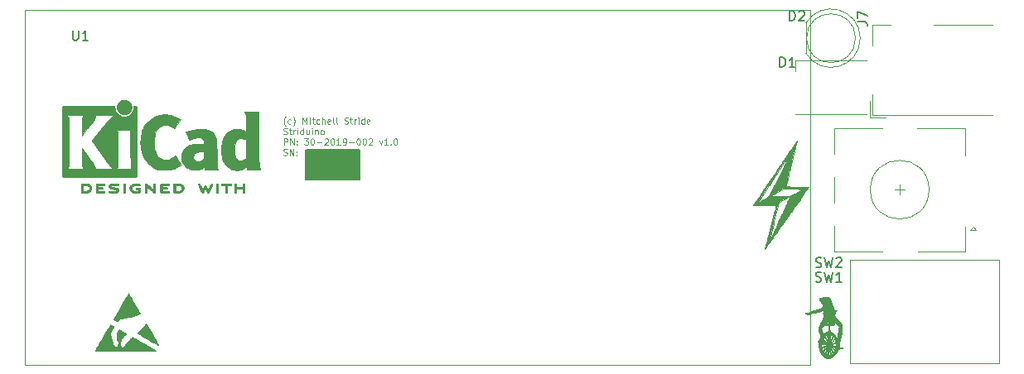
<source format=gbr>
G04 #@! TF.GenerationSoftware,KiCad,Pcbnew,(5.1.4)-1*
G04 #@! TF.CreationDate,2019-11-24T22:27:53-03:30*
G04 #@! TF.ProjectId,Striduino,53747269-6475-4696-9e6f-2e6b69636164,rev?*
G04 #@! TF.SameCoordinates,Original*
G04 #@! TF.FileFunction,Legend,Top*
G04 #@! TF.FilePolarity,Positive*
%FSLAX46Y46*%
G04 Gerber Fmt 4.6, Leading zero omitted, Abs format (unit mm)*
G04 Created by KiCad (PCBNEW (5.1.4)-1) date 2019-11-24 22:27:53*
%MOMM*%
%LPD*%
G04 APERTURE LIST*
%ADD10C,0.100000*%
%ADD11C,0.120000*%
%ADD12C,0.010000*%
%ADD13C,0.150000*%
G04 APERTURE END LIST*
D10*
X76755476Y-125504166D02*
X76724523Y-125473214D01*
X76662619Y-125380357D01*
X76631666Y-125318452D01*
X76600714Y-125225595D01*
X76569761Y-125070833D01*
X76569761Y-124947023D01*
X76600714Y-124792261D01*
X76631666Y-124699404D01*
X76662619Y-124637500D01*
X76724523Y-124544642D01*
X76755476Y-124513690D01*
X77281666Y-125225595D02*
X77219761Y-125256547D01*
X77095952Y-125256547D01*
X77034047Y-125225595D01*
X77003095Y-125194642D01*
X76972142Y-125132738D01*
X76972142Y-124947023D01*
X77003095Y-124885119D01*
X77034047Y-124854166D01*
X77095952Y-124823214D01*
X77219761Y-124823214D01*
X77281666Y-124854166D01*
X77498333Y-125504166D02*
X77529285Y-125473214D01*
X77591190Y-125380357D01*
X77622142Y-125318452D01*
X77653095Y-125225595D01*
X77684047Y-125070833D01*
X77684047Y-124947023D01*
X77653095Y-124792261D01*
X77622142Y-124699404D01*
X77591190Y-124637500D01*
X77529285Y-124544642D01*
X77498333Y-124513690D01*
X78488809Y-125256547D02*
X78488809Y-124606547D01*
X78705476Y-125070833D01*
X78922142Y-124606547D01*
X78922142Y-125256547D01*
X79231666Y-125256547D02*
X79231666Y-124823214D01*
X79231666Y-124606547D02*
X79200714Y-124637500D01*
X79231666Y-124668452D01*
X79262619Y-124637500D01*
X79231666Y-124606547D01*
X79231666Y-124668452D01*
X79448333Y-124823214D02*
X79695952Y-124823214D01*
X79541190Y-124606547D02*
X79541190Y-125163690D01*
X79572142Y-125225595D01*
X79634047Y-125256547D01*
X79695952Y-125256547D01*
X80191190Y-125225595D02*
X80129285Y-125256547D01*
X80005476Y-125256547D01*
X79943571Y-125225595D01*
X79912619Y-125194642D01*
X79881666Y-125132738D01*
X79881666Y-124947023D01*
X79912619Y-124885119D01*
X79943571Y-124854166D01*
X80005476Y-124823214D01*
X80129285Y-124823214D01*
X80191190Y-124854166D01*
X80469761Y-125256547D02*
X80469761Y-124606547D01*
X80748333Y-125256547D02*
X80748333Y-124916071D01*
X80717380Y-124854166D01*
X80655476Y-124823214D01*
X80562619Y-124823214D01*
X80500714Y-124854166D01*
X80469761Y-124885119D01*
X81305476Y-125225595D02*
X81243571Y-125256547D01*
X81119761Y-125256547D01*
X81057857Y-125225595D01*
X81026904Y-125163690D01*
X81026904Y-124916071D01*
X81057857Y-124854166D01*
X81119761Y-124823214D01*
X81243571Y-124823214D01*
X81305476Y-124854166D01*
X81336428Y-124916071D01*
X81336428Y-124977976D01*
X81026904Y-125039880D01*
X81707857Y-125256547D02*
X81645952Y-125225595D01*
X81615000Y-125163690D01*
X81615000Y-124606547D01*
X82048333Y-125256547D02*
X81986428Y-125225595D01*
X81955476Y-125163690D01*
X81955476Y-124606547D01*
X82760238Y-125225595D02*
X82853095Y-125256547D01*
X83007857Y-125256547D01*
X83069761Y-125225595D01*
X83100714Y-125194642D01*
X83131666Y-125132738D01*
X83131666Y-125070833D01*
X83100714Y-125008928D01*
X83069761Y-124977976D01*
X83007857Y-124947023D01*
X82884047Y-124916071D01*
X82822142Y-124885119D01*
X82791190Y-124854166D01*
X82760238Y-124792261D01*
X82760238Y-124730357D01*
X82791190Y-124668452D01*
X82822142Y-124637500D01*
X82884047Y-124606547D01*
X83038809Y-124606547D01*
X83131666Y-124637500D01*
X83317380Y-124823214D02*
X83565000Y-124823214D01*
X83410238Y-124606547D02*
X83410238Y-125163690D01*
X83441190Y-125225595D01*
X83503095Y-125256547D01*
X83565000Y-125256547D01*
X83781666Y-125256547D02*
X83781666Y-124823214D01*
X83781666Y-124947023D02*
X83812619Y-124885119D01*
X83843571Y-124854166D01*
X83905476Y-124823214D01*
X83967380Y-124823214D01*
X84184047Y-125256547D02*
X84184047Y-124823214D01*
X84184047Y-124606547D02*
X84153095Y-124637500D01*
X84184047Y-124668452D01*
X84215000Y-124637500D01*
X84184047Y-124606547D01*
X84184047Y-124668452D01*
X84772142Y-125256547D02*
X84772142Y-124606547D01*
X84772142Y-125225595D02*
X84710238Y-125256547D01*
X84586428Y-125256547D01*
X84524523Y-125225595D01*
X84493571Y-125194642D01*
X84462619Y-125132738D01*
X84462619Y-124947023D01*
X84493571Y-124885119D01*
X84524523Y-124854166D01*
X84586428Y-124823214D01*
X84710238Y-124823214D01*
X84772142Y-124854166D01*
X85329285Y-125225595D02*
X85267380Y-125256547D01*
X85143571Y-125256547D01*
X85081666Y-125225595D01*
X85050714Y-125163690D01*
X85050714Y-124916071D01*
X85081666Y-124854166D01*
X85143571Y-124823214D01*
X85267380Y-124823214D01*
X85329285Y-124854166D01*
X85360238Y-124916071D01*
X85360238Y-124977976D01*
X85050714Y-125039880D01*
X76538809Y-126300595D02*
X76631666Y-126331547D01*
X76786428Y-126331547D01*
X76848333Y-126300595D01*
X76879285Y-126269642D01*
X76910238Y-126207738D01*
X76910238Y-126145833D01*
X76879285Y-126083928D01*
X76848333Y-126052976D01*
X76786428Y-126022023D01*
X76662619Y-125991071D01*
X76600714Y-125960119D01*
X76569761Y-125929166D01*
X76538809Y-125867261D01*
X76538809Y-125805357D01*
X76569761Y-125743452D01*
X76600714Y-125712500D01*
X76662619Y-125681547D01*
X76817380Y-125681547D01*
X76910238Y-125712500D01*
X77095952Y-125898214D02*
X77343571Y-125898214D01*
X77188809Y-125681547D02*
X77188809Y-126238690D01*
X77219761Y-126300595D01*
X77281666Y-126331547D01*
X77343571Y-126331547D01*
X77560238Y-126331547D02*
X77560238Y-125898214D01*
X77560238Y-126022023D02*
X77591190Y-125960119D01*
X77622142Y-125929166D01*
X77684047Y-125898214D01*
X77745952Y-125898214D01*
X77962619Y-126331547D02*
X77962619Y-125898214D01*
X77962619Y-125681547D02*
X77931666Y-125712500D01*
X77962619Y-125743452D01*
X77993571Y-125712500D01*
X77962619Y-125681547D01*
X77962619Y-125743452D01*
X78550714Y-126331547D02*
X78550714Y-125681547D01*
X78550714Y-126300595D02*
X78488809Y-126331547D01*
X78365000Y-126331547D01*
X78303095Y-126300595D01*
X78272142Y-126269642D01*
X78241190Y-126207738D01*
X78241190Y-126022023D01*
X78272142Y-125960119D01*
X78303095Y-125929166D01*
X78365000Y-125898214D01*
X78488809Y-125898214D01*
X78550714Y-125929166D01*
X79138809Y-125898214D02*
X79138809Y-126331547D01*
X78860238Y-125898214D02*
X78860238Y-126238690D01*
X78891190Y-126300595D01*
X78953095Y-126331547D01*
X79045952Y-126331547D01*
X79107857Y-126300595D01*
X79138809Y-126269642D01*
X79448333Y-126331547D02*
X79448333Y-125898214D01*
X79448333Y-125681547D02*
X79417380Y-125712500D01*
X79448333Y-125743452D01*
X79479285Y-125712500D01*
X79448333Y-125681547D01*
X79448333Y-125743452D01*
X79757857Y-125898214D02*
X79757857Y-126331547D01*
X79757857Y-125960119D02*
X79788809Y-125929166D01*
X79850714Y-125898214D01*
X79943571Y-125898214D01*
X80005476Y-125929166D01*
X80036428Y-125991071D01*
X80036428Y-126331547D01*
X80438809Y-126331547D02*
X80376904Y-126300595D01*
X80345952Y-126269642D01*
X80315000Y-126207738D01*
X80315000Y-126022023D01*
X80345952Y-125960119D01*
X80376904Y-125929166D01*
X80438809Y-125898214D01*
X80531666Y-125898214D01*
X80593571Y-125929166D01*
X80624523Y-125960119D01*
X80655476Y-126022023D01*
X80655476Y-126207738D01*
X80624523Y-126269642D01*
X80593571Y-126300595D01*
X80531666Y-126331547D01*
X80438809Y-126331547D01*
X76569761Y-127406547D02*
X76569761Y-126756547D01*
X76817380Y-126756547D01*
X76879285Y-126787500D01*
X76910238Y-126818452D01*
X76941190Y-126880357D01*
X76941190Y-126973214D01*
X76910238Y-127035119D01*
X76879285Y-127066071D01*
X76817380Y-127097023D01*
X76569761Y-127097023D01*
X77219761Y-127406547D02*
X77219761Y-126756547D01*
X77591190Y-127406547D01*
X77591190Y-126756547D01*
X77900714Y-127344642D02*
X77931666Y-127375595D01*
X77900714Y-127406547D01*
X77869761Y-127375595D01*
X77900714Y-127344642D01*
X77900714Y-127406547D01*
X77900714Y-127004166D02*
X77931666Y-127035119D01*
X77900714Y-127066071D01*
X77869761Y-127035119D01*
X77900714Y-127004166D01*
X77900714Y-127066071D01*
X78643571Y-126756547D02*
X79045952Y-126756547D01*
X78829285Y-127004166D01*
X78922142Y-127004166D01*
X78984047Y-127035119D01*
X79015000Y-127066071D01*
X79045952Y-127127976D01*
X79045952Y-127282738D01*
X79015000Y-127344642D01*
X78984047Y-127375595D01*
X78922142Y-127406547D01*
X78736428Y-127406547D01*
X78674523Y-127375595D01*
X78643571Y-127344642D01*
X79448333Y-126756547D02*
X79510238Y-126756547D01*
X79572142Y-126787500D01*
X79603095Y-126818452D01*
X79634047Y-126880357D01*
X79665000Y-127004166D01*
X79665000Y-127158928D01*
X79634047Y-127282738D01*
X79603095Y-127344642D01*
X79572142Y-127375595D01*
X79510238Y-127406547D01*
X79448333Y-127406547D01*
X79386428Y-127375595D01*
X79355476Y-127344642D01*
X79324523Y-127282738D01*
X79293571Y-127158928D01*
X79293571Y-127004166D01*
X79324523Y-126880357D01*
X79355476Y-126818452D01*
X79386428Y-126787500D01*
X79448333Y-126756547D01*
X79943571Y-127158928D02*
X80438809Y-127158928D01*
X80717380Y-126818452D02*
X80748333Y-126787500D01*
X80810238Y-126756547D01*
X80965000Y-126756547D01*
X81026904Y-126787500D01*
X81057857Y-126818452D01*
X81088809Y-126880357D01*
X81088809Y-126942261D01*
X81057857Y-127035119D01*
X80686428Y-127406547D01*
X81088809Y-127406547D01*
X81491190Y-126756547D02*
X81553095Y-126756547D01*
X81615000Y-126787500D01*
X81645952Y-126818452D01*
X81676904Y-126880357D01*
X81707857Y-127004166D01*
X81707857Y-127158928D01*
X81676904Y-127282738D01*
X81645952Y-127344642D01*
X81615000Y-127375595D01*
X81553095Y-127406547D01*
X81491190Y-127406547D01*
X81429285Y-127375595D01*
X81398333Y-127344642D01*
X81367380Y-127282738D01*
X81336428Y-127158928D01*
X81336428Y-127004166D01*
X81367380Y-126880357D01*
X81398333Y-126818452D01*
X81429285Y-126787500D01*
X81491190Y-126756547D01*
X82326904Y-127406547D02*
X81955476Y-127406547D01*
X82141190Y-127406547D02*
X82141190Y-126756547D01*
X82079285Y-126849404D01*
X82017380Y-126911309D01*
X81955476Y-126942261D01*
X82636428Y-127406547D02*
X82760238Y-127406547D01*
X82822142Y-127375595D01*
X82853095Y-127344642D01*
X82915000Y-127251785D01*
X82945952Y-127127976D01*
X82945952Y-126880357D01*
X82915000Y-126818452D01*
X82884047Y-126787500D01*
X82822142Y-126756547D01*
X82698333Y-126756547D01*
X82636428Y-126787500D01*
X82605476Y-126818452D01*
X82574523Y-126880357D01*
X82574523Y-127035119D01*
X82605476Y-127097023D01*
X82636428Y-127127976D01*
X82698333Y-127158928D01*
X82822142Y-127158928D01*
X82884047Y-127127976D01*
X82915000Y-127097023D01*
X82945952Y-127035119D01*
X83224523Y-127158928D02*
X83719761Y-127158928D01*
X84153095Y-126756547D02*
X84215000Y-126756547D01*
X84276904Y-126787500D01*
X84307857Y-126818452D01*
X84338809Y-126880357D01*
X84369761Y-127004166D01*
X84369761Y-127158928D01*
X84338809Y-127282738D01*
X84307857Y-127344642D01*
X84276904Y-127375595D01*
X84215000Y-127406547D01*
X84153095Y-127406547D01*
X84091190Y-127375595D01*
X84060238Y-127344642D01*
X84029285Y-127282738D01*
X83998333Y-127158928D01*
X83998333Y-127004166D01*
X84029285Y-126880357D01*
X84060238Y-126818452D01*
X84091190Y-126787500D01*
X84153095Y-126756547D01*
X84772142Y-126756547D02*
X84834047Y-126756547D01*
X84895952Y-126787500D01*
X84926904Y-126818452D01*
X84957857Y-126880357D01*
X84988809Y-127004166D01*
X84988809Y-127158928D01*
X84957857Y-127282738D01*
X84926904Y-127344642D01*
X84895952Y-127375595D01*
X84834047Y-127406547D01*
X84772142Y-127406547D01*
X84710238Y-127375595D01*
X84679285Y-127344642D01*
X84648333Y-127282738D01*
X84617380Y-127158928D01*
X84617380Y-127004166D01*
X84648333Y-126880357D01*
X84679285Y-126818452D01*
X84710238Y-126787500D01*
X84772142Y-126756547D01*
X85236428Y-126818452D02*
X85267380Y-126787500D01*
X85329285Y-126756547D01*
X85484047Y-126756547D01*
X85545952Y-126787500D01*
X85576904Y-126818452D01*
X85607857Y-126880357D01*
X85607857Y-126942261D01*
X85576904Y-127035119D01*
X85205476Y-127406547D01*
X85607857Y-127406547D01*
X86319761Y-126973214D02*
X86474523Y-127406547D01*
X86629285Y-126973214D01*
X87217380Y-127406547D02*
X86845952Y-127406547D01*
X87031666Y-127406547D02*
X87031666Y-126756547D01*
X86969761Y-126849404D01*
X86907857Y-126911309D01*
X86845952Y-126942261D01*
X87495952Y-127344642D02*
X87526904Y-127375595D01*
X87495952Y-127406547D01*
X87465000Y-127375595D01*
X87495952Y-127344642D01*
X87495952Y-127406547D01*
X87929285Y-126756547D02*
X87991190Y-126756547D01*
X88053095Y-126787500D01*
X88084047Y-126818452D01*
X88115000Y-126880357D01*
X88145952Y-127004166D01*
X88145952Y-127158928D01*
X88115000Y-127282738D01*
X88084047Y-127344642D01*
X88053095Y-127375595D01*
X87991190Y-127406547D01*
X87929285Y-127406547D01*
X87867380Y-127375595D01*
X87836428Y-127344642D01*
X87805476Y-127282738D01*
X87774523Y-127158928D01*
X87774523Y-127004166D01*
X87805476Y-126880357D01*
X87836428Y-126818452D01*
X87867380Y-126787500D01*
X87929285Y-126756547D01*
X76538809Y-128450595D02*
X76631666Y-128481547D01*
X76786428Y-128481547D01*
X76848333Y-128450595D01*
X76879285Y-128419642D01*
X76910238Y-128357738D01*
X76910238Y-128295833D01*
X76879285Y-128233928D01*
X76848333Y-128202976D01*
X76786428Y-128172023D01*
X76662619Y-128141071D01*
X76600714Y-128110119D01*
X76569761Y-128079166D01*
X76538809Y-128017261D01*
X76538809Y-127955357D01*
X76569761Y-127893452D01*
X76600714Y-127862500D01*
X76662619Y-127831547D01*
X76817380Y-127831547D01*
X76910238Y-127862500D01*
X77188809Y-128481547D02*
X77188809Y-127831547D01*
X77560238Y-128481547D01*
X77560238Y-127831547D01*
X77869761Y-128419642D02*
X77900714Y-128450595D01*
X77869761Y-128481547D01*
X77838809Y-128450595D01*
X77869761Y-128419642D01*
X77869761Y-128481547D01*
X77869761Y-128079166D02*
X77900714Y-128110119D01*
X77869761Y-128141071D01*
X77838809Y-128110119D01*
X77869761Y-128079166D01*
X77869761Y-128141071D01*
D11*
X50109100Y-149889300D02*
X130389100Y-149889300D01*
X130389100Y-149889300D02*
X130389100Y-113609300D01*
X130389100Y-113609300D02*
X50909100Y-113609300D01*
X50109100Y-113609300D02*
X50109100Y-149889300D01*
X50119100Y-113609300D02*
X50909100Y-113609300D01*
X142950000Y-115150000D02*
X148950000Y-115150000D01*
X148950000Y-124350000D02*
X136750000Y-124350000D01*
X136750000Y-117250000D02*
X136750000Y-115150000D01*
X136750000Y-115150000D02*
X138550000Y-115150000D01*
X136450000Y-122950000D02*
X136450000Y-124650000D01*
X136450000Y-124650000D02*
X138050000Y-124650000D01*
X136750000Y-124350000D02*
X136750000Y-122250000D01*
X140000000Y-132000000D02*
X139000000Y-132000000D01*
X139500000Y-132500000D02*
X139500000Y-131500000D01*
X132800000Y-128300000D02*
X132800000Y-125700000D01*
X132800000Y-133300000D02*
X132800000Y-130700000D01*
X132800000Y-138300000D02*
X132800000Y-135700000D01*
X146700000Y-136100000D02*
X147000000Y-135800000D01*
X147300000Y-136100000D02*
X146700000Y-136100000D01*
X147000000Y-135800000D02*
X147300000Y-136100000D01*
X146200000Y-138300000D02*
X146200000Y-135800000D01*
X141400000Y-138300000D02*
X146200000Y-138300000D01*
X146200000Y-125700000D02*
X146200000Y-128500000D01*
X141300000Y-125700000D02*
X146200000Y-125700000D01*
X132800000Y-125700000D02*
X137700000Y-125700000D01*
X137700000Y-138300000D02*
X132800000Y-138300000D01*
X142500000Y-132000000D02*
G75*
G03X142500000Y-132000000I-3000000J0D01*
G01*
X149650000Y-149800000D02*
X134450000Y-149800000D01*
X134450000Y-149800000D02*
X134450000Y-139200000D01*
X134450000Y-139200000D02*
X149650000Y-139200000D01*
X149650000Y-139200000D02*
X149650000Y-149800000D01*
X128850000Y-124250000D02*
X136150000Y-124250000D01*
X128850000Y-119900000D02*
X128850000Y-118750000D01*
X128850000Y-118750000D02*
X136150000Y-118750000D01*
X135470000Y-116500462D02*
G75*
G03X129920000Y-114955170I-2990000J462D01*
G01*
X135470000Y-116499538D02*
G75*
G02X129920000Y-118044830I-2990000J-462D01*
G01*
X134980000Y-116500000D02*
G75*
G03X134980000Y-116500000I-2500000J0D01*
G01*
X129920000Y-114955000D02*
X129920000Y-118045000D01*
D12*
G36*
X60689043Y-142610835D02*
G01*
X60712065Y-142648245D01*
X60747534Y-142707514D01*
X60793996Y-142786118D01*
X60849996Y-142881538D01*
X60914081Y-142991250D01*
X60984796Y-143112734D01*
X61060687Y-143243468D01*
X61140299Y-143380930D01*
X61222178Y-143522598D01*
X61304870Y-143665951D01*
X61386921Y-143808467D01*
X61466876Y-143947624D01*
X61543281Y-144080901D01*
X61614682Y-144205776D01*
X61679624Y-144319727D01*
X61736653Y-144420233D01*
X61784315Y-144504772D01*
X61821155Y-144570822D01*
X61845720Y-144615862D01*
X61856554Y-144637370D01*
X61856951Y-144638714D01*
X61843501Y-144656965D01*
X61806114Y-144684882D01*
X61749235Y-144719725D01*
X61677312Y-144758754D01*
X61602015Y-144795843D01*
X61499560Y-144840817D01*
X61391817Y-144881226D01*
X61275073Y-144917969D01*
X61145618Y-144951942D01*
X60999740Y-144984044D01*
X60833726Y-145015173D01*
X60643866Y-145046227D01*
X60447469Y-145075145D01*
X60276834Y-145100800D01*
X60133545Y-145126198D01*
X60014008Y-145152602D01*
X59914630Y-145181273D01*
X59831818Y-145213473D01*
X59761978Y-145250465D01*
X59701518Y-145293512D01*
X59646845Y-145343875D01*
X59629214Y-145362583D01*
X59591000Y-145406139D01*
X59562732Y-145441682D01*
X59549618Y-145462583D01*
X59549268Y-145464297D01*
X59544680Y-145474806D01*
X59528758Y-145474924D01*
X59498266Y-145463254D01*
X59449968Y-145438396D01*
X59380627Y-145398952D01*
X59332439Y-145370587D01*
X59260583Y-145326247D01*
X59204742Y-145288279D01*
X59168667Y-145259416D01*
X59156113Y-145242388D01*
X59156121Y-145242264D01*
X59163906Y-145226037D01*
X59185892Y-145185400D01*
X59220803Y-145122567D01*
X59267363Y-145039752D01*
X59324295Y-144939172D01*
X59390323Y-144823040D01*
X59464172Y-144693571D01*
X59544564Y-144552980D01*
X59630224Y-144403482D01*
X59719876Y-144247292D01*
X59812243Y-144086624D01*
X59906049Y-143923693D01*
X60000018Y-143760713D01*
X60092874Y-143599900D01*
X60183340Y-143443468D01*
X60270141Y-143293633D01*
X60352000Y-143152608D01*
X60427641Y-143022609D01*
X60495787Y-142905849D01*
X60555163Y-142804545D01*
X60604493Y-142720911D01*
X60642500Y-142657162D01*
X60667907Y-142615511D01*
X60679440Y-142598175D01*
X60679923Y-142597805D01*
X60689043Y-142610835D01*
X60689043Y-142610835D01*
G37*
X60689043Y-142610835D02*
X60712065Y-142648245D01*
X60747534Y-142707514D01*
X60793996Y-142786118D01*
X60849996Y-142881538D01*
X60914081Y-142991250D01*
X60984796Y-143112734D01*
X61060687Y-143243468D01*
X61140299Y-143380930D01*
X61222178Y-143522598D01*
X61304870Y-143665951D01*
X61386921Y-143808467D01*
X61466876Y-143947624D01*
X61543281Y-144080901D01*
X61614682Y-144205776D01*
X61679624Y-144319727D01*
X61736653Y-144420233D01*
X61784315Y-144504772D01*
X61821155Y-144570822D01*
X61845720Y-144615862D01*
X61856554Y-144637370D01*
X61856951Y-144638714D01*
X61843501Y-144656965D01*
X61806114Y-144684882D01*
X61749235Y-144719725D01*
X61677312Y-144758754D01*
X61602015Y-144795843D01*
X61499560Y-144840817D01*
X61391817Y-144881226D01*
X61275073Y-144917969D01*
X61145618Y-144951942D01*
X60999740Y-144984044D01*
X60833726Y-145015173D01*
X60643866Y-145046227D01*
X60447469Y-145075145D01*
X60276834Y-145100800D01*
X60133545Y-145126198D01*
X60014008Y-145152602D01*
X59914630Y-145181273D01*
X59831818Y-145213473D01*
X59761978Y-145250465D01*
X59701518Y-145293512D01*
X59646845Y-145343875D01*
X59629214Y-145362583D01*
X59591000Y-145406139D01*
X59562732Y-145441682D01*
X59549618Y-145462583D01*
X59549268Y-145464297D01*
X59544680Y-145474806D01*
X59528758Y-145474924D01*
X59498266Y-145463254D01*
X59449968Y-145438396D01*
X59380627Y-145398952D01*
X59332439Y-145370587D01*
X59260583Y-145326247D01*
X59204742Y-145288279D01*
X59168667Y-145259416D01*
X59156113Y-145242388D01*
X59156121Y-145242264D01*
X59163906Y-145226037D01*
X59185892Y-145185400D01*
X59220803Y-145122567D01*
X59267363Y-145039752D01*
X59324295Y-144939172D01*
X59390323Y-144823040D01*
X59464172Y-144693571D01*
X59544564Y-144552980D01*
X59630224Y-144403482D01*
X59719876Y-144247292D01*
X59812243Y-144086624D01*
X59906049Y-143923693D01*
X60000018Y-143760713D01*
X60092874Y-143599900D01*
X60183340Y-143443468D01*
X60270141Y-143293633D01*
X60352000Y-143152608D01*
X60427641Y-143022609D01*
X60495787Y-142905849D01*
X60555163Y-142804545D01*
X60604493Y-142720911D01*
X60642500Y-142657162D01*
X60667907Y-142615511D01*
X60679440Y-142598175D01*
X60679923Y-142597805D01*
X60689043Y-142610835D01*
G36*
X62512528Y-145759619D02*
G01*
X62523908Y-145778693D01*
X62549488Y-145822421D01*
X62588002Y-145888619D01*
X62638186Y-145975102D01*
X62698775Y-146079685D01*
X62768503Y-146200183D01*
X62846107Y-146334412D01*
X62930320Y-146480187D01*
X63019879Y-146635323D01*
X63111998Y-146795000D01*
X63206076Y-146958117D01*
X63296402Y-147114709D01*
X63381665Y-147262506D01*
X63460557Y-147399240D01*
X63531769Y-147522642D01*
X63593991Y-147630444D01*
X63645913Y-147720377D01*
X63686228Y-147790173D01*
X63713624Y-147837564D01*
X63726507Y-147859786D01*
X63747507Y-147897330D01*
X63758925Y-147920831D01*
X63759551Y-147924920D01*
X63745636Y-147917242D01*
X63706941Y-147895203D01*
X63645487Y-147859971D01*
X63563298Y-147812711D01*
X63462396Y-147754589D01*
X63344805Y-147686771D01*
X63212546Y-147610424D01*
X63067642Y-147526714D01*
X62912117Y-147436806D01*
X62747992Y-147341867D01*
X62685549Y-147305732D01*
X62518487Y-147209083D01*
X62359074Y-147116938D01*
X62209355Y-147030475D01*
X62071376Y-146950871D01*
X61947185Y-146879305D01*
X61838827Y-146816955D01*
X61748348Y-146764998D01*
X61677796Y-146724613D01*
X61629215Y-146696978D01*
X61604654Y-146683272D01*
X61602085Y-146681974D01*
X61609569Y-146670220D01*
X61635614Y-146638795D01*
X61677559Y-146590594D01*
X61732746Y-146528510D01*
X61798517Y-146455439D01*
X61872212Y-146374276D01*
X61951173Y-146287916D01*
X62032740Y-146199253D01*
X62114254Y-146111182D01*
X62193057Y-146026599D01*
X62266490Y-145948397D01*
X62331893Y-145879472D01*
X62386608Y-145822719D01*
X62427977Y-145781032D01*
X62442164Y-145767363D01*
X62489180Y-145723201D01*
X62512528Y-145759619D01*
X62512528Y-145759619D01*
G37*
X62512528Y-145759619D02*
X62523908Y-145778693D01*
X62549488Y-145822421D01*
X62588002Y-145888619D01*
X62638186Y-145975102D01*
X62698775Y-146079685D01*
X62768503Y-146200183D01*
X62846107Y-146334412D01*
X62930320Y-146480187D01*
X63019879Y-146635323D01*
X63111998Y-146795000D01*
X63206076Y-146958117D01*
X63296402Y-147114709D01*
X63381665Y-147262506D01*
X63460557Y-147399240D01*
X63531769Y-147522642D01*
X63593991Y-147630444D01*
X63645913Y-147720377D01*
X63686228Y-147790173D01*
X63713624Y-147837564D01*
X63726507Y-147859786D01*
X63747507Y-147897330D01*
X63758925Y-147920831D01*
X63759551Y-147924920D01*
X63745636Y-147917242D01*
X63706941Y-147895203D01*
X63645487Y-147859971D01*
X63563298Y-147812711D01*
X63462396Y-147754589D01*
X63344805Y-147686771D01*
X63212546Y-147610424D01*
X63067642Y-147526714D01*
X62912117Y-147436806D01*
X62747992Y-147341867D01*
X62685549Y-147305732D01*
X62518487Y-147209083D01*
X62359074Y-147116938D01*
X62209355Y-147030475D01*
X62071376Y-146950871D01*
X61947185Y-146879305D01*
X61838827Y-146816955D01*
X61748348Y-146764998D01*
X61677796Y-146724613D01*
X61629215Y-146696978D01*
X61604654Y-146683272D01*
X61602085Y-146681974D01*
X61609569Y-146670220D01*
X61635614Y-146638795D01*
X61677559Y-146590594D01*
X61732746Y-146528510D01*
X61798517Y-146455439D01*
X61872212Y-146374276D01*
X61951173Y-146287916D01*
X62032740Y-146199253D01*
X62114254Y-146111182D01*
X62193057Y-146026599D01*
X62266490Y-145948397D01*
X62331893Y-145879472D01*
X62386608Y-145822719D01*
X62427977Y-145781032D01*
X62442164Y-145767363D01*
X62489180Y-145723201D01*
X62512528Y-145759619D01*
G36*
X58847094Y-145816158D02*
G01*
X58879619Y-145828736D01*
X58929193Y-145853712D01*
X59000374Y-145892876D01*
X59005916Y-145895988D01*
X59071474Y-145933476D01*
X59126798Y-145966319D01*
X59166455Y-145991205D01*
X59185012Y-146004820D01*
X59185531Y-146005487D01*
X59181048Y-146024390D01*
X59160486Y-146066605D01*
X59125183Y-146129832D01*
X59076480Y-146211772D01*
X59015718Y-146310122D01*
X58944236Y-146422585D01*
X58926445Y-146450165D01*
X58880093Y-146526699D01*
X58846342Y-146592556D01*
X58828153Y-146641782D01*
X58826286Y-146651507D01*
X58827115Y-146694312D01*
X58836394Y-146762209D01*
X58852968Y-146850843D01*
X58875680Y-146955859D01*
X58903373Y-147072902D01*
X58934890Y-147197616D01*
X58969075Y-147325645D01*
X59004771Y-147452634D01*
X59040821Y-147574228D01*
X59076068Y-147686072D01*
X59109356Y-147783810D01*
X59139528Y-147863087D01*
X59160561Y-147910122D01*
X59185337Y-147960225D01*
X59208730Y-148008168D01*
X59209997Y-148010793D01*
X59248699Y-148059220D01*
X59305184Y-148091828D01*
X59370939Y-148107454D01*
X59437451Y-148104937D01*
X59496205Y-148083114D01*
X59529258Y-148054382D01*
X59576859Y-147975583D01*
X59611739Y-147877378D01*
X59630877Y-147769779D01*
X59633588Y-147708780D01*
X59622670Y-147594935D01*
X59590624Y-147500660D01*
X59535726Y-147421379D01*
X59518607Y-147403733D01*
X59467661Y-147354235D01*
X59464163Y-147004362D01*
X59460664Y-146654489D01*
X59549818Y-146519531D01*
X59591654Y-146458445D01*
X59631945Y-146403493D01*
X59664943Y-146362336D01*
X59679126Y-146347192D01*
X59719281Y-146309810D01*
X59773665Y-146339098D01*
X59808039Y-146360084D01*
X59826846Y-146376378D01*
X59828049Y-146379307D01*
X59840903Y-146391728D01*
X59862896Y-146400977D01*
X59884150Y-146409313D01*
X59916694Y-146425149D01*
X59963322Y-146450033D01*
X60026829Y-146485509D01*
X60110008Y-146533123D01*
X60215653Y-146594422D01*
X60273062Y-146627932D01*
X60340594Y-146668071D01*
X60384885Y-146696659D01*
X60409855Y-146717039D01*
X60419423Y-146732553D01*
X60417508Y-146746546D01*
X60415911Y-146749796D01*
X60400376Y-146770266D01*
X60367136Y-146808665D01*
X60320062Y-146860696D01*
X60263028Y-146922066D01*
X60213700Y-146974090D01*
X60100030Y-147097567D01*
X60011105Y-147204591D01*
X59946134Y-147296240D01*
X59904321Y-147373588D01*
X59890217Y-147412866D01*
X59884392Y-147447249D01*
X59878375Y-147505899D01*
X59872696Y-147582117D01*
X59867884Y-147669202D01*
X59865619Y-147724268D01*
X59862459Y-147819464D01*
X59861069Y-147889062D01*
X59861858Y-147938409D01*
X59865235Y-147972854D01*
X59871608Y-147997743D01*
X59881387Y-148018425D01*
X59889067Y-148031053D01*
X59933421Y-148079726D01*
X59990574Y-148113645D01*
X60050708Y-148128438D01*
X60095773Y-148123086D01*
X60136576Y-148099930D01*
X60187724Y-148058462D01*
X60242042Y-148005912D01*
X60292357Y-147949516D01*
X60331494Y-147896505D01*
X60345905Y-147870889D01*
X60367491Y-147835814D01*
X60406753Y-147782389D01*
X60460102Y-147714789D01*
X60523952Y-147637190D01*
X60594715Y-147553768D01*
X60668804Y-147468698D01*
X60742632Y-147386155D01*
X60812611Y-147310316D01*
X60875155Y-147245356D01*
X60924260Y-147197669D01*
X60978779Y-147150032D01*
X61024642Y-147114908D01*
X61056811Y-147095949D01*
X61067489Y-147093864D01*
X61083853Y-147102274D01*
X61124671Y-147124846D01*
X61187586Y-147160224D01*
X61270244Y-147207054D01*
X61370289Y-147263981D01*
X61485366Y-147329649D01*
X61613119Y-147402703D01*
X61751194Y-147481788D01*
X61897234Y-147565548D01*
X62048884Y-147652629D01*
X62203790Y-147741676D01*
X62359595Y-147831332D01*
X62513944Y-147920243D01*
X62664482Y-148007054D01*
X62808854Y-148090409D01*
X62944704Y-148168954D01*
X63069677Y-148241333D01*
X63181417Y-148306190D01*
X63277570Y-148362171D01*
X63355779Y-148407920D01*
X63413689Y-148442083D01*
X63448946Y-148463304D01*
X63459165Y-148469963D01*
X63445402Y-148471280D01*
X63402104Y-148472559D01*
X63330714Y-148473796D01*
X63232673Y-148474983D01*
X63109422Y-148476115D01*
X62962403Y-148477186D01*
X62793057Y-148478189D01*
X62602826Y-148479119D01*
X62393151Y-148479968D01*
X62165473Y-148480732D01*
X61921235Y-148481403D01*
X61661877Y-148481976D01*
X61388841Y-148482444D01*
X61103568Y-148482802D01*
X60807500Y-148483042D01*
X60502079Y-148483159D01*
X60373924Y-148483171D01*
X57273970Y-148483171D01*
X57495053Y-148099847D01*
X57541856Y-148018680D01*
X57602102Y-147914166D01*
X57673778Y-147789801D01*
X57754869Y-147649082D01*
X57843362Y-147495503D01*
X57937240Y-147332562D01*
X58034491Y-147163754D01*
X58133100Y-146992575D01*
X58231053Y-146822521D01*
X58255825Y-146779512D01*
X58346152Y-146622857D01*
X58432289Y-146473803D01*
X58512942Y-146334568D01*
X58586816Y-146207371D01*
X58652617Y-146094432D01*
X58709050Y-145997968D01*
X58754821Y-145920200D01*
X58788635Y-145863346D01*
X58809198Y-145829625D01*
X58814953Y-145821040D01*
X58827058Y-145814189D01*
X58847094Y-145816158D01*
X58847094Y-145816158D01*
G37*
X58847094Y-145816158D02*
X58879619Y-145828736D01*
X58929193Y-145853712D01*
X59000374Y-145892876D01*
X59005916Y-145895988D01*
X59071474Y-145933476D01*
X59126798Y-145966319D01*
X59166455Y-145991205D01*
X59185012Y-146004820D01*
X59185531Y-146005487D01*
X59181048Y-146024390D01*
X59160486Y-146066605D01*
X59125183Y-146129832D01*
X59076480Y-146211772D01*
X59015718Y-146310122D01*
X58944236Y-146422585D01*
X58926445Y-146450165D01*
X58880093Y-146526699D01*
X58846342Y-146592556D01*
X58828153Y-146641782D01*
X58826286Y-146651507D01*
X58827115Y-146694312D01*
X58836394Y-146762209D01*
X58852968Y-146850843D01*
X58875680Y-146955859D01*
X58903373Y-147072902D01*
X58934890Y-147197616D01*
X58969075Y-147325645D01*
X59004771Y-147452634D01*
X59040821Y-147574228D01*
X59076068Y-147686072D01*
X59109356Y-147783810D01*
X59139528Y-147863087D01*
X59160561Y-147910122D01*
X59185337Y-147960225D01*
X59208730Y-148008168D01*
X59209997Y-148010793D01*
X59248699Y-148059220D01*
X59305184Y-148091828D01*
X59370939Y-148107454D01*
X59437451Y-148104937D01*
X59496205Y-148083114D01*
X59529258Y-148054382D01*
X59576859Y-147975583D01*
X59611739Y-147877378D01*
X59630877Y-147769779D01*
X59633588Y-147708780D01*
X59622670Y-147594935D01*
X59590624Y-147500660D01*
X59535726Y-147421379D01*
X59518607Y-147403733D01*
X59467661Y-147354235D01*
X59464163Y-147004362D01*
X59460664Y-146654489D01*
X59549818Y-146519531D01*
X59591654Y-146458445D01*
X59631945Y-146403493D01*
X59664943Y-146362336D01*
X59679126Y-146347192D01*
X59719281Y-146309810D01*
X59773665Y-146339098D01*
X59808039Y-146360084D01*
X59826846Y-146376378D01*
X59828049Y-146379307D01*
X59840903Y-146391728D01*
X59862896Y-146400977D01*
X59884150Y-146409313D01*
X59916694Y-146425149D01*
X59963322Y-146450033D01*
X60026829Y-146485509D01*
X60110008Y-146533123D01*
X60215653Y-146594422D01*
X60273062Y-146627932D01*
X60340594Y-146668071D01*
X60384885Y-146696659D01*
X60409855Y-146717039D01*
X60419423Y-146732553D01*
X60417508Y-146746546D01*
X60415911Y-146749796D01*
X60400376Y-146770266D01*
X60367136Y-146808665D01*
X60320062Y-146860696D01*
X60263028Y-146922066D01*
X60213700Y-146974090D01*
X60100030Y-147097567D01*
X60011105Y-147204591D01*
X59946134Y-147296240D01*
X59904321Y-147373588D01*
X59890217Y-147412866D01*
X59884392Y-147447249D01*
X59878375Y-147505899D01*
X59872696Y-147582117D01*
X59867884Y-147669202D01*
X59865619Y-147724268D01*
X59862459Y-147819464D01*
X59861069Y-147889062D01*
X59861858Y-147938409D01*
X59865235Y-147972854D01*
X59871608Y-147997743D01*
X59881387Y-148018425D01*
X59889067Y-148031053D01*
X59933421Y-148079726D01*
X59990574Y-148113645D01*
X60050708Y-148128438D01*
X60095773Y-148123086D01*
X60136576Y-148099930D01*
X60187724Y-148058462D01*
X60242042Y-148005912D01*
X60292357Y-147949516D01*
X60331494Y-147896505D01*
X60345905Y-147870889D01*
X60367491Y-147835814D01*
X60406753Y-147782389D01*
X60460102Y-147714789D01*
X60523952Y-147637190D01*
X60594715Y-147553768D01*
X60668804Y-147468698D01*
X60742632Y-147386155D01*
X60812611Y-147310316D01*
X60875155Y-147245356D01*
X60924260Y-147197669D01*
X60978779Y-147150032D01*
X61024642Y-147114908D01*
X61056811Y-147095949D01*
X61067489Y-147093864D01*
X61083853Y-147102274D01*
X61124671Y-147124846D01*
X61187586Y-147160224D01*
X61270244Y-147207054D01*
X61370289Y-147263981D01*
X61485366Y-147329649D01*
X61613119Y-147402703D01*
X61751194Y-147481788D01*
X61897234Y-147565548D01*
X62048884Y-147652629D01*
X62203790Y-147741676D01*
X62359595Y-147831332D01*
X62513944Y-147920243D01*
X62664482Y-148007054D01*
X62808854Y-148090409D01*
X62944704Y-148168954D01*
X63069677Y-148241333D01*
X63181417Y-148306190D01*
X63277570Y-148362171D01*
X63355779Y-148407920D01*
X63413689Y-148442083D01*
X63448946Y-148463304D01*
X63459165Y-148469963D01*
X63445402Y-148471280D01*
X63402104Y-148472559D01*
X63330714Y-148473796D01*
X63232673Y-148474983D01*
X63109422Y-148476115D01*
X62962403Y-148477186D01*
X62793057Y-148478189D01*
X62602826Y-148479119D01*
X62393151Y-148479968D01*
X62165473Y-148480732D01*
X61921235Y-148481403D01*
X61661877Y-148481976D01*
X61388841Y-148482444D01*
X61103568Y-148482802D01*
X60807500Y-148483042D01*
X60502079Y-148483159D01*
X60373924Y-148483171D01*
X57273970Y-148483171D01*
X57495053Y-148099847D01*
X57541856Y-148018680D01*
X57602102Y-147914166D01*
X57673778Y-147789801D01*
X57754869Y-147649082D01*
X57843362Y-147495503D01*
X57937240Y-147332562D01*
X58034491Y-147163754D01*
X58133100Y-146992575D01*
X58231053Y-146822521D01*
X58255825Y-146779512D01*
X58346152Y-146622857D01*
X58432289Y-146473803D01*
X58512942Y-146334568D01*
X58586816Y-146207371D01*
X58652617Y-146094432D01*
X58709050Y-145997968D01*
X58754821Y-145920200D01*
X58788635Y-145863346D01*
X58809198Y-145829625D01*
X58814953Y-145821040D01*
X58827058Y-145814189D01*
X58847094Y-145816158D01*
D13*
X84325000Y-127925000D02*
X84325000Y-130925000D01*
X78825000Y-127925000D02*
X78825000Y-130925000D01*
X78875000Y-127925000D02*
X84275000Y-127925000D01*
X84275000Y-128025000D02*
X78875000Y-128025000D01*
X78875000Y-128125000D02*
X84275000Y-128125000D01*
X84275000Y-128225000D02*
X78875000Y-128225000D01*
X78875000Y-128325000D02*
X84275000Y-128325000D01*
X84275000Y-128425000D02*
X78875000Y-128425000D01*
X78875000Y-128525000D02*
X84275000Y-128525000D01*
X84275000Y-128625000D02*
X78875000Y-128625000D01*
X78875000Y-128725000D02*
X84275000Y-128725000D01*
X84275000Y-128825000D02*
X78875000Y-128825000D01*
X78875000Y-128925000D02*
X84275000Y-128925000D01*
X84275000Y-129025000D02*
X78875000Y-129025000D01*
X78875000Y-129125000D02*
X84275000Y-129125000D01*
X84275000Y-129225000D02*
X78875000Y-129225000D01*
X78875000Y-129325000D02*
X84275000Y-129325000D01*
X84275000Y-129425000D02*
X78875000Y-129425000D01*
X78875000Y-129525000D02*
X84275000Y-129525000D01*
X84275000Y-129625000D02*
X78875000Y-129625000D01*
X78875000Y-129725000D02*
X84275000Y-129725000D01*
X84275000Y-129825000D02*
X78875000Y-129825000D01*
X78875000Y-129925000D02*
X84275000Y-129925000D01*
X84275000Y-130025000D02*
X78875000Y-130025000D01*
X78875000Y-130125000D02*
X84275000Y-130125000D01*
X84275000Y-130225000D02*
X78875000Y-130225000D01*
X78875000Y-130325000D02*
X84275000Y-130325000D01*
X84275000Y-130425000D02*
X78875000Y-130425000D01*
X78875000Y-130525000D02*
X84275000Y-130525000D01*
X84275000Y-130625000D02*
X78875000Y-130625000D01*
X78875000Y-130725000D02*
X84275000Y-130725000D01*
X84275000Y-130825000D02*
X78875000Y-130825000D01*
X78875000Y-130925000D02*
X84275000Y-130925000D01*
D12*
G36*
X132157822Y-142955441D02*
G01*
X132202345Y-142963258D01*
X132205059Y-142964256D01*
X132220178Y-142972615D01*
X132236972Y-142987778D01*
X132257207Y-143012279D01*
X132282650Y-143048653D01*
X132315066Y-143099435D01*
X132356223Y-143167160D01*
X132407886Y-143254363D01*
X132411604Y-143260688D01*
X132454362Y-143337714D01*
X132487764Y-143409326D01*
X132516474Y-143486447D01*
X132539109Y-143559138D01*
X132562064Y-143632862D01*
X132590456Y-143717026D01*
X132622850Y-143808001D01*
X132657809Y-143902155D01*
X132693897Y-143995857D01*
X132729678Y-144085477D01*
X132763716Y-144167383D01*
X132794573Y-144237944D01*
X132820814Y-144293529D01*
X132841002Y-144330507D01*
X132848328Y-144340826D01*
X132884082Y-144364122D01*
X132935224Y-144371920D01*
X132996636Y-144363713D01*
X133017494Y-144357664D01*
X133054474Y-144346806D01*
X133080400Y-144341507D01*
X133087781Y-144341947D01*
X133081159Y-144351917D01*
X133058888Y-144374263D01*
X133024900Y-144405186D01*
X133000655Y-144426159D01*
X132957545Y-144464299D01*
X132920043Y-144500168D01*
X132893850Y-144528197D01*
X132887050Y-144537106D01*
X132878133Y-144562757D01*
X132869854Y-144607835D01*
X132862647Y-144666366D01*
X132856945Y-144732378D01*
X132853182Y-144799897D01*
X132851791Y-144862952D01*
X132853205Y-144915568D01*
X132857172Y-144948761D01*
X132863473Y-144965156D01*
X132877498Y-144987097D01*
X132900977Y-145016506D01*
X132935640Y-145055302D01*
X132983217Y-145105406D01*
X133045436Y-145168740D01*
X133124029Y-145247223D01*
X133141958Y-145265000D01*
X133212731Y-145335890D01*
X133279018Y-145403772D01*
X133338227Y-145465878D01*
X133387768Y-145519439D01*
X133425051Y-145561687D01*
X133447484Y-145589854D01*
X133450963Y-145595200D01*
X133469633Y-145629916D01*
X133494983Y-145680743D01*
X133523514Y-145740519D01*
X133548606Y-145795125D01*
X133612900Y-145937901D01*
X133612900Y-146159731D01*
X133612273Y-146255374D01*
X133609983Y-146337296D01*
X133605409Y-146412806D01*
X133597933Y-146489215D01*
X133586937Y-146573833D01*
X133571802Y-146673968D01*
X133566632Y-146706450D01*
X133550092Y-146796323D01*
X133527354Y-146901287D01*
X133500546Y-147012433D01*
X133471797Y-147120855D01*
X133448779Y-147199806D01*
X133417815Y-147301404D01*
X133393836Y-147381593D01*
X133376063Y-147443145D01*
X133363715Y-147488836D01*
X133356010Y-147521439D01*
X133352320Y-147542513D01*
X133347114Y-147575104D01*
X133338325Y-147622553D01*
X133327800Y-147674902D01*
X133327201Y-147677754D01*
X133314239Y-147751390D01*
X133304852Y-147829025D01*
X133299384Y-147904479D01*
X133298179Y-147971573D01*
X133301580Y-148024127D01*
X133306617Y-148048157D01*
X133324078Y-148084252D01*
X133351427Y-148107872D01*
X133394084Y-148122209D01*
X133444193Y-148129272D01*
X133514731Y-148136267D01*
X133564296Y-148142138D01*
X133597206Y-148148117D01*
X133617778Y-148155433D01*
X133630331Y-148165317D01*
X133639182Y-148179000D01*
X133642661Y-148185829D01*
X133660894Y-148222378D01*
X133576572Y-148231185D01*
X133526248Y-148238793D01*
X133480651Y-148249668D01*
X133454150Y-148259460D01*
X133417272Y-148270847D01*
X133359610Y-148279026D01*
X133295400Y-148283035D01*
X133238282Y-148285596D01*
X133201847Y-148289249D01*
X133181380Y-148294996D01*
X133172162Y-148303837D01*
X133170325Y-148309595D01*
X133158498Y-148353988D01*
X133138442Y-148413424D01*
X133113034Y-148480105D01*
X133085150Y-148546230D01*
X133074063Y-148570533D01*
X133038125Y-148642028D01*
X132998670Y-148708707D01*
X132951517Y-148776792D01*
X132892489Y-148852505D01*
X132851387Y-148902102D01*
X132757122Y-149003585D01*
X132661357Y-149083979D01*
X132559998Y-149145217D01*
X132448950Y-149189234D01*
X132324118Y-149217963D01*
X132181408Y-149233336D01*
X132146050Y-149235168D01*
X132083979Y-149237055D01*
X132038829Y-149235710D01*
X132002215Y-149230077D01*
X131965749Y-149219097D01*
X131939549Y-149209147D01*
X131807715Y-149143636D01*
X131683267Y-149055044D01*
X131568375Y-148945144D01*
X131473633Y-148827664D01*
X131445915Y-148782477D01*
X131834900Y-148782477D01*
X131840381Y-148796040D01*
X131855137Y-148789074D01*
X131874959Y-148765535D01*
X131931204Y-148765535D01*
X131935283Y-148791023D01*
X131957738Y-148815605D01*
X131991823Y-148834646D01*
X132030789Y-148843510D01*
X132044450Y-148843340D01*
X132063492Y-148840440D01*
X132064987Y-148839487D01*
X132131899Y-148839487D01*
X132132896Y-148856147D01*
X132143069Y-148869370D01*
X132153633Y-148857620D01*
X132155262Y-148852130D01*
X132198932Y-148852130D01*
X132208367Y-148864414D01*
X132235479Y-148877450D01*
X132272763Y-148888674D01*
X132312713Y-148895523D01*
X132328776Y-148896483D01*
X132371803Y-148897200D01*
X132363702Y-148798775D01*
X132359781Y-148756855D01*
X132353372Y-148694990D01*
X132345052Y-148618448D01*
X132339274Y-148567000D01*
X132382697Y-148567000D01*
X132383509Y-148605531D01*
X132386764Y-148658436D01*
X132391777Y-148718681D01*
X132397861Y-148779230D01*
X132404332Y-148833046D01*
X132410503Y-148873095D01*
X132414017Y-148888374D01*
X132425153Y-148907484D01*
X132436650Y-148905435D01*
X132445015Y-148886172D01*
X132446754Y-148853640D01*
X132446592Y-148851594D01*
X132442365Y-148818991D01*
X132434189Y-148768846D01*
X132423314Y-148708477D01*
X132413144Y-148655900D01*
X132400829Y-148596238D01*
X132392216Y-148559860D01*
X132386706Y-148545015D01*
X132383702Y-148549954D01*
X132382697Y-148567000D01*
X132339274Y-148567000D01*
X132335399Y-148532497D01*
X132324987Y-148442406D01*
X132320960Y-148408250D01*
X132310969Y-148323371D01*
X132302834Y-148256200D01*
X132296052Y-148207507D01*
X132290122Y-148178061D01*
X132284541Y-148168634D01*
X132278809Y-148179996D01*
X132272422Y-148212916D01*
X132264880Y-148268165D01*
X132255680Y-148346514D01*
X132244320Y-148448731D01*
X132234073Y-148541600D01*
X132224668Y-148626233D01*
X132216127Y-148702571D01*
X132208865Y-148766948D01*
X132203297Y-148815696D01*
X132199838Y-148845151D01*
X132198932Y-148852130D01*
X132155262Y-148852130D01*
X132164407Y-148821320D01*
X132175214Y-148760891D01*
X132176251Y-148753806D01*
X132183529Y-148695601D01*
X132188038Y-148643677D01*
X132189721Y-148601959D01*
X132188526Y-148574372D01*
X132184398Y-148564840D01*
X132178745Y-148573350D01*
X132169791Y-148603235D01*
X132159841Y-148647879D01*
X132149986Y-148700554D01*
X132141317Y-148754531D01*
X132134924Y-148803085D01*
X132131899Y-148839487D01*
X132064987Y-148839487D01*
X132076314Y-148832270D01*
X132085865Y-148813629D01*
X132095095Y-148779316D01*
X132103944Y-148738450D01*
X132114071Y-148687378D01*
X132125764Y-148623583D01*
X132138371Y-148551195D01*
X132149544Y-148484450D01*
X132192975Y-148484450D01*
X132194348Y-148506139D01*
X132198324Y-148508048D01*
X132198830Y-148506916D01*
X132201342Y-148481704D01*
X132199300Y-148468816D01*
X132195258Y-148463637D01*
X132193059Y-148480506D01*
X132192975Y-148484450D01*
X132149544Y-148484450D01*
X132151237Y-148474342D01*
X132163709Y-148397155D01*
X132175133Y-148323762D01*
X132184856Y-148258293D01*
X132192224Y-148204879D01*
X132196584Y-148167647D01*
X132197281Y-148150728D01*
X132197052Y-148150218D01*
X132188752Y-148155967D01*
X132178716Y-148174833D01*
X132170183Y-148194989D01*
X132153326Y-148234732D01*
X132129751Y-148290273D01*
X132101069Y-148357823D01*
X132068888Y-148433593D01*
X132052679Y-148471750D01*
X132019643Y-148549845D01*
X131989674Y-148621328D01*
X131964311Y-148682471D01*
X131945098Y-148729544D01*
X131933575Y-148758819D01*
X131931204Y-148765535D01*
X131874959Y-148765535D01*
X131876638Y-148763542D01*
X131893564Y-148737010D01*
X131910996Y-148704180D01*
X131932698Y-148658830D01*
X131956545Y-148605998D01*
X131980411Y-148550719D01*
X132002170Y-148498031D01*
X132019697Y-148452969D01*
X132030867Y-148420571D01*
X132033552Y-148405873D01*
X132033407Y-148405673D01*
X132025591Y-148413733D01*
X132008899Y-148440173D01*
X131985658Y-148480575D01*
X131958193Y-148530522D01*
X131928832Y-148585599D01*
X131899902Y-148641389D01*
X131873729Y-148693475D01*
X131852640Y-148737440D01*
X131838962Y-148768868D01*
X131834900Y-148782477D01*
X131445915Y-148782477D01*
X131425738Y-148749585D01*
X131378760Y-148652965D01*
X131363552Y-148615013D01*
X131644400Y-148615013D01*
X131652711Y-148631802D01*
X131673905Y-148659458D01*
X131702373Y-148691915D01*
X131732506Y-148723105D01*
X131758693Y-148746964D01*
X131775326Y-148757423D01*
X131776146Y-148757500D01*
X131788526Y-148747183D01*
X131809860Y-148719364D01*
X131836756Y-148678739D01*
X131856388Y-148646375D01*
X131893422Y-148581219D01*
X131933854Y-148506974D01*
X131970341Y-148437194D01*
X131978528Y-148420950D01*
X131997891Y-148382850D01*
X132038100Y-148382850D01*
X132044450Y-148389200D01*
X132050800Y-148382850D01*
X132044450Y-148376500D01*
X132038100Y-148382850D01*
X131997891Y-148382850D01*
X132009026Y-148360941D01*
X132041403Y-148299100D01*
X132070221Y-148245755D01*
X132079299Y-148229522D01*
X132108451Y-148175904D01*
X132138178Y-148117691D01*
X132139469Y-148114994D01*
X132358872Y-148114994D01*
X132359154Y-148128741D01*
X132363671Y-148162684D01*
X132371697Y-148212105D01*
X132382506Y-148272289D01*
X132385795Y-148289710D01*
X132399826Y-148365576D01*
X132415972Y-148456540D01*
X132432491Y-148552592D01*
X132447644Y-148643725D01*
X132451661Y-148668600D01*
X132463152Y-148738820D01*
X132473653Y-148800190D01*
X132482381Y-148848347D01*
X132488554Y-148878928D01*
X132490984Y-148887628D01*
X132505689Y-148890047D01*
X132533100Y-148877281D01*
X132568277Y-148852417D01*
X132606279Y-148818538D01*
X132613757Y-148810980D01*
X132662364Y-148760767D01*
X132599619Y-148622608D01*
X132537773Y-148486805D01*
X132485767Y-148373452D01*
X132464235Y-148327038D01*
X132508396Y-148327038D01*
X132513317Y-148341697D01*
X132527667Y-148376742D01*
X132550276Y-148429479D01*
X132579976Y-148497209D01*
X132615596Y-148577237D01*
X132652439Y-148659075D01*
X132675217Y-148703478D01*
X132693497Y-148727354D01*
X132705919Y-148729646D01*
X132711124Y-148709294D01*
X132711200Y-148704860D01*
X132705913Y-148686079D01*
X132691507Y-148652221D01*
X132670157Y-148607340D01*
X132644040Y-148555493D01*
X132615335Y-148500736D01*
X132586218Y-148447125D01*
X132558866Y-148398717D01*
X132535457Y-148359566D01*
X132518167Y-148333731D01*
X132509175Y-148325266D01*
X132508396Y-148327038D01*
X132464235Y-148327038D01*
X132443223Y-148281748D01*
X132409760Y-148210890D01*
X132384997Y-148160076D01*
X132368553Y-148128505D01*
X132360050Y-148115374D01*
X132358872Y-148114994D01*
X132139469Y-148114994D01*
X132156165Y-148080127D01*
X132180783Y-148026354D01*
X132396712Y-148026354D01*
X132400048Y-148039548D01*
X132414589Y-148071031D01*
X132438382Y-148117401D01*
X132469475Y-148175258D01*
X132505919Y-148241202D01*
X132545759Y-148311830D01*
X132587046Y-148383743D01*
X132627828Y-148453539D01*
X132666153Y-148517817D01*
X132700069Y-148573178D01*
X132727624Y-148616219D01*
X132746868Y-148643540D01*
X132755650Y-148651845D01*
X132769053Y-148639791D01*
X132790688Y-148612718D01*
X132809983Y-148585187D01*
X132836553Y-148544331D01*
X132852913Y-148512714D01*
X132857794Y-148485713D01*
X132849924Y-148458704D01*
X132828034Y-148427064D01*
X132790852Y-148386169D01*
X132741465Y-148335807D01*
X132708867Y-148303383D01*
X132763661Y-148303383D01*
X132769552Y-148314535D01*
X132792989Y-148340394D01*
X132833537Y-148380190D01*
X132838200Y-148384608D01*
X132870316Y-148412415D01*
X132890946Y-148425226D01*
X132897784Y-148422281D01*
X132888524Y-148402817D01*
X132887189Y-148400780D01*
X132867483Y-148379029D01*
X132834805Y-148350311D01*
X132806265Y-148328280D01*
X132775753Y-148307708D01*
X132763661Y-148303383D01*
X132708867Y-148303383D01*
X132683838Y-148278488D01*
X132624532Y-148221312D01*
X132566459Y-148166891D01*
X132512528Y-148117835D01*
X132465647Y-148076757D01*
X132428727Y-148046268D01*
X132404678Y-148028981D01*
X132396712Y-148026354D01*
X132180783Y-148026354D01*
X132188940Y-148008536D01*
X132458599Y-148008536D01*
X132478687Y-148033231D01*
X132512633Y-148063263D01*
X132564153Y-148104637D01*
X132621998Y-148149706D01*
X132682711Y-148195936D01*
X132742839Y-148240793D01*
X132798927Y-148281745D01*
X132847520Y-148316259D01*
X132885165Y-148341802D01*
X132908406Y-148355840D01*
X132914088Y-148357642D01*
X132922923Y-148342845D01*
X132934334Y-148312160D01*
X132939585Y-148294716D01*
X132947774Y-148256590D01*
X132949835Y-148226827D01*
X132948491Y-148219272D01*
X132934806Y-148207156D01*
X132902328Y-148186960D01*
X132855481Y-148160906D01*
X132798690Y-148131214D01*
X132736378Y-148100108D01*
X132672969Y-148069809D01*
X132612888Y-148042540D01*
X132560558Y-148020522D01*
X132530225Y-148009189D01*
X132510643Y-148003656D01*
X132766722Y-148003656D01*
X132784793Y-148012633D01*
X132825870Y-148028023D01*
X132863600Y-148041471D01*
X132920962Y-148060525D01*
X132958715Y-148069309D01*
X132980407Y-148067980D01*
X132989590Y-148056698D01*
X132990600Y-148047155D01*
X132988024Y-148032328D01*
X132977505Y-148021859D01*
X132954852Y-148014486D01*
X132915873Y-148008945D01*
X132856378Y-148003975D01*
X132844550Y-148003139D01*
X132797199Y-148000114D01*
X132771057Y-147999885D01*
X132766722Y-148003656D01*
X132510643Y-148003656D01*
X132484452Y-147996256D01*
X132460549Y-147996125D01*
X132458599Y-148008536D01*
X132188940Y-148008536D01*
X132189250Y-148007860D01*
X132146170Y-148040719D01*
X132118591Y-148063475D01*
X132101358Y-148080927D01*
X132099170Y-148084490D01*
X132089118Y-148098308D01*
X132065951Y-148125223D01*
X132034178Y-148160044D01*
X132025400Y-148169396D01*
X131956711Y-148243078D01*
X131889650Y-148316713D01*
X131826415Y-148387729D01*
X131769208Y-148453551D01*
X131720229Y-148511606D01*
X131681676Y-148559322D01*
X131655751Y-148594126D01*
X131644653Y-148613444D01*
X131644400Y-148615013D01*
X131363552Y-148615013D01*
X131335338Y-148544605D01*
X131328230Y-148522969D01*
X131606214Y-148522969D01*
X131615825Y-148547038D01*
X131627982Y-148542207D01*
X131654126Y-148520663D01*
X131691707Y-148484974D01*
X131738174Y-148437707D01*
X131790979Y-148381429D01*
X131847569Y-148318707D01*
X131883781Y-148277312D01*
X131914096Y-148241325D01*
X131935624Y-148214000D01*
X131944931Y-148199768D01*
X131944703Y-148198700D01*
X131932091Y-148207277D01*
X131900775Y-148233000D01*
X131850773Y-148275849D01*
X131782106Y-148335807D01*
X131694795Y-148412858D01*
X131647575Y-148454749D01*
X131616822Y-148490411D01*
X131606214Y-148522969D01*
X131328230Y-148522969D01*
X131298112Y-148431305D01*
X131269722Y-148319866D01*
X131262650Y-148284156D01*
X131250801Y-148220073D01*
X131250048Y-148216113D01*
X131502757Y-148216113D01*
X131510695Y-148261381D01*
X131520301Y-148305030D01*
X131533783Y-148352619D01*
X131548996Y-148398092D01*
X131563795Y-148435392D01*
X131576036Y-148458460D01*
X131582032Y-148462866D01*
X131595083Y-148453681D01*
X131623832Y-148430762D01*
X131664768Y-148396992D01*
X131714380Y-148355256D01*
X131749058Y-148325700D01*
X131807922Y-148274520D01*
X131869315Y-148219814D01*
X131930418Y-148164241D01*
X131988412Y-148110460D01*
X132040480Y-148061130D01*
X132083803Y-148018911D01*
X132115563Y-147986463D01*
X132132941Y-147966444D01*
X132135188Y-147961355D01*
X132120571Y-147963248D01*
X132084118Y-147975121D01*
X132027126Y-147996470D01*
X131950894Y-148026789D01*
X131856719Y-148065573D01*
X131745900Y-148112316D01*
X131729153Y-148119457D01*
X131502757Y-148216113D01*
X131250048Y-148216113D01*
X131239171Y-148158940D01*
X131236841Y-148147091D01*
X131479465Y-148147091D01*
X131487766Y-148164833D01*
X131492369Y-148169383D01*
X131498098Y-148171437D01*
X131508982Y-148169746D01*
X131529044Y-148163059D01*
X131562311Y-148150125D01*
X131612809Y-148129695D01*
X131651192Y-148114075D01*
X131706724Y-148090823D01*
X131752496Y-148070395D01*
X131784000Y-148054893D01*
X131796727Y-148046422D01*
X131796800Y-148046116D01*
X131785373Y-148045768D01*
X131754891Y-148049992D01*
X131711052Y-148057660D01*
X131659552Y-148067647D01*
X131606090Y-148078826D01*
X131556362Y-148090071D01*
X131516067Y-148100254D01*
X131501525Y-148104504D01*
X131483699Y-148121191D01*
X131479465Y-148147091D01*
X131236841Y-148147091D01*
X131229308Y-148108800D01*
X131224044Y-148083446D01*
X131219713Y-148047882D01*
X131217185Y-147992633D01*
X131216580Y-147923360D01*
X131217156Y-147892312D01*
X131466600Y-147892312D01*
X131467825Y-147947612D01*
X131471099Y-147998868D01*
X131475814Y-148040282D01*
X131481367Y-148066059D01*
X131485338Y-148071700D01*
X131498005Y-148068969D01*
X131531424Y-148061388D01*
X131581609Y-148049870D01*
X131644574Y-148035330D01*
X131709175Y-148020346D01*
X131805998Y-147997715D01*
X131880845Y-147979771D01*
X131936518Y-147965622D01*
X131975820Y-147954377D01*
X132001556Y-147945142D01*
X132016527Y-147937026D01*
X132023537Y-147929137D01*
X132025390Y-147920583D01*
X132025400Y-147919717D01*
X132014881Y-147885492D01*
X131982524Y-147860507D01*
X131947865Y-147850089D01*
X132523468Y-147850089D01*
X132526063Y-147873202D01*
X132546250Y-147900410D01*
X132568911Y-147916986D01*
X132605150Y-147931363D01*
X132657795Y-147944205D01*
X132729669Y-147956174D01*
X132823598Y-147967933D01*
X132843236Y-147970097D01*
X132907723Y-147977081D01*
X132951147Y-147979447D01*
X132977794Y-147974161D01*
X132991952Y-147958190D01*
X132997906Y-147928501D01*
X132999945Y-147882061D01*
X133000604Y-147858760D01*
X133001629Y-147801274D01*
X133000012Y-147764468D01*
X132995179Y-147743705D01*
X132986553Y-147734348D01*
X132985085Y-147733713D01*
X132961682Y-147732694D01*
X132915871Y-147738237D01*
X132849678Y-147749975D01*
X132765132Y-147767541D01*
X132664260Y-147790570D01*
X132644735Y-147795217D01*
X132581160Y-147812852D01*
X132541286Y-147830557D01*
X132523468Y-147850089D01*
X131947865Y-147850089D01*
X131927125Y-147843855D01*
X131923800Y-147843238D01*
X131887663Y-147837552D01*
X131834811Y-147830320D01*
X131771061Y-147822221D01*
X131702229Y-147813935D01*
X131634129Y-147806141D01*
X131572577Y-147799519D01*
X131523390Y-147794748D01*
X131492383Y-147792507D01*
X131488825Y-147792422D01*
X131477588Y-147795463D01*
X131470880Y-147808063D01*
X131467592Y-147835208D01*
X131466616Y-147881884D01*
X131466600Y-147892312D01*
X131217156Y-147892312D01*
X131218021Y-147845724D01*
X131218574Y-147829446D01*
X131219999Y-147790566D01*
X132380068Y-147790566D01*
X132384694Y-147792308D01*
X132385701Y-147791241D01*
X132391981Y-147783694D01*
X132438336Y-147783694D01*
X132442236Y-147791190D01*
X132468154Y-147792299D01*
X132468508Y-147792300D01*
X132502395Y-147787646D01*
X132547013Y-147775739D01*
X132574204Y-147766215D01*
X132610961Y-147750857D01*
X132663954Y-147727318D01*
X132676428Y-147721596D01*
X132791420Y-147721596D01*
X132793749Y-147723732D01*
X132793750Y-147723732D01*
X132823875Y-147717444D01*
X132861904Y-147710104D01*
X132863600Y-147709790D01*
X132926172Y-147696036D01*
X132966203Y-147681505D01*
X132986544Y-147664871D01*
X132990600Y-147650759D01*
X132985995Y-147632955D01*
X132967636Y-147632729D01*
X132962025Y-147634352D01*
X132938038Y-147643720D01*
X132905227Y-147658899D01*
X132868876Y-147677082D01*
X132834268Y-147695464D01*
X132806688Y-147711238D01*
X132791420Y-147721596D01*
X132676428Y-147721596D01*
X132726601Y-147698582D01*
X132792323Y-147667632D01*
X132804565Y-147661771D01*
X132967781Y-147583411D01*
X132961487Y-147536488D01*
X132953779Y-147500108D01*
X132940090Y-147454079D01*
X132922624Y-147404003D01*
X132903588Y-147355482D01*
X132885186Y-147314117D01*
X132869624Y-147285510D01*
X132859107Y-147275263D01*
X132858678Y-147275357D01*
X132853443Y-147278324D01*
X132845296Y-147285485D01*
X132832896Y-147298457D01*
X132814899Y-147318856D01*
X132789963Y-147348299D01*
X132756743Y-147388403D01*
X132713897Y-147440785D01*
X132660081Y-147507062D01*
X132593953Y-147588849D01*
X132514170Y-147687765D01*
X132453103Y-147763561D01*
X132438336Y-147783694D01*
X132391981Y-147783694D01*
X132394951Y-147780126D01*
X132417522Y-147752773D01*
X132450619Y-147712579D01*
X132491445Y-147662936D01*
X132522226Y-147625478D01*
X132587254Y-147545920D01*
X132648988Y-147469643D01*
X132705215Y-147399439D01*
X132753723Y-147338104D01*
X132792301Y-147288431D01*
X132818734Y-147253215D01*
X132829869Y-147236962D01*
X132829442Y-147216652D01*
X132812774Y-147180298D01*
X132782142Y-147130893D01*
X132747127Y-147081557D01*
X132720762Y-147051447D01*
X132704177Y-147041617D01*
X132698500Y-147052832D01*
X132692573Y-147067533D01*
X132676694Y-147098693D01*
X132653714Y-147140834D01*
X132640654Y-147163957D01*
X132619931Y-147202719D01*
X132594124Y-147254675D01*
X132565300Y-147315227D01*
X132535524Y-147379778D01*
X132506860Y-147443731D01*
X132481375Y-147502488D01*
X132461134Y-147551453D01*
X132448203Y-147586027D01*
X132444500Y-147600575D01*
X132440034Y-147616432D01*
X132428351Y-147648621D01*
X132412750Y-147688258D01*
X132395179Y-147734415D01*
X132383924Y-147769893D01*
X132380068Y-147790566D01*
X131219999Y-147790566D01*
X131222046Y-147734762D01*
X131472307Y-147734762D01*
X131489525Y-147751132D01*
X131527886Y-147762326D01*
X131572000Y-147768138D01*
X131644258Y-147774617D01*
X131692017Y-147777431D01*
X131715970Y-147776142D01*
X131716813Y-147770311D01*
X131695239Y-147759502D01*
X131651943Y-147743276D01*
X131625836Y-147734186D01*
X131565638Y-147713549D01*
X131525199Y-147700378D01*
X131500202Y-147694041D01*
X131486334Y-147693903D01*
X131479278Y-147699332D01*
X131474719Y-147709692D01*
X131473892Y-147711873D01*
X131472307Y-147734762D01*
X131222046Y-147734762D01*
X131225758Y-147633550D01*
X131221996Y-147631426D01*
X131492670Y-147631426D01*
X131504006Y-147642966D01*
X131533973Y-147660111D01*
X131580015Y-147681153D01*
X131588534Y-147684697D01*
X131631204Y-147702190D01*
X131655513Y-147711688D01*
X131666620Y-147714793D01*
X131669682Y-147713107D01*
X131669800Y-147709932D01*
X131659326Y-147701075D01*
X131632612Y-147685602D01*
X131596722Y-147667006D01*
X131558717Y-147648781D01*
X131525659Y-147634418D01*
X131504611Y-147627411D01*
X131502522Y-147627200D01*
X131492670Y-147631426D01*
X131221996Y-147631426D01*
X131187429Y-147611915D01*
X131157995Y-147583593D01*
X131154113Y-147566678D01*
X131725416Y-147566678D01*
X131725680Y-147580417D01*
X131727856Y-147599633D01*
X131735763Y-147615375D01*
X131753553Y-147631257D01*
X131785378Y-147650893D01*
X131835391Y-147677896D01*
X131841250Y-147680982D01*
X131930076Y-147724877D01*
X132005552Y-147756327D01*
X132065055Y-147774326D01*
X132095250Y-147778373D01*
X132107553Y-147776061D01*
X132103014Y-147765999D01*
X132079869Y-147744788D01*
X132076200Y-147741703D01*
X132048885Y-147720446D01*
X132006072Y-147689003D01*
X131953320Y-147651385D01*
X131896193Y-147611604D01*
X131888089Y-147606041D01*
X131826420Y-147564529D01*
X131782376Y-147537598D01*
X131753104Y-147524797D01*
X131735755Y-147525676D01*
X131727476Y-147539787D01*
X131725416Y-147566678D01*
X131154113Y-147566678D01*
X131149622Y-147547118D01*
X131161367Y-147507021D01*
X131181778Y-147481150D01*
X131517788Y-147481150D01*
X131523029Y-147483421D01*
X131530100Y-147474800D01*
X131540846Y-147451647D01*
X131542411Y-147443050D01*
X131537170Y-147440778D01*
X131530100Y-147449400D01*
X131519353Y-147472552D01*
X131517788Y-147481150D01*
X131181778Y-147481150D01*
X131192283Y-147467835D01*
X131222222Y-147444992D01*
X131224791Y-147443050D01*
X131453900Y-147443050D01*
X131460250Y-147449400D01*
X131466600Y-147443050D01*
X131460250Y-147436700D01*
X131453900Y-147443050D01*
X131224791Y-147443050D01*
X131245371Y-147427497D01*
X131733366Y-147427497D01*
X131745126Y-147453827D01*
X131762560Y-147474302D01*
X131793072Y-147500957D01*
X131829174Y-147528218D01*
X131863377Y-147550513D01*
X131888190Y-147562268D01*
X131891683Y-147562888D01*
X131888879Y-147555024D01*
X131871190Y-147533238D01*
X131841885Y-147501375D01*
X131821925Y-147480872D01*
X131780202Y-147441436D01*
X131750698Y-147419100D01*
X131734668Y-147414307D01*
X131733366Y-147427497D01*
X131245371Y-147427497D01*
X131250219Y-147423834D01*
X131260315Y-147411300D01*
X131466600Y-147411300D01*
X131471246Y-147421753D01*
X131475066Y-147419766D01*
X131476586Y-147404694D01*
X131475066Y-147402833D01*
X131467516Y-147404576D01*
X131466600Y-147411300D01*
X131260315Y-147411300D01*
X131271791Y-147397054D01*
X131283845Y-147373200D01*
X131479300Y-147373200D01*
X131483946Y-147383653D01*
X131487766Y-147381666D01*
X131489286Y-147366594D01*
X131487766Y-147364733D01*
X131480216Y-147366476D01*
X131479300Y-147373200D01*
X131283845Y-147373200D01*
X131291759Y-147357542D01*
X131298210Y-147341450D01*
X131492000Y-147341450D01*
X131498350Y-147347800D01*
X131504700Y-147341450D01*
X131498350Y-147335100D01*
X131492000Y-147341450D01*
X131298210Y-147341450D01*
X131306532Y-147320696D01*
X131308388Y-147316050D01*
X131504700Y-147316050D01*
X131511050Y-147322400D01*
X131517400Y-147316050D01*
X131511050Y-147309700D01*
X131504700Y-147316050D01*
X131308388Y-147316050D01*
X131321076Y-147284300D01*
X131517400Y-147284300D01*
X131522046Y-147294753D01*
X131525866Y-147292766D01*
X131527386Y-147277694D01*
X131525866Y-147275833D01*
X131518316Y-147277576D01*
X131517400Y-147284300D01*
X131321076Y-147284300D01*
X131329394Y-147263487D01*
X131336397Y-147246949D01*
X131530100Y-147246949D01*
X131534181Y-147258488D01*
X131543546Y-147248422D01*
X131547645Y-147239190D01*
X131548533Y-147226080D01*
X131542654Y-147227239D01*
X131530551Y-147243500D01*
X131530100Y-147246949D01*
X131336397Y-147246949D01*
X131355536Y-147201750D01*
X131555500Y-147201750D01*
X131561850Y-147208100D01*
X131568200Y-147201750D01*
X131561850Y-147195400D01*
X131555500Y-147201750D01*
X131355536Y-147201750D01*
X131357926Y-147196108D01*
X131368261Y-147172832D01*
X131682500Y-147172832D01*
X131686388Y-147203279D01*
X131696338Y-147245803D01*
X131704246Y-147272516D01*
X131713285Y-147296651D01*
X131725722Y-147320479D01*
X131744024Y-147346970D01*
X131770662Y-147379096D01*
X131808105Y-147419829D01*
X131858822Y-147472140D01*
X131925284Y-147539001D01*
X131927785Y-147541501D01*
X131999628Y-147612782D01*
X132055158Y-147666601D01*
X132095549Y-147703920D01*
X132121973Y-147725703D01*
X132135602Y-147732910D01*
X132137608Y-147726505D01*
X132129165Y-147707451D01*
X132128567Y-147706328D01*
X132118250Y-147683345D01*
X132102340Y-147643754D01*
X132083750Y-147594879D01*
X132077649Y-147578305D01*
X132057210Y-147526086D01*
X132036400Y-147479115D01*
X132018951Y-147445665D01*
X132015239Y-147439939D01*
X131995766Y-147408982D01*
X131971706Y-147366238D01*
X131955451Y-147335100D01*
X131934740Y-147296975D01*
X131906715Y-147249530D01*
X131874451Y-147197488D01*
X131841022Y-147145573D01*
X131809505Y-147098508D01*
X131782973Y-147061017D01*
X131764503Y-147037821D01*
X131758591Y-147032738D01*
X131745666Y-147040085D01*
X131727781Y-147064035D01*
X131708844Y-147097392D01*
X131692766Y-147132959D01*
X131683454Y-147163539D01*
X131682500Y-147172832D01*
X131368261Y-147172832D01*
X131386725Y-147131249D01*
X131392632Y-147118423D01*
X131443132Y-147009696D01*
X131439573Y-147003880D01*
X131796800Y-147003880D01*
X131803057Y-147019024D01*
X131818980Y-147046506D01*
X131840296Y-147079916D01*
X131862733Y-147112844D01*
X131882017Y-147138878D01*
X131893876Y-147151610D01*
X131895410Y-147151822D01*
X131893481Y-147138562D01*
X131883593Y-147109114D01*
X131871716Y-147079158D01*
X131854103Y-147039243D01*
X131838659Y-147007861D01*
X131831294Y-146995514D01*
X131813806Y-146986177D01*
X131799102Y-146994477D01*
X131796800Y-147003880D01*
X131439573Y-147003880D01*
X131404739Y-146946973D01*
X131400637Y-146939355D01*
X131875000Y-146939355D01*
X131876172Y-146963706D01*
X131876777Y-146968397D01*
X131885378Y-147002514D01*
X131903537Y-147054398D01*
X131929157Y-147119248D01*
X131960137Y-147192265D01*
X131994378Y-147268648D01*
X132029781Y-147343599D01*
X132064248Y-147412315D01*
X132095678Y-147469999D01*
X132097533Y-147473194D01*
X132118273Y-147504172D01*
X132133200Y-147514691D01*
X132142827Y-147503712D01*
X132147669Y-147470199D01*
X132148239Y-147413111D01*
X132146995Y-147373200D01*
X132141453Y-147302867D01*
X132131157Y-147225788D01*
X132129461Y-147216772D01*
X132240948Y-147216772D01*
X132241093Y-147296630D01*
X132241838Y-147370501D01*
X132243185Y-147434002D01*
X132245135Y-147482751D01*
X132247690Y-147512365D01*
X132248968Y-147518107D01*
X132259661Y-147533934D01*
X132269803Y-147524915D01*
X132274085Y-147509762D01*
X132382301Y-147509762D01*
X132382725Y-147538497D01*
X132385347Y-147551496D01*
X132390447Y-147551969D01*
X132398303Y-147543127D01*
X132399861Y-147541025D01*
X132414004Y-147516429D01*
X132433753Y-147475269D01*
X132455739Y-147424745D01*
X132465282Y-147401325D01*
X132486831Y-147345249D01*
X132513000Y-147274114D01*
X132540502Y-147197000D01*
X132558589Y-147144600D01*
X132600185Y-147144600D01*
X132602590Y-147145722D01*
X132614776Y-147128698D01*
X132628325Y-147106811D01*
X132649814Y-147065908D01*
X132665642Y-147027102D01*
X132669622Y-147012761D01*
X132671814Y-146986939D01*
X132663418Y-146983984D01*
X132663353Y-146984024D01*
X132651135Y-147001830D01*
X132634265Y-147041638D01*
X132613823Y-147100702D01*
X132600185Y-147144600D01*
X132558589Y-147144600D01*
X132566050Y-147122987D01*
X132566324Y-147122176D01*
X132623253Y-146953702D01*
X132587851Y-146922940D01*
X132552367Y-146895720D01*
X132511356Y-146868957D01*
X132505333Y-146865461D01*
X132458216Y-146838745D01*
X132438789Y-146905947D01*
X132424054Y-146972616D01*
X132411076Y-147064572D01*
X132399860Y-147181766D01*
X132390412Y-147324146D01*
X132386935Y-147392250D01*
X132383797Y-147462083D01*
X132382301Y-147509762D01*
X132274085Y-147509762D01*
X132279218Y-147491601D01*
X132287732Y-147434543D01*
X132293321Y-147377723D01*
X132297260Y-147317023D01*
X132300250Y-147243718D01*
X132302265Y-147163019D01*
X132303283Y-147080138D01*
X132303281Y-147000284D01*
X132302236Y-146928668D01*
X132300124Y-146870502D01*
X132296922Y-146830996D01*
X132295791Y-146823799D01*
X132286441Y-146793769D01*
X132275561Y-146787152D01*
X132264623Y-146802141D01*
X132255097Y-146836926D01*
X132249177Y-146881075D01*
X132246342Y-146925126D01*
X132244101Y-146985105D01*
X132242453Y-147056627D01*
X132241402Y-147135311D01*
X132240948Y-147216772D01*
X132129461Y-147216772D01*
X132118130Y-147156538D01*
X132115298Y-147144600D01*
X132087354Y-147035187D01*
X132064063Y-146950365D01*
X132045314Y-146889774D01*
X132030996Y-146853056D01*
X132020996Y-146839852D01*
X132020473Y-146839800D01*
X132003519Y-146845953D01*
X131972293Y-146861970D01*
X131939139Y-146881075D01*
X131901868Y-146904502D01*
X131882027Y-146921774D01*
X131875000Y-146939355D01*
X131400637Y-146939355D01*
X131375461Y-146892602D01*
X131348943Y-146834838D01*
X132086495Y-146834838D01*
X132088185Y-146865734D01*
X132093762Y-146904768D01*
X132101795Y-146944027D01*
X132110854Y-146975597D01*
X132119506Y-146991566D01*
X132121262Y-146992200D01*
X132123016Y-146980895D01*
X132121605Y-146952114D01*
X132119587Y-146931875D01*
X132112031Y-146873588D01*
X132105010Y-146837624D01*
X132097725Y-146820941D01*
X132090123Y-146819994D01*
X132086495Y-146834838D01*
X131348943Y-146834838D01*
X131342800Y-146821458D01*
X131309841Y-146741332D01*
X131279670Y-146660013D01*
X131255371Y-146585292D01*
X131242844Y-146538209D01*
X131229960Y-146487266D01*
X131215924Y-146440154D01*
X131205239Y-146410744D01*
X131195030Y-146371312D01*
X131189106Y-146315916D01*
X131187652Y-146253659D01*
X131190362Y-146202806D01*
X131460299Y-146202806D01*
X131489757Y-146234162D01*
X131513435Y-146270584D01*
X131537519Y-146327840D01*
X131560640Y-146401425D01*
X131581433Y-146486836D01*
X131598530Y-146579569D01*
X131602275Y-146604850D01*
X131610596Y-146662758D01*
X131618029Y-146711991D01*
X131623670Y-146746708D01*
X131626330Y-146760264D01*
X131637952Y-146761275D01*
X131665791Y-146746748D01*
X131707171Y-146718120D01*
X131713290Y-146713526D01*
X131765903Y-146676820D01*
X131824345Y-146640753D01*
X131875675Y-146613280D01*
X131931412Y-146589380D01*
X131996381Y-146565073D01*
X132048210Y-146548181D01*
X132098683Y-146531778D01*
X132129756Y-146517036D01*
X132144393Y-146503250D01*
X132266700Y-146503250D01*
X132271047Y-146527117D01*
X132279400Y-146535000D01*
X132288946Y-146524131D01*
X132292100Y-146503250D01*
X132287752Y-146479382D01*
X132279400Y-146471500D01*
X132269853Y-146482368D01*
X132266700Y-146503250D01*
X132144393Y-146503250D01*
X132146972Y-146500822D01*
X132153000Y-146488970D01*
X132168457Y-146458647D01*
X132192190Y-146421999D01*
X132200040Y-146411336D01*
X132234052Y-146366785D01*
X132308489Y-146366785D01*
X132351282Y-146412143D01*
X132378778Y-146447519D01*
X132397971Y-146483567D01*
X132401768Y-146495966D01*
X132410866Y-146525440D01*
X132427885Y-146547804D01*
X132458151Y-146567676D01*
X132506990Y-146589673D01*
X132512394Y-146591880D01*
X132625200Y-146650298D01*
X132734961Y-146731528D01*
X132839366Y-146832991D01*
X132936103Y-146952110D01*
X133022862Y-147086307D01*
X133097332Y-147233003D01*
X133106884Y-147254951D01*
X133162050Y-147384353D01*
X133170355Y-147172401D01*
X133173859Y-147088883D01*
X133178416Y-146988897D01*
X133183602Y-146881333D01*
X133188988Y-146775082D01*
X133193333Y-146693750D01*
X133202162Y-146555250D01*
X133212419Y-146438847D01*
X133224621Y-146341252D01*
X133239286Y-146259178D01*
X133256932Y-146189336D01*
X133278077Y-146128440D01*
X133284927Y-146112007D01*
X133306117Y-146059985D01*
X133316666Y-146020156D01*
X133314680Y-145987518D01*
X133298268Y-145957073D01*
X133265537Y-145923821D01*
X133214595Y-145882759D01*
X133191507Y-145865159D01*
X133094701Y-145783988D01*
X132998779Y-145689218D01*
X132956557Y-145642314D01*
X132900372Y-145577733D01*
X132857894Y-145530983D01*
X132826427Y-145500501D01*
X132803275Y-145484726D01*
X132785742Y-145482096D01*
X132771131Y-145491049D01*
X132756745Y-145510023D01*
X132749163Y-145522175D01*
X132731212Y-145557703D01*
X132731520Y-145579458D01*
X132750898Y-145592125D01*
X132761796Y-145595152D01*
X132798762Y-145616262D01*
X132827295Y-145657499D01*
X132844296Y-145714155D01*
X132845471Y-145722200D01*
X132848925Y-145754708D01*
X132847771Y-145779586D01*
X132839051Y-145798180D01*
X132819806Y-145811834D01*
X132787079Y-145821894D01*
X132737912Y-145829707D01*
X132669346Y-145836618D01*
X132578423Y-145843973D01*
X132577674Y-145844032D01*
X132502025Y-145850345D01*
X132435245Y-145856726D01*
X132381405Y-145862719D01*
X132344575Y-145867870D01*
X132328827Y-145871723D01*
X132328678Y-145871859D01*
X132325803Y-145886841D01*
X132322723Y-145923135D01*
X132319671Y-145976660D01*
X132316875Y-146043331D01*
X132314567Y-146119066D01*
X132314448Y-146123867D01*
X132308489Y-146366785D01*
X132234052Y-146366785D01*
X132234950Y-146365609D01*
X132242802Y-145875347D01*
X132073776Y-145871798D01*
X132005399Y-145870152D01*
X131958318Y-145868108D01*
X131928433Y-145864945D01*
X131911642Y-145859944D01*
X131903844Y-145852383D01*
X131900937Y-145841542D01*
X131900921Y-145841426D01*
X131908303Y-145807989D01*
X131936980Y-145771391D01*
X131983421Y-145733847D01*
X132044098Y-145697572D01*
X132115479Y-145664781D01*
X132194036Y-145637688D01*
X132247008Y-145624241D01*
X132292333Y-145613264D01*
X132326100Y-145602909D01*
X132342293Y-145595084D01*
X132342900Y-145593878D01*
X132331775Y-145583706D01*
X132303256Y-145570067D01*
X132264624Y-145555520D01*
X132223159Y-145542621D01*
X132186144Y-145533925D01*
X132165800Y-145531700D01*
X132150231Y-145534765D01*
X132129726Y-145545261D01*
X132101843Y-145565136D01*
X132064141Y-145596340D01*
X132014177Y-145640821D01*
X131949511Y-145700528D01*
X131921802Y-145726464D01*
X131854657Y-145789156D01*
X131787218Y-145851559D01*
X131723919Y-145909611D01*
X131669193Y-145959250D01*
X131627476Y-145996413D01*
X131620280Y-146002689D01*
X131574711Y-146045461D01*
X131532992Y-146090362D01*
X131501763Y-146130029D01*
X131493305Y-146143478D01*
X131460299Y-146202806D01*
X131190362Y-146202806D01*
X131190851Y-146193644D01*
X131198887Y-146144972D01*
X131199810Y-146141611D01*
X131213430Y-146106918D01*
X131235763Y-146062190D01*
X131256047Y-146026959D01*
X131276194Y-145989129D01*
X131301581Y-145933748D01*
X131329394Y-145867352D01*
X131356820Y-145796481D01*
X131365543Y-145772564D01*
X131408427Y-145657042D01*
X131445638Y-145565603D01*
X131477451Y-145497636D01*
X131504135Y-145452530D01*
X131512973Y-145441273D01*
X131525798Y-145420179D01*
X131543877Y-145382335D01*
X131563865Y-145334890D01*
X131569438Y-145320623D01*
X131595871Y-145257256D01*
X131628313Y-145187213D01*
X131659755Y-145125624D01*
X131659843Y-145125464D01*
X131711861Y-145030378D01*
X131690771Y-144928614D01*
X131673542Y-144800114D01*
X131672779Y-144658374D01*
X131688470Y-144500366D01*
X131689005Y-144496650D01*
X131699998Y-144411486D01*
X131705974Y-144343441D01*
X131706864Y-144294621D01*
X131702598Y-144267133D01*
X131696843Y-144261700D01*
X131682663Y-144268663D01*
X131652481Y-144287578D01*
X131610857Y-144315481D01*
X131566668Y-144346334D01*
X131498937Y-144391880D01*
X131437651Y-144426137D01*
X131375403Y-144452031D01*
X131304786Y-144472492D01*
X131218392Y-144490448D01*
X131188843Y-144495689D01*
X131131667Y-144506649D01*
X131079322Y-144518601D01*
X131040226Y-144529552D01*
X131029999Y-144533284D01*
X130980836Y-144550107D01*
X130914472Y-144567776D01*
X130838972Y-144584564D01*
X130762405Y-144598744D01*
X130692838Y-144608589D01*
X130666500Y-144611104D01*
X130585628Y-144617326D01*
X130526288Y-144622509D01*
X130484694Y-144627670D01*
X130457061Y-144633828D01*
X130439604Y-144641998D01*
X130428538Y-144653198D01*
X130420078Y-144668444D01*
X130415323Y-144678582D01*
X130386518Y-144719419D01*
X130340182Y-144750672D01*
X130335385Y-144753015D01*
X130275602Y-144779176D01*
X130235475Y-144790877D01*
X130213923Y-144788330D01*
X130209300Y-144777426D01*
X130203998Y-144764574D01*
X130185525Y-144757158D01*
X130150034Y-144754524D01*
X130093675Y-144756020D01*
X130085475Y-144756438D01*
X130048034Y-144756147D01*
X130033530Y-144748600D01*
X130040016Y-144731629D01*
X130051138Y-144718249D01*
X130060323Y-144705857D01*
X130058959Y-144696894D01*
X130043427Y-144689740D01*
X130010109Y-144682778D01*
X129955386Y-144674389D01*
X129951968Y-144673895D01*
X129907358Y-144664610D01*
X129884851Y-144653260D01*
X129885878Y-144640716D01*
X129891038Y-144636820D01*
X129898566Y-144620089D01*
X129897069Y-144612713D01*
X129899885Y-144604796D01*
X129917717Y-144599318D01*
X129953914Y-144595745D01*
X130011828Y-144593545D01*
X130018611Y-144593388D01*
X130071968Y-144591691D01*
X130116008Y-144588255D01*
X130155835Y-144581560D01*
X130196553Y-144570089D01*
X130243266Y-144552323D01*
X130301077Y-144526744D01*
X130375091Y-144491833D01*
X130399800Y-144479994D01*
X130540482Y-144416137D01*
X130668828Y-144366081D01*
X130791940Y-144327278D01*
X130898221Y-144301143D01*
X130960439Y-144286376D01*
X131021950Y-144269612D01*
X131072692Y-144253668D01*
X131088001Y-144248039D01*
X131126542Y-144234503D01*
X131182402Y-144217007D01*
X131248263Y-144197758D01*
X131316802Y-144178961D01*
X131320550Y-144177972D01*
X131390263Y-144159004D01*
X131439912Y-144143619D01*
X131474224Y-144129862D01*
X131497924Y-144115777D01*
X131515737Y-144099409D01*
X131518765Y-144095974D01*
X131557416Y-144041609D01*
X131591677Y-143976607D01*
X131617020Y-143910807D01*
X131628641Y-143857258D01*
X131627609Y-143799328D01*
X131610974Y-143745240D01*
X131576251Y-143689045D01*
X131540282Y-143645750D01*
X131507712Y-143607448D01*
X131480117Y-143571472D01*
X131465422Y-143548908D01*
X131451873Y-143525036D01*
X131428461Y-143485172D01*
X131398552Y-143435006D01*
X131367687Y-143383808D01*
X131328571Y-143318096D01*
X131301760Y-143269116D01*
X131285628Y-143232358D01*
X131278549Y-143203315D01*
X131278898Y-143177479D01*
X131284352Y-143152768D01*
X131290833Y-143136133D01*
X131301865Y-143121728D01*
X131320171Y-143108592D01*
X131348470Y-143095765D01*
X131389487Y-143082285D01*
X131445941Y-143067194D01*
X131520556Y-143049529D01*
X131616052Y-143028330D01*
X131670188Y-143016600D01*
X131793885Y-142991900D01*
X131907246Y-142973165D01*
X132007523Y-142960664D01*
X132091965Y-142954666D01*
X132157822Y-142955441D01*
X132157822Y-142955441D01*
G37*
X132157822Y-142955441D02*
X132202345Y-142963258D01*
X132205059Y-142964256D01*
X132220178Y-142972615D01*
X132236972Y-142987778D01*
X132257207Y-143012279D01*
X132282650Y-143048653D01*
X132315066Y-143099435D01*
X132356223Y-143167160D01*
X132407886Y-143254363D01*
X132411604Y-143260688D01*
X132454362Y-143337714D01*
X132487764Y-143409326D01*
X132516474Y-143486447D01*
X132539109Y-143559138D01*
X132562064Y-143632862D01*
X132590456Y-143717026D01*
X132622850Y-143808001D01*
X132657809Y-143902155D01*
X132693897Y-143995857D01*
X132729678Y-144085477D01*
X132763716Y-144167383D01*
X132794573Y-144237944D01*
X132820814Y-144293529D01*
X132841002Y-144330507D01*
X132848328Y-144340826D01*
X132884082Y-144364122D01*
X132935224Y-144371920D01*
X132996636Y-144363713D01*
X133017494Y-144357664D01*
X133054474Y-144346806D01*
X133080400Y-144341507D01*
X133087781Y-144341947D01*
X133081159Y-144351917D01*
X133058888Y-144374263D01*
X133024900Y-144405186D01*
X133000655Y-144426159D01*
X132957545Y-144464299D01*
X132920043Y-144500168D01*
X132893850Y-144528197D01*
X132887050Y-144537106D01*
X132878133Y-144562757D01*
X132869854Y-144607835D01*
X132862647Y-144666366D01*
X132856945Y-144732378D01*
X132853182Y-144799897D01*
X132851791Y-144862952D01*
X132853205Y-144915568D01*
X132857172Y-144948761D01*
X132863473Y-144965156D01*
X132877498Y-144987097D01*
X132900977Y-145016506D01*
X132935640Y-145055302D01*
X132983217Y-145105406D01*
X133045436Y-145168740D01*
X133124029Y-145247223D01*
X133141958Y-145265000D01*
X133212731Y-145335890D01*
X133279018Y-145403772D01*
X133338227Y-145465878D01*
X133387768Y-145519439D01*
X133425051Y-145561687D01*
X133447484Y-145589854D01*
X133450963Y-145595200D01*
X133469633Y-145629916D01*
X133494983Y-145680743D01*
X133523514Y-145740519D01*
X133548606Y-145795125D01*
X133612900Y-145937901D01*
X133612900Y-146159731D01*
X133612273Y-146255374D01*
X133609983Y-146337296D01*
X133605409Y-146412806D01*
X133597933Y-146489215D01*
X133586937Y-146573833D01*
X133571802Y-146673968D01*
X133566632Y-146706450D01*
X133550092Y-146796323D01*
X133527354Y-146901287D01*
X133500546Y-147012433D01*
X133471797Y-147120855D01*
X133448779Y-147199806D01*
X133417815Y-147301404D01*
X133393836Y-147381593D01*
X133376063Y-147443145D01*
X133363715Y-147488836D01*
X133356010Y-147521439D01*
X133352320Y-147542513D01*
X133347114Y-147575104D01*
X133338325Y-147622553D01*
X133327800Y-147674902D01*
X133327201Y-147677754D01*
X133314239Y-147751390D01*
X133304852Y-147829025D01*
X133299384Y-147904479D01*
X133298179Y-147971573D01*
X133301580Y-148024127D01*
X133306617Y-148048157D01*
X133324078Y-148084252D01*
X133351427Y-148107872D01*
X133394084Y-148122209D01*
X133444193Y-148129272D01*
X133514731Y-148136267D01*
X133564296Y-148142138D01*
X133597206Y-148148117D01*
X133617778Y-148155433D01*
X133630331Y-148165317D01*
X133639182Y-148179000D01*
X133642661Y-148185829D01*
X133660894Y-148222378D01*
X133576572Y-148231185D01*
X133526248Y-148238793D01*
X133480651Y-148249668D01*
X133454150Y-148259460D01*
X133417272Y-148270847D01*
X133359610Y-148279026D01*
X133295400Y-148283035D01*
X133238282Y-148285596D01*
X133201847Y-148289249D01*
X133181380Y-148294996D01*
X133172162Y-148303837D01*
X133170325Y-148309595D01*
X133158498Y-148353988D01*
X133138442Y-148413424D01*
X133113034Y-148480105D01*
X133085150Y-148546230D01*
X133074063Y-148570533D01*
X133038125Y-148642028D01*
X132998670Y-148708707D01*
X132951517Y-148776792D01*
X132892489Y-148852505D01*
X132851387Y-148902102D01*
X132757122Y-149003585D01*
X132661357Y-149083979D01*
X132559998Y-149145217D01*
X132448950Y-149189234D01*
X132324118Y-149217963D01*
X132181408Y-149233336D01*
X132146050Y-149235168D01*
X132083979Y-149237055D01*
X132038829Y-149235710D01*
X132002215Y-149230077D01*
X131965749Y-149219097D01*
X131939549Y-149209147D01*
X131807715Y-149143636D01*
X131683267Y-149055044D01*
X131568375Y-148945144D01*
X131473633Y-148827664D01*
X131445915Y-148782477D01*
X131834900Y-148782477D01*
X131840381Y-148796040D01*
X131855137Y-148789074D01*
X131874959Y-148765535D01*
X131931204Y-148765535D01*
X131935283Y-148791023D01*
X131957738Y-148815605D01*
X131991823Y-148834646D01*
X132030789Y-148843510D01*
X132044450Y-148843340D01*
X132063492Y-148840440D01*
X132064987Y-148839487D01*
X132131899Y-148839487D01*
X132132896Y-148856147D01*
X132143069Y-148869370D01*
X132153633Y-148857620D01*
X132155262Y-148852130D01*
X132198932Y-148852130D01*
X132208367Y-148864414D01*
X132235479Y-148877450D01*
X132272763Y-148888674D01*
X132312713Y-148895523D01*
X132328776Y-148896483D01*
X132371803Y-148897200D01*
X132363702Y-148798775D01*
X132359781Y-148756855D01*
X132353372Y-148694990D01*
X132345052Y-148618448D01*
X132339274Y-148567000D01*
X132382697Y-148567000D01*
X132383509Y-148605531D01*
X132386764Y-148658436D01*
X132391777Y-148718681D01*
X132397861Y-148779230D01*
X132404332Y-148833046D01*
X132410503Y-148873095D01*
X132414017Y-148888374D01*
X132425153Y-148907484D01*
X132436650Y-148905435D01*
X132445015Y-148886172D01*
X132446754Y-148853640D01*
X132446592Y-148851594D01*
X132442365Y-148818991D01*
X132434189Y-148768846D01*
X132423314Y-148708477D01*
X132413144Y-148655900D01*
X132400829Y-148596238D01*
X132392216Y-148559860D01*
X132386706Y-148545015D01*
X132383702Y-148549954D01*
X132382697Y-148567000D01*
X132339274Y-148567000D01*
X132335399Y-148532497D01*
X132324987Y-148442406D01*
X132320960Y-148408250D01*
X132310969Y-148323371D01*
X132302834Y-148256200D01*
X132296052Y-148207507D01*
X132290122Y-148178061D01*
X132284541Y-148168634D01*
X132278809Y-148179996D01*
X132272422Y-148212916D01*
X132264880Y-148268165D01*
X132255680Y-148346514D01*
X132244320Y-148448731D01*
X132234073Y-148541600D01*
X132224668Y-148626233D01*
X132216127Y-148702571D01*
X132208865Y-148766948D01*
X132203297Y-148815696D01*
X132199838Y-148845151D01*
X132198932Y-148852130D01*
X132155262Y-148852130D01*
X132164407Y-148821320D01*
X132175214Y-148760891D01*
X132176251Y-148753806D01*
X132183529Y-148695601D01*
X132188038Y-148643677D01*
X132189721Y-148601959D01*
X132188526Y-148574372D01*
X132184398Y-148564840D01*
X132178745Y-148573350D01*
X132169791Y-148603235D01*
X132159841Y-148647879D01*
X132149986Y-148700554D01*
X132141317Y-148754531D01*
X132134924Y-148803085D01*
X132131899Y-148839487D01*
X132064987Y-148839487D01*
X132076314Y-148832270D01*
X132085865Y-148813629D01*
X132095095Y-148779316D01*
X132103944Y-148738450D01*
X132114071Y-148687378D01*
X132125764Y-148623583D01*
X132138371Y-148551195D01*
X132149544Y-148484450D01*
X132192975Y-148484450D01*
X132194348Y-148506139D01*
X132198324Y-148508048D01*
X132198830Y-148506916D01*
X132201342Y-148481704D01*
X132199300Y-148468816D01*
X132195258Y-148463637D01*
X132193059Y-148480506D01*
X132192975Y-148484450D01*
X132149544Y-148484450D01*
X132151237Y-148474342D01*
X132163709Y-148397155D01*
X132175133Y-148323762D01*
X132184856Y-148258293D01*
X132192224Y-148204879D01*
X132196584Y-148167647D01*
X132197281Y-148150728D01*
X132197052Y-148150218D01*
X132188752Y-148155967D01*
X132178716Y-148174833D01*
X132170183Y-148194989D01*
X132153326Y-148234732D01*
X132129751Y-148290273D01*
X132101069Y-148357823D01*
X132068888Y-148433593D01*
X132052679Y-148471750D01*
X132019643Y-148549845D01*
X131989674Y-148621328D01*
X131964311Y-148682471D01*
X131945098Y-148729544D01*
X131933575Y-148758819D01*
X131931204Y-148765535D01*
X131874959Y-148765535D01*
X131876638Y-148763542D01*
X131893564Y-148737010D01*
X131910996Y-148704180D01*
X131932698Y-148658830D01*
X131956545Y-148605998D01*
X131980411Y-148550719D01*
X132002170Y-148498031D01*
X132019697Y-148452969D01*
X132030867Y-148420571D01*
X132033552Y-148405873D01*
X132033407Y-148405673D01*
X132025591Y-148413733D01*
X132008899Y-148440173D01*
X131985658Y-148480575D01*
X131958193Y-148530522D01*
X131928832Y-148585599D01*
X131899902Y-148641389D01*
X131873729Y-148693475D01*
X131852640Y-148737440D01*
X131838962Y-148768868D01*
X131834900Y-148782477D01*
X131445915Y-148782477D01*
X131425738Y-148749585D01*
X131378760Y-148652965D01*
X131363552Y-148615013D01*
X131644400Y-148615013D01*
X131652711Y-148631802D01*
X131673905Y-148659458D01*
X131702373Y-148691915D01*
X131732506Y-148723105D01*
X131758693Y-148746964D01*
X131775326Y-148757423D01*
X131776146Y-148757500D01*
X131788526Y-148747183D01*
X131809860Y-148719364D01*
X131836756Y-148678739D01*
X131856388Y-148646375D01*
X131893422Y-148581219D01*
X131933854Y-148506974D01*
X131970341Y-148437194D01*
X131978528Y-148420950D01*
X131997891Y-148382850D01*
X132038100Y-148382850D01*
X132044450Y-148389200D01*
X132050800Y-148382850D01*
X132044450Y-148376500D01*
X132038100Y-148382850D01*
X131997891Y-148382850D01*
X132009026Y-148360941D01*
X132041403Y-148299100D01*
X132070221Y-148245755D01*
X132079299Y-148229522D01*
X132108451Y-148175904D01*
X132138178Y-148117691D01*
X132139469Y-148114994D01*
X132358872Y-148114994D01*
X132359154Y-148128741D01*
X132363671Y-148162684D01*
X132371697Y-148212105D01*
X132382506Y-148272289D01*
X132385795Y-148289710D01*
X132399826Y-148365576D01*
X132415972Y-148456540D01*
X132432491Y-148552592D01*
X132447644Y-148643725D01*
X132451661Y-148668600D01*
X132463152Y-148738820D01*
X132473653Y-148800190D01*
X132482381Y-148848347D01*
X132488554Y-148878928D01*
X132490984Y-148887628D01*
X132505689Y-148890047D01*
X132533100Y-148877281D01*
X132568277Y-148852417D01*
X132606279Y-148818538D01*
X132613757Y-148810980D01*
X132662364Y-148760767D01*
X132599619Y-148622608D01*
X132537773Y-148486805D01*
X132485767Y-148373452D01*
X132464235Y-148327038D01*
X132508396Y-148327038D01*
X132513317Y-148341697D01*
X132527667Y-148376742D01*
X132550276Y-148429479D01*
X132579976Y-148497209D01*
X132615596Y-148577237D01*
X132652439Y-148659075D01*
X132675217Y-148703478D01*
X132693497Y-148727354D01*
X132705919Y-148729646D01*
X132711124Y-148709294D01*
X132711200Y-148704860D01*
X132705913Y-148686079D01*
X132691507Y-148652221D01*
X132670157Y-148607340D01*
X132644040Y-148555493D01*
X132615335Y-148500736D01*
X132586218Y-148447125D01*
X132558866Y-148398717D01*
X132535457Y-148359566D01*
X132518167Y-148333731D01*
X132509175Y-148325266D01*
X132508396Y-148327038D01*
X132464235Y-148327038D01*
X132443223Y-148281748D01*
X132409760Y-148210890D01*
X132384997Y-148160076D01*
X132368553Y-148128505D01*
X132360050Y-148115374D01*
X132358872Y-148114994D01*
X132139469Y-148114994D01*
X132156165Y-148080127D01*
X132180783Y-148026354D01*
X132396712Y-148026354D01*
X132400048Y-148039548D01*
X132414589Y-148071031D01*
X132438382Y-148117401D01*
X132469475Y-148175258D01*
X132505919Y-148241202D01*
X132545759Y-148311830D01*
X132587046Y-148383743D01*
X132627828Y-148453539D01*
X132666153Y-148517817D01*
X132700069Y-148573178D01*
X132727624Y-148616219D01*
X132746868Y-148643540D01*
X132755650Y-148651845D01*
X132769053Y-148639791D01*
X132790688Y-148612718D01*
X132809983Y-148585187D01*
X132836553Y-148544331D01*
X132852913Y-148512714D01*
X132857794Y-148485713D01*
X132849924Y-148458704D01*
X132828034Y-148427064D01*
X132790852Y-148386169D01*
X132741465Y-148335807D01*
X132708867Y-148303383D01*
X132763661Y-148303383D01*
X132769552Y-148314535D01*
X132792989Y-148340394D01*
X132833537Y-148380190D01*
X132838200Y-148384608D01*
X132870316Y-148412415D01*
X132890946Y-148425226D01*
X132897784Y-148422281D01*
X132888524Y-148402817D01*
X132887189Y-148400780D01*
X132867483Y-148379029D01*
X132834805Y-148350311D01*
X132806265Y-148328280D01*
X132775753Y-148307708D01*
X132763661Y-148303383D01*
X132708867Y-148303383D01*
X132683838Y-148278488D01*
X132624532Y-148221312D01*
X132566459Y-148166891D01*
X132512528Y-148117835D01*
X132465647Y-148076757D01*
X132428727Y-148046268D01*
X132404678Y-148028981D01*
X132396712Y-148026354D01*
X132180783Y-148026354D01*
X132188940Y-148008536D01*
X132458599Y-148008536D01*
X132478687Y-148033231D01*
X132512633Y-148063263D01*
X132564153Y-148104637D01*
X132621998Y-148149706D01*
X132682711Y-148195936D01*
X132742839Y-148240793D01*
X132798927Y-148281745D01*
X132847520Y-148316259D01*
X132885165Y-148341802D01*
X132908406Y-148355840D01*
X132914088Y-148357642D01*
X132922923Y-148342845D01*
X132934334Y-148312160D01*
X132939585Y-148294716D01*
X132947774Y-148256590D01*
X132949835Y-148226827D01*
X132948491Y-148219272D01*
X132934806Y-148207156D01*
X132902328Y-148186960D01*
X132855481Y-148160906D01*
X132798690Y-148131214D01*
X132736378Y-148100108D01*
X132672969Y-148069809D01*
X132612888Y-148042540D01*
X132560558Y-148020522D01*
X132530225Y-148009189D01*
X132510643Y-148003656D01*
X132766722Y-148003656D01*
X132784793Y-148012633D01*
X132825870Y-148028023D01*
X132863600Y-148041471D01*
X132920962Y-148060525D01*
X132958715Y-148069309D01*
X132980407Y-148067980D01*
X132989590Y-148056698D01*
X132990600Y-148047155D01*
X132988024Y-148032328D01*
X132977505Y-148021859D01*
X132954852Y-148014486D01*
X132915873Y-148008945D01*
X132856378Y-148003975D01*
X132844550Y-148003139D01*
X132797199Y-148000114D01*
X132771057Y-147999885D01*
X132766722Y-148003656D01*
X132510643Y-148003656D01*
X132484452Y-147996256D01*
X132460549Y-147996125D01*
X132458599Y-148008536D01*
X132188940Y-148008536D01*
X132189250Y-148007860D01*
X132146170Y-148040719D01*
X132118591Y-148063475D01*
X132101358Y-148080927D01*
X132099170Y-148084490D01*
X132089118Y-148098308D01*
X132065951Y-148125223D01*
X132034178Y-148160044D01*
X132025400Y-148169396D01*
X131956711Y-148243078D01*
X131889650Y-148316713D01*
X131826415Y-148387729D01*
X131769208Y-148453551D01*
X131720229Y-148511606D01*
X131681676Y-148559322D01*
X131655751Y-148594126D01*
X131644653Y-148613444D01*
X131644400Y-148615013D01*
X131363552Y-148615013D01*
X131335338Y-148544605D01*
X131328230Y-148522969D01*
X131606214Y-148522969D01*
X131615825Y-148547038D01*
X131627982Y-148542207D01*
X131654126Y-148520663D01*
X131691707Y-148484974D01*
X131738174Y-148437707D01*
X131790979Y-148381429D01*
X131847569Y-148318707D01*
X131883781Y-148277312D01*
X131914096Y-148241325D01*
X131935624Y-148214000D01*
X131944931Y-148199768D01*
X131944703Y-148198700D01*
X131932091Y-148207277D01*
X131900775Y-148233000D01*
X131850773Y-148275849D01*
X131782106Y-148335807D01*
X131694795Y-148412858D01*
X131647575Y-148454749D01*
X131616822Y-148490411D01*
X131606214Y-148522969D01*
X131328230Y-148522969D01*
X131298112Y-148431305D01*
X131269722Y-148319866D01*
X131262650Y-148284156D01*
X131250801Y-148220073D01*
X131250048Y-148216113D01*
X131502757Y-148216113D01*
X131510695Y-148261381D01*
X131520301Y-148305030D01*
X131533783Y-148352619D01*
X131548996Y-148398092D01*
X131563795Y-148435392D01*
X131576036Y-148458460D01*
X131582032Y-148462866D01*
X131595083Y-148453681D01*
X131623832Y-148430762D01*
X131664768Y-148396992D01*
X131714380Y-148355256D01*
X131749058Y-148325700D01*
X131807922Y-148274520D01*
X131869315Y-148219814D01*
X131930418Y-148164241D01*
X131988412Y-148110460D01*
X132040480Y-148061130D01*
X132083803Y-148018911D01*
X132115563Y-147986463D01*
X132132941Y-147966444D01*
X132135188Y-147961355D01*
X132120571Y-147963248D01*
X132084118Y-147975121D01*
X132027126Y-147996470D01*
X131950894Y-148026789D01*
X131856719Y-148065573D01*
X131745900Y-148112316D01*
X131729153Y-148119457D01*
X131502757Y-148216113D01*
X131250048Y-148216113D01*
X131239171Y-148158940D01*
X131236841Y-148147091D01*
X131479465Y-148147091D01*
X131487766Y-148164833D01*
X131492369Y-148169383D01*
X131498098Y-148171437D01*
X131508982Y-148169746D01*
X131529044Y-148163059D01*
X131562311Y-148150125D01*
X131612809Y-148129695D01*
X131651192Y-148114075D01*
X131706724Y-148090823D01*
X131752496Y-148070395D01*
X131784000Y-148054893D01*
X131796727Y-148046422D01*
X131796800Y-148046116D01*
X131785373Y-148045768D01*
X131754891Y-148049992D01*
X131711052Y-148057660D01*
X131659552Y-148067647D01*
X131606090Y-148078826D01*
X131556362Y-148090071D01*
X131516067Y-148100254D01*
X131501525Y-148104504D01*
X131483699Y-148121191D01*
X131479465Y-148147091D01*
X131236841Y-148147091D01*
X131229308Y-148108800D01*
X131224044Y-148083446D01*
X131219713Y-148047882D01*
X131217185Y-147992633D01*
X131216580Y-147923360D01*
X131217156Y-147892312D01*
X131466600Y-147892312D01*
X131467825Y-147947612D01*
X131471099Y-147998868D01*
X131475814Y-148040282D01*
X131481367Y-148066059D01*
X131485338Y-148071700D01*
X131498005Y-148068969D01*
X131531424Y-148061388D01*
X131581609Y-148049870D01*
X131644574Y-148035330D01*
X131709175Y-148020346D01*
X131805998Y-147997715D01*
X131880845Y-147979771D01*
X131936518Y-147965622D01*
X131975820Y-147954377D01*
X132001556Y-147945142D01*
X132016527Y-147937026D01*
X132023537Y-147929137D01*
X132025390Y-147920583D01*
X132025400Y-147919717D01*
X132014881Y-147885492D01*
X131982524Y-147860507D01*
X131947865Y-147850089D01*
X132523468Y-147850089D01*
X132526063Y-147873202D01*
X132546250Y-147900410D01*
X132568911Y-147916986D01*
X132605150Y-147931363D01*
X132657795Y-147944205D01*
X132729669Y-147956174D01*
X132823598Y-147967933D01*
X132843236Y-147970097D01*
X132907723Y-147977081D01*
X132951147Y-147979447D01*
X132977794Y-147974161D01*
X132991952Y-147958190D01*
X132997906Y-147928501D01*
X132999945Y-147882061D01*
X133000604Y-147858760D01*
X133001629Y-147801274D01*
X133000012Y-147764468D01*
X132995179Y-147743705D01*
X132986553Y-147734348D01*
X132985085Y-147733713D01*
X132961682Y-147732694D01*
X132915871Y-147738237D01*
X132849678Y-147749975D01*
X132765132Y-147767541D01*
X132664260Y-147790570D01*
X132644735Y-147795217D01*
X132581160Y-147812852D01*
X132541286Y-147830557D01*
X132523468Y-147850089D01*
X131947865Y-147850089D01*
X131927125Y-147843855D01*
X131923800Y-147843238D01*
X131887663Y-147837552D01*
X131834811Y-147830320D01*
X131771061Y-147822221D01*
X131702229Y-147813935D01*
X131634129Y-147806141D01*
X131572577Y-147799519D01*
X131523390Y-147794748D01*
X131492383Y-147792507D01*
X131488825Y-147792422D01*
X131477588Y-147795463D01*
X131470880Y-147808063D01*
X131467592Y-147835208D01*
X131466616Y-147881884D01*
X131466600Y-147892312D01*
X131217156Y-147892312D01*
X131218021Y-147845724D01*
X131218574Y-147829446D01*
X131219999Y-147790566D01*
X132380068Y-147790566D01*
X132384694Y-147792308D01*
X132385701Y-147791241D01*
X132391981Y-147783694D01*
X132438336Y-147783694D01*
X132442236Y-147791190D01*
X132468154Y-147792299D01*
X132468508Y-147792300D01*
X132502395Y-147787646D01*
X132547013Y-147775739D01*
X132574204Y-147766215D01*
X132610961Y-147750857D01*
X132663954Y-147727318D01*
X132676428Y-147721596D01*
X132791420Y-147721596D01*
X132793749Y-147723732D01*
X132793750Y-147723732D01*
X132823875Y-147717444D01*
X132861904Y-147710104D01*
X132863600Y-147709790D01*
X132926172Y-147696036D01*
X132966203Y-147681505D01*
X132986544Y-147664871D01*
X132990600Y-147650759D01*
X132985995Y-147632955D01*
X132967636Y-147632729D01*
X132962025Y-147634352D01*
X132938038Y-147643720D01*
X132905227Y-147658899D01*
X132868876Y-147677082D01*
X132834268Y-147695464D01*
X132806688Y-147711238D01*
X132791420Y-147721596D01*
X132676428Y-147721596D01*
X132726601Y-147698582D01*
X132792323Y-147667632D01*
X132804565Y-147661771D01*
X132967781Y-147583411D01*
X132961487Y-147536488D01*
X132953779Y-147500108D01*
X132940090Y-147454079D01*
X132922624Y-147404003D01*
X132903588Y-147355482D01*
X132885186Y-147314117D01*
X132869624Y-147285510D01*
X132859107Y-147275263D01*
X132858678Y-147275357D01*
X132853443Y-147278324D01*
X132845296Y-147285485D01*
X132832896Y-147298457D01*
X132814899Y-147318856D01*
X132789963Y-147348299D01*
X132756743Y-147388403D01*
X132713897Y-147440785D01*
X132660081Y-147507062D01*
X132593953Y-147588849D01*
X132514170Y-147687765D01*
X132453103Y-147763561D01*
X132438336Y-147783694D01*
X132391981Y-147783694D01*
X132394951Y-147780126D01*
X132417522Y-147752773D01*
X132450619Y-147712579D01*
X132491445Y-147662936D01*
X132522226Y-147625478D01*
X132587254Y-147545920D01*
X132648988Y-147469643D01*
X132705215Y-147399439D01*
X132753723Y-147338104D01*
X132792301Y-147288431D01*
X132818734Y-147253215D01*
X132829869Y-147236962D01*
X132829442Y-147216652D01*
X132812774Y-147180298D01*
X132782142Y-147130893D01*
X132747127Y-147081557D01*
X132720762Y-147051447D01*
X132704177Y-147041617D01*
X132698500Y-147052832D01*
X132692573Y-147067533D01*
X132676694Y-147098693D01*
X132653714Y-147140834D01*
X132640654Y-147163957D01*
X132619931Y-147202719D01*
X132594124Y-147254675D01*
X132565300Y-147315227D01*
X132535524Y-147379778D01*
X132506860Y-147443731D01*
X132481375Y-147502488D01*
X132461134Y-147551453D01*
X132448203Y-147586027D01*
X132444500Y-147600575D01*
X132440034Y-147616432D01*
X132428351Y-147648621D01*
X132412750Y-147688258D01*
X132395179Y-147734415D01*
X132383924Y-147769893D01*
X132380068Y-147790566D01*
X131219999Y-147790566D01*
X131222046Y-147734762D01*
X131472307Y-147734762D01*
X131489525Y-147751132D01*
X131527886Y-147762326D01*
X131572000Y-147768138D01*
X131644258Y-147774617D01*
X131692017Y-147777431D01*
X131715970Y-147776142D01*
X131716813Y-147770311D01*
X131695239Y-147759502D01*
X131651943Y-147743276D01*
X131625836Y-147734186D01*
X131565638Y-147713549D01*
X131525199Y-147700378D01*
X131500202Y-147694041D01*
X131486334Y-147693903D01*
X131479278Y-147699332D01*
X131474719Y-147709692D01*
X131473892Y-147711873D01*
X131472307Y-147734762D01*
X131222046Y-147734762D01*
X131225758Y-147633550D01*
X131221996Y-147631426D01*
X131492670Y-147631426D01*
X131504006Y-147642966D01*
X131533973Y-147660111D01*
X131580015Y-147681153D01*
X131588534Y-147684697D01*
X131631204Y-147702190D01*
X131655513Y-147711688D01*
X131666620Y-147714793D01*
X131669682Y-147713107D01*
X131669800Y-147709932D01*
X131659326Y-147701075D01*
X131632612Y-147685602D01*
X131596722Y-147667006D01*
X131558717Y-147648781D01*
X131525659Y-147634418D01*
X131504611Y-147627411D01*
X131502522Y-147627200D01*
X131492670Y-147631426D01*
X131221996Y-147631426D01*
X131187429Y-147611915D01*
X131157995Y-147583593D01*
X131154113Y-147566678D01*
X131725416Y-147566678D01*
X131725680Y-147580417D01*
X131727856Y-147599633D01*
X131735763Y-147615375D01*
X131753553Y-147631257D01*
X131785378Y-147650893D01*
X131835391Y-147677896D01*
X131841250Y-147680982D01*
X131930076Y-147724877D01*
X132005552Y-147756327D01*
X132065055Y-147774326D01*
X132095250Y-147778373D01*
X132107553Y-147776061D01*
X132103014Y-147765999D01*
X132079869Y-147744788D01*
X132076200Y-147741703D01*
X132048885Y-147720446D01*
X132006072Y-147689003D01*
X131953320Y-147651385D01*
X131896193Y-147611604D01*
X131888089Y-147606041D01*
X131826420Y-147564529D01*
X131782376Y-147537598D01*
X131753104Y-147524797D01*
X131735755Y-147525676D01*
X131727476Y-147539787D01*
X131725416Y-147566678D01*
X131154113Y-147566678D01*
X131149622Y-147547118D01*
X131161367Y-147507021D01*
X131181778Y-147481150D01*
X131517788Y-147481150D01*
X131523029Y-147483421D01*
X131530100Y-147474800D01*
X131540846Y-147451647D01*
X131542411Y-147443050D01*
X131537170Y-147440778D01*
X131530100Y-147449400D01*
X131519353Y-147472552D01*
X131517788Y-147481150D01*
X131181778Y-147481150D01*
X131192283Y-147467835D01*
X131222222Y-147444992D01*
X131224791Y-147443050D01*
X131453900Y-147443050D01*
X131460250Y-147449400D01*
X131466600Y-147443050D01*
X131460250Y-147436700D01*
X131453900Y-147443050D01*
X131224791Y-147443050D01*
X131245371Y-147427497D01*
X131733366Y-147427497D01*
X131745126Y-147453827D01*
X131762560Y-147474302D01*
X131793072Y-147500957D01*
X131829174Y-147528218D01*
X131863377Y-147550513D01*
X131888190Y-147562268D01*
X131891683Y-147562888D01*
X131888879Y-147555024D01*
X131871190Y-147533238D01*
X131841885Y-147501375D01*
X131821925Y-147480872D01*
X131780202Y-147441436D01*
X131750698Y-147419100D01*
X131734668Y-147414307D01*
X131733366Y-147427497D01*
X131245371Y-147427497D01*
X131250219Y-147423834D01*
X131260315Y-147411300D01*
X131466600Y-147411300D01*
X131471246Y-147421753D01*
X131475066Y-147419766D01*
X131476586Y-147404694D01*
X131475066Y-147402833D01*
X131467516Y-147404576D01*
X131466600Y-147411300D01*
X131260315Y-147411300D01*
X131271791Y-147397054D01*
X131283845Y-147373200D01*
X131479300Y-147373200D01*
X131483946Y-147383653D01*
X131487766Y-147381666D01*
X131489286Y-147366594D01*
X131487766Y-147364733D01*
X131480216Y-147366476D01*
X131479300Y-147373200D01*
X131283845Y-147373200D01*
X131291759Y-147357542D01*
X131298210Y-147341450D01*
X131492000Y-147341450D01*
X131498350Y-147347800D01*
X131504700Y-147341450D01*
X131498350Y-147335100D01*
X131492000Y-147341450D01*
X131298210Y-147341450D01*
X131306532Y-147320696D01*
X131308388Y-147316050D01*
X131504700Y-147316050D01*
X131511050Y-147322400D01*
X131517400Y-147316050D01*
X131511050Y-147309700D01*
X131504700Y-147316050D01*
X131308388Y-147316050D01*
X131321076Y-147284300D01*
X131517400Y-147284300D01*
X131522046Y-147294753D01*
X131525866Y-147292766D01*
X131527386Y-147277694D01*
X131525866Y-147275833D01*
X131518316Y-147277576D01*
X131517400Y-147284300D01*
X131321076Y-147284300D01*
X131329394Y-147263487D01*
X131336397Y-147246949D01*
X131530100Y-147246949D01*
X131534181Y-147258488D01*
X131543546Y-147248422D01*
X131547645Y-147239190D01*
X131548533Y-147226080D01*
X131542654Y-147227239D01*
X131530551Y-147243500D01*
X131530100Y-147246949D01*
X131336397Y-147246949D01*
X131355536Y-147201750D01*
X131555500Y-147201750D01*
X131561850Y-147208100D01*
X131568200Y-147201750D01*
X131561850Y-147195400D01*
X131555500Y-147201750D01*
X131355536Y-147201750D01*
X131357926Y-147196108D01*
X131368261Y-147172832D01*
X131682500Y-147172832D01*
X131686388Y-147203279D01*
X131696338Y-147245803D01*
X131704246Y-147272516D01*
X131713285Y-147296651D01*
X131725722Y-147320479D01*
X131744024Y-147346970D01*
X131770662Y-147379096D01*
X131808105Y-147419829D01*
X131858822Y-147472140D01*
X131925284Y-147539001D01*
X131927785Y-147541501D01*
X131999628Y-147612782D01*
X132055158Y-147666601D01*
X132095549Y-147703920D01*
X132121973Y-147725703D01*
X132135602Y-147732910D01*
X132137608Y-147726505D01*
X132129165Y-147707451D01*
X132128567Y-147706328D01*
X132118250Y-147683345D01*
X132102340Y-147643754D01*
X132083750Y-147594879D01*
X132077649Y-147578305D01*
X132057210Y-147526086D01*
X132036400Y-147479115D01*
X132018951Y-147445665D01*
X132015239Y-147439939D01*
X131995766Y-147408982D01*
X131971706Y-147366238D01*
X131955451Y-147335100D01*
X131934740Y-147296975D01*
X131906715Y-147249530D01*
X131874451Y-147197488D01*
X131841022Y-147145573D01*
X131809505Y-147098508D01*
X131782973Y-147061017D01*
X131764503Y-147037821D01*
X131758591Y-147032738D01*
X131745666Y-147040085D01*
X131727781Y-147064035D01*
X131708844Y-147097392D01*
X131692766Y-147132959D01*
X131683454Y-147163539D01*
X131682500Y-147172832D01*
X131368261Y-147172832D01*
X131386725Y-147131249D01*
X131392632Y-147118423D01*
X131443132Y-147009696D01*
X131439573Y-147003880D01*
X131796800Y-147003880D01*
X131803057Y-147019024D01*
X131818980Y-147046506D01*
X131840296Y-147079916D01*
X131862733Y-147112844D01*
X131882017Y-147138878D01*
X131893876Y-147151610D01*
X131895410Y-147151822D01*
X131893481Y-147138562D01*
X131883593Y-147109114D01*
X131871716Y-147079158D01*
X131854103Y-147039243D01*
X131838659Y-147007861D01*
X131831294Y-146995514D01*
X131813806Y-146986177D01*
X131799102Y-146994477D01*
X131796800Y-147003880D01*
X131439573Y-147003880D01*
X131404739Y-146946973D01*
X131400637Y-146939355D01*
X131875000Y-146939355D01*
X131876172Y-146963706D01*
X131876777Y-146968397D01*
X131885378Y-147002514D01*
X131903537Y-147054398D01*
X131929157Y-147119248D01*
X131960137Y-147192265D01*
X131994378Y-147268648D01*
X132029781Y-147343599D01*
X132064248Y-147412315D01*
X132095678Y-147469999D01*
X132097533Y-147473194D01*
X132118273Y-147504172D01*
X132133200Y-147514691D01*
X132142827Y-147503712D01*
X132147669Y-147470199D01*
X132148239Y-147413111D01*
X132146995Y-147373200D01*
X132141453Y-147302867D01*
X132131157Y-147225788D01*
X132129461Y-147216772D01*
X132240948Y-147216772D01*
X132241093Y-147296630D01*
X132241838Y-147370501D01*
X132243185Y-147434002D01*
X132245135Y-147482751D01*
X132247690Y-147512365D01*
X132248968Y-147518107D01*
X132259661Y-147533934D01*
X132269803Y-147524915D01*
X132274085Y-147509762D01*
X132382301Y-147509762D01*
X132382725Y-147538497D01*
X132385347Y-147551496D01*
X132390447Y-147551969D01*
X132398303Y-147543127D01*
X132399861Y-147541025D01*
X132414004Y-147516429D01*
X132433753Y-147475269D01*
X132455739Y-147424745D01*
X132465282Y-147401325D01*
X132486831Y-147345249D01*
X132513000Y-147274114D01*
X132540502Y-147197000D01*
X132558589Y-147144600D01*
X132600185Y-147144600D01*
X132602590Y-147145722D01*
X132614776Y-147128698D01*
X132628325Y-147106811D01*
X132649814Y-147065908D01*
X132665642Y-147027102D01*
X132669622Y-147012761D01*
X132671814Y-146986939D01*
X132663418Y-146983984D01*
X132663353Y-146984024D01*
X132651135Y-147001830D01*
X132634265Y-147041638D01*
X132613823Y-147100702D01*
X132600185Y-147144600D01*
X132558589Y-147144600D01*
X132566050Y-147122987D01*
X132566324Y-147122176D01*
X132623253Y-146953702D01*
X132587851Y-146922940D01*
X132552367Y-146895720D01*
X132511356Y-146868957D01*
X132505333Y-146865461D01*
X132458216Y-146838745D01*
X132438789Y-146905947D01*
X132424054Y-146972616D01*
X132411076Y-147064572D01*
X132399860Y-147181766D01*
X132390412Y-147324146D01*
X132386935Y-147392250D01*
X132383797Y-147462083D01*
X132382301Y-147509762D01*
X132274085Y-147509762D01*
X132279218Y-147491601D01*
X132287732Y-147434543D01*
X132293321Y-147377723D01*
X132297260Y-147317023D01*
X132300250Y-147243718D01*
X132302265Y-147163019D01*
X132303283Y-147080138D01*
X132303281Y-147000284D01*
X132302236Y-146928668D01*
X132300124Y-146870502D01*
X132296922Y-146830996D01*
X132295791Y-146823799D01*
X132286441Y-146793769D01*
X132275561Y-146787152D01*
X132264623Y-146802141D01*
X132255097Y-146836926D01*
X132249177Y-146881075D01*
X132246342Y-146925126D01*
X132244101Y-146985105D01*
X132242453Y-147056627D01*
X132241402Y-147135311D01*
X132240948Y-147216772D01*
X132129461Y-147216772D01*
X132118130Y-147156538D01*
X132115298Y-147144600D01*
X132087354Y-147035187D01*
X132064063Y-146950365D01*
X132045314Y-146889774D01*
X132030996Y-146853056D01*
X132020996Y-146839852D01*
X132020473Y-146839800D01*
X132003519Y-146845953D01*
X131972293Y-146861970D01*
X131939139Y-146881075D01*
X131901868Y-146904502D01*
X131882027Y-146921774D01*
X131875000Y-146939355D01*
X131400637Y-146939355D01*
X131375461Y-146892602D01*
X131348943Y-146834838D01*
X132086495Y-146834838D01*
X132088185Y-146865734D01*
X132093762Y-146904768D01*
X132101795Y-146944027D01*
X132110854Y-146975597D01*
X132119506Y-146991566D01*
X132121262Y-146992200D01*
X132123016Y-146980895D01*
X132121605Y-146952114D01*
X132119587Y-146931875D01*
X132112031Y-146873588D01*
X132105010Y-146837624D01*
X132097725Y-146820941D01*
X132090123Y-146819994D01*
X132086495Y-146834838D01*
X131348943Y-146834838D01*
X131342800Y-146821458D01*
X131309841Y-146741332D01*
X131279670Y-146660013D01*
X131255371Y-146585292D01*
X131242844Y-146538209D01*
X131229960Y-146487266D01*
X131215924Y-146440154D01*
X131205239Y-146410744D01*
X131195030Y-146371312D01*
X131189106Y-146315916D01*
X131187652Y-146253659D01*
X131190362Y-146202806D01*
X131460299Y-146202806D01*
X131489757Y-146234162D01*
X131513435Y-146270584D01*
X131537519Y-146327840D01*
X131560640Y-146401425D01*
X131581433Y-146486836D01*
X131598530Y-146579569D01*
X131602275Y-146604850D01*
X131610596Y-146662758D01*
X131618029Y-146711991D01*
X131623670Y-146746708D01*
X131626330Y-146760264D01*
X131637952Y-146761275D01*
X131665791Y-146746748D01*
X131707171Y-146718120D01*
X131713290Y-146713526D01*
X131765903Y-146676820D01*
X131824345Y-146640753D01*
X131875675Y-146613280D01*
X131931412Y-146589380D01*
X131996381Y-146565073D01*
X132048210Y-146548181D01*
X132098683Y-146531778D01*
X132129756Y-146517036D01*
X132144393Y-146503250D01*
X132266700Y-146503250D01*
X132271047Y-146527117D01*
X132279400Y-146535000D01*
X132288946Y-146524131D01*
X132292100Y-146503250D01*
X132287752Y-146479382D01*
X132279400Y-146471500D01*
X132269853Y-146482368D01*
X132266700Y-146503250D01*
X132144393Y-146503250D01*
X132146972Y-146500822D01*
X132153000Y-146488970D01*
X132168457Y-146458647D01*
X132192190Y-146421999D01*
X132200040Y-146411336D01*
X132234052Y-146366785D01*
X132308489Y-146366785D01*
X132351282Y-146412143D01*
X132378778Y-146447519D01*
X132397971Y-146483567D01*
X132401768Y-146495966D01*
X132410866Y-146525440D01*
X132427885Y-146547804D01*
X132458151Y-146567676D01*
X132506990Y-146589673D01*
X132512394Y-146591880D01*
X132625200Y-146650298D01*
X132734961Y-146731528D01*
X132839366Y-146832991D01*
X132936103Y-146952110D01*
X133022862Y-147086307D01*
X133097332Y-147233003D01*
X133106884Y-147254951D01*
X133162050Y-147384353D01*
X133170355Y-147172401D01*
X133173859Y-147088883D01*
X133178416Y-146988897D01*
X133183602Y-146881333D01*
X133188988Y-146775082D01*
X133193333Y-146693750D01*
X133202162Y-146555250D01*
X133212419Y-146438847D01*
X133224621Y-146341252D01*
X133239286Y-146259178D01*
X133256932Y-146189336D01*
X133278077Y-146128440D01*
X133284927Y-146112007D01*
X133306117Y-146059985D01*
X133316666Y-146020156D01*
X133314680Y-145987518D01*
X133298268Y-145957073D01*
X133265537Y-145923821D01*
X133214595Y-145882759D01*
X133191507Y-145865159D01*
X133094701Y-145783988D01*
X132998779Y-145689218D01*
X132956557Y-145642314D01*
X132900372Y-145577733D01*
X132857894Y-145530983D01*
X132826427Y-145500501D01*
X132803275Y-145484726D01*
X132785742Y-145482096D01*
X132771131Y-145491049D01*
X132756745Y-145510023D01*
X132749163Y-145522175D01*
X132731212Y-145557703D01*
X132731520Y-145579458D01*
X132750898Y-145592125D01*
X132761796Y-145595152D01*
X132798762Y-145616262D01*
X132827295Y-145657499D01*
X132844296Y-145714155D01*
X132845471Y-145722200D01*
X132848925Y-145754708D01*
X132847771Y-145779586D01*
X132839051Y-145798180D01*
X132819806Y-145811834D01*
X132787079Y-145821894D01*
X132737912Y-145829707D01*
X132669346Y-145836618D01*
X132578423Y-145843973D01*
X132577674Y-145844032D01*
X132502025Y-145850345D01*
X132435245Y-145856726D01*
X132381405Y-145862719D01*
X132344575Y-145867870D01*
X132328827Y-145871723D01*
X132328678Y-145871859D01*
X132325803Y-145886841D01*
X132322723Y-145923135D01*
X132319671Y-145976660D01*
X132316875Y-146043331D01*
X132314567Y-146119066D01*
X132314448Y-146123867D01*
X132308489Y-146366785D01*
X132234052Y-146366785D01*
X132234950Y-146365609D01*
X132242802Y-145875347D01*
X132073776Y-145871798D01*
X132005399Y-145870152D01*
X131958318Y-145868108D01*
X131928433Y-145864945D01*
X131911642Y-145859944D01*
X131903844Y-145852383D01*
X131900937Y-145841542D01*
X131900921Y-145841426D01*
X131908303Y-145807989D01*
X131936980Y-145771391D01*
X131983421Y-145733847D01*
X132044098Y-145697572D01*
X132115479Y-145664781D01*
X132194036Y-145637688D01*
X132247008Y-145624241D01*
X132292333Y-145613264D01*
X132326100Y-145602909D01*
X132342293Y-145595084D01*
X132342900Y-145593878D01*
X132331775Y-145583706D01*
X132303256Y-145570067D01*
X132264624Y-145555520D01*
X132223159Y-145542621D01*
X132186144Y-145533925D01*
X132165800Y-145531700D01*
X132150231Y-145534765D01*
X132129726Y-145545261D01*
X132101843Y-145565136D01*
X132064141Y-145596340D01*
X132014177Y-145640821D01*
X131949511Y-145700528D01*
X131921802Y-145726464D01*
X131854657Y-145789156D01*
X131787218Y-145851559D01*
X131723919Y-145909611D01*
X131669193Y-145959250D01*
X131627476Y-145996413D01*
X131620280Y-146002689D01*
X131574711Y-146045461D01*
X131532992Y-146090362D01*
X131501763Y-146130029D01*
X131493305Y-146143478D01*
X131460299Y-146202806D01*
X131190362Y-146202806D01*
X131190851Y-146193644D01*
X131198887Y-146144972D01*
X131199810Y-146141611D01*
X131213430Y-146106918D01*
X131235763Y-146062190D01*
X131256047Y-146026959D01*
X131276194Y-145989129D01*
X131301581Y-145933748D01*
X131329394Y-145867352D01*
X131356820Y-145796481D01*
X131365543Y-145772564D01*
X131408427Y-145657042D01*
X131445638Y-145565603D01*
X131477451Y-145497636D01*
X131504135Y-145452530D01*
X131512973Y-145441273D01*
X131525798Y-145420179D01*
X131543877Y-145382335D01*
X131563865Y-145334890D01*
X131569438Y-145320623D01*
X131595871Y-145257256D01*
X131628313Y-145187213D01*
X131659755Y-145125624D01*
X131659843Y-145125464D01*
X131711861Y-145030378D01*
X131690771Y-144928614D01*
X131673542Y-144800114D01*
X131672779Y-144658374D01*
X131688470Y-144500366D01*
X131689005Y-144496650D01*
X131699998Y-144411486D01*
X131705974Y-144343441D01*
X131706864Y-144294621D01*
X131702598Y-144267133D01*
X131696843Y-144261700D01*
X131682663Y-144268663D01*
X131652481Y-144287578D01*
X131610857Y-144315481D01*
X131566668Y-144346334D01*
X131498937Y-144391880D01*
X131437651Y-144426137D01*
X131375403Y-144452031D01*
X131304786Y-144472492D01*
X131218392Y-144490448D01*
X131188843Y-144495689D01*
X131131667Y-144506649D01*
X131079322Y-144518601D01*
X131040226Y-144529552D01*
X131029999Y-144533284D01*
X130980836Y-144550107D01*
X130914472Y-144567776D01*
X130838972Y-144584564D01*
X130762405Y-144598744D01*
X130692838Y-144608589D01*
X130666500Y-144611104D01*
X130585628Y-144617326D01*
X130526288Y-144622509D01*
X130484694Y-144627670D01*
X130457061Y-144633828D01*
X130439604Y-144641998D01*
X130428538Y-144653198D01*
X130420078Y-144668444D01*
X130415323Y-144678582D01*
X130386518Y-144719419D01*
X130340182Y-144750672D01*
X130335385Y-144753015D01*
X130275602Y-144779176D01*
X130235475Y-144790877D01*
X130213923Y-144788330D01*
X130209300Y-144777426D01*
X130203998Y-144764574D01*
X130185525Y-144757158D01*
X130150034Y-144754524D01*
X130093675Y-144756020D01*
X130085475Y-144756438D01*
X130048034Y-144756147D01*
X130033530Y-144748600D01*
X130040016Y-144731629D01*
X130051138Y-144718249D01*
X130060323Y-144705857D01*
X130058959Y-144696894D01*
X130043427Y-144689740D01*
X130010109Y-144682778D01*
X129955386Y-144674389D01*
X129951968Y-144673895D01*
X129907358Y-144664610D01*
X129884851Y-144653260D01*
X129885878Y-144640716D01*
X129891038Y-144636820D01*
X129898566Y-144620089D01*
X129897069Y-144612713D01*
X129899885Y-144604796D01*
X129917717Y-144599318D01*
X129953914Y-144595745D01*
X130011828Y-144593545D01*
X130018611Y-144593388D01*
X130071968Y-144591691D01*
X130116008Y-144588255D01*
X130155835Y-144581560D01*
X130196553Y-144570089D01*
X130243266Y-144552323D01*
X130301077Y-144526744D01*
X130375091Y-144491833D01*
X130399800Y-144479994D01*
X130540482Y-144416137D01*
X130668828Y-144366081D01*
X130791940Y-144327278D01*
X130898221Y-144301143D01*
X130960439Y-144286376D01*
X131021950Y-144269612D01*
X131072692Y-144253668D01*
X131088001Y-144248039D01*
X131126542Y-144234503D01*
X131182402Y-144217007D01*
X131248263Y-144197758D01*
X131316802Y-144178961D01*
X131320550Y-144177972D01*
X131390263Y-144159004D01*
X131439912Y-144143619D01*
X131474224Y-144129862D01*
X131497924Y-144115777D01*
X131515737Y-144099409D01*
X131518765Y-144095974D01*
X131557416Y-144041609D01*
X131591677Y-143976607D01*
X131617020Y-143910807D01*
X131628641Y-143857258D01*
X131627609Y-143799328D01*
X131610974Y-143745240D01*
X131576251Y-143689045D01*
X131540282Y-143645750D01*
X131507712Y-143607448D01*
X131480117Y-143571472D01*
X131465422Y-143548908D01*
X131451873Y-143525036D01*
X131428461Y-143485172D01*
X131398552Y-143435006D01*
X131367687Y-143383808D01*
X131328571Y-143318096D01*
X131301760Y-143269116D01*
X131285628Y-143232358D01*
X131278549Y-143203315D01*
X131278898Y-143177479D01*
X131284352Y-143152768D01*
X131290833Y-143136133D01*
X131301865Y-143121728D01*
X131320171Y-143108592D01*
X131348470Y-143095765D01*
X131389487Y-143082285D01*
X131445941Y-143067194D01*
X131520556Y-143049529D01*
X131616052Y-143028330D01*
X131670188Y-143016600D01*
X131793885Y-142991900D01*
X131907246Y-142973165D01*
X132007523Y-142960664D01*
X132091965Y-142954666D01*
X132157822Y-142955441D01*
G36*
X56154911Y-123411660D02*
G01*
X56504460Y-123411707D01*
X56667170Y-123411714D01*
X59271571Y-123411715D01*
X59271571Y-123565238D01*
X59287957Y-123752063D01*
X59337412Y-123924367D01*
X59420380Y-124083175D01*
X59537305Y-124229510D01*
X59576864Y-124269032D01*
X59719170Y-124381138D01*
X59876078Y-124462899D01*
X60042928Y-124514353D01*
X60215061Y-124535537D01*
X60387815Y-124526487D01*
X60556530Y-124487242D01*
X60716546Y-124417838D01*
X60863202Y-124318311D01*
X60929068Y-124258265D01*
X61051808Y-124111043D01*
X61141812Y-123949147D01*
X61198294Y-123774427D01*
X61220471Y-123588735D01*
X61220766Y-123570467D01*
X61221928Y-123411720D01*
X61291700Y-123411717D01*
X61353595Y-123420118D01*
X61410135Y-123440556D01*
X61413872Y-123442667D01*
X61426642Y-123449293D01*
X61438368Y-123454454D01*
X61449094Y-123459651D01*
X61458861Y-123466390D01*
X61467712Y-123476171D01*
X61475689Y-123490500D01*
X61482835Y-123510878D01*
X61489192Y-123538808D01*
X61494802Y-123575795D01*
X61499707Y-123623340D01*
X61503951Y-123682947D01*
X61507576Y-123756119D01*
X61510623Y-123844359D01*
X61513136Y-123949170D01*
X61515156Y-124072055D01*
X61516726Y-124214517D01*
X61517888Y-124378060D01*
X61518686Y-124564186D01*
X61519160Y-124774398D01*
X61519354Y-125010200D01*
X61519310Y-125273094D01*
X61519070Y-125564584D01*
X61518677Y-125886172D01*
X61518173Y-126239362D01*
X61517600Y-126625657D01*
X61517001Y-127046560D01*
X61516932Y-127097840D01*
X61516395Y-127521426D01*
X61515939Y-127910230D01*
X61515516Y-128265753D01*
X61515079Y-128589498D01*
X61514578Y-128882966D01*
X61513965Y-129147661D01*
X61513192Y-129385085D01*
X61512211Y-129596740D01*
X61510974Y-129784129D01*
X61509432Y-129948754D01*
X61507537Y-130092117D01*
X61505241Y-130215720D01*
X61502496Y-130321067D01*
X61499253Y-130409659D01*
X61495464Y-130483000D01*
X61491081Y-130542590D01*
X61486055Y-130589933D01*
X61480339Y-130626531D01*
X61473884Y-130653886D01*
X61466641Y-130673502D01*
X61458563Y-130686879D01*
X61449602Y-130695521D01*
X61439708Y-130700930D01*
X61428835Y-130704608D01*
X61416933Y-130708058D01*
X61403954Y-130712782D01*
X61400783Y-130714220D01*
X61390819Y-130717451D01*
X61374141Y-130720420D01*
X61349293Y-130723137D01*
X61314820Y-130725613D01*
X61269264Y-130727858D01*
X61211170Y-130729883D01*
X61139081Y-130731698D01*
X61051542Y-130733315D01*
X60947095Y-130734743D01*
X60824285Y-130735993D01*
X60681655Y-130737076D01*
X60517749Y-130738002D01*
X60331110Y-130738782D01*
X60120284Y-130739426D01*
X59883812Y-130739946D01*
X59620239Y-130740351D01*
X59328110Y-130740652D01*
X59005966Y-130740860D01*
X58652353Y-130740985D01*
X58265814Y-130741038D01*
X57844892Y-130741029D01*
X57708544Y-130741016D01*
X57278284Y-130740947D01*
X56882836Y-130740834D01*
X56520727Y-130740665D01*
X56190483Y-130740430D01*
X55890629Y-130740116D01*
X55619692Y-130739713D01*
X55376200Y-130739207D01*
X55158677Y-130738589D01*
X54965650Y-130737846D01*
X54795646Y-130736968D01*
X54647190Y-130735941D01*
X54518810Y-130734756D01*
X54409031Y-130733400D01*
X54316380Y-130731862D01*
X54239383Y-130730130D01*
X54176566Y-130728194D01*
X54126456Y-130726040D01*
X54087579Y-130723659D01*
X54058462Y-130721037D01*
X54037629Y-130718165D01*
X54023609Y-130715030D01*
X54015966Y-130712159D01*
X54002382Y-130706430D01*
X53989910Y-130702206D01*
X53978502Y-130697985D01*
X53968111Y-130692268D01*
X53958691Y-130683555D01*
X53950192Y-130670345D01*
X53942570Y-130651137D01*
X53935775Y-130624433D01*
X53929762Y-130588730D01*
X53924483Y-130542530D01*
X53919890Y-130484332D01*
X53915936Y-130412635D01*
X53912575Y-130325940D01*
X53909759Y-130222746D01*
X53907440Y-130101553D01*
X53905572Y-129960860D01*
X53905084Y-129906857D01*
X54389296Y-129906857D01*
X56100744Y-129906857D01*
X56067813Y-129856964D01*
X56035053Y-129805693D01*
X56007311Y-129756869D01*
X55984193Y-129707076D01*
X55965303Y-129652898D01*
X55950249Y-129590916D01*
X55938633Y-129517715D01*
X55930064Y-129429878D01*
X55924144Y-129323988D01*
X55920481Y-129196628D01*
X55918679Y-129044381D01*
X55918344Y-128863832D01*
X55919081Y-128651562D01*
X55919499Y-128572755D01*
X55924214Y-127727911D01*
X56459428Y-128456557D01*
X56611054Y-128663265D01*
X56742419Y-128843260D01*
X56854943Y-128998925D01*
X56950043Y-129132647D01*
X57029138Y-129246809D01*
X57093647Y-129343797D01*
X57144988Y-129425994D01*
X57184580Y-129495786D01*
X57213840Y-129555558D01*
X57234188Y-129607693D01*
X57247042Y-129654576D01*
X57253819Y-129698593D01*
X57255940Y-129742127D01*
X57254821Y-129787564D01*
X57254536Y-129793275D01*
X57248643Y-129906933D01*
X59124229Y-129906857D01*
X58984722Y-129766189D01*
X58946865Y-129727715D01*
X58910953Y-129690279D01*
X58875407Y-129651814D01*
X58838653Y-129610258D01*
X58799114Y-129563545D01*
X58755214Y-129509610D01*
X58705377Y-129446390D01*
X58648028Y-129371818D01*
X58581589Y-129283832D01*
X58504485Y-129180365D01*
X58415139Y-129059354D01*
X58311976Y-128918734D01*
X58193420Y-128756440D01*
X58057895Y-128570407D01*
X57903823Y-128358571D01*
X57777538Y-128184804D01*
X57619046Y-127966501D01*
X57480784Y-127775629D01*
X57361501Y-127610374D01*
X57259943Y-127468926D01*
X57174859Y-127349471D01*
X57104995Y-127250198D01*
X57049100Y-127169295D01*
X57005920Y-127104949D01*
X56974203Y-127055347D01*
X56952698Y-127018679D01*
X56940150Y-126993132D01*
X56935308Y-126976893D01*
X56936763Y-126968355D01*
X56954401Y-126945635D01*
X56992534Y-126897543D01*
X57048862Y-126826938D01*
X57121084Y-126736678D01*
X57206899Y-126629621D01*
X57304006Y-126508627D01*
X57410104Y-126376554D01*
X57522891Y-126236260D01*
X57640068Y-126090603D01*
X57759333Y-125942444D01*
X57824933Y-125861000D01*
X59453686Y-125861000D01*
X59521379Y-125983465D01*
X59589071Y-126105929D01*
X59589071Y-129661929D01*
X59521379Y-129784393D01*
X59453686Y-129906857D01*
X60254441Y-129906857D01*
X60445602Y-129906802D01*
X60603499Y-129906551D01*
X60731152Y-129905979D01*
X60831581Y-129904959D01*
X60907807Y-129903365D01*
X60962852Y-129901070D01*
X60999736Y-129897950D01*
X61021479Y-129893877D01*
X61031102Y-129888725D01*
X61031627Y-129882367D01*
X61026074Y-129874679D01*
X61026016Y-129874615D01*
X61003140Y-129841524D01*
X60972849Y-129787719D01*
X60946097Y-129734008D01*
X60895357Y-129625643D01*
X60890182Y-127743322D01*
X60885007Y-125861000D01*
X59453686Y-125861000D01*
X57824933Y-125861000D01*
X57878385Y-125794639D01*
X57994923Y-125650047D01*
X58106646Y-125511528D01*
X58211254Y-125381939D01*
X58306444Y-125264140D01*
X58389917Y-125160988D01*
X58459371Y-125075343D01*
X58512506Y-125010062D01*
X58543715Y-124972000D01*
X58664903Y-124829670D01*
X58781493Y-124701230D01*
X58889397Y-124590886D01*
X58984530Y-124502841D01*
X59052043Y-124448862D01*
X59131873Y-124391429D01*
X57295892Y-124391429D01*
X57296408Y-124499165D01*
X57291276Y-124578372D01*
X57271985Y-124651805D01*
X57242123Y-124721415D01*
X57222712Y-124760741D01*
X57201841Y-124799707D01*
X57177604Y-124840901D01*
X57148094Y-124886908D01*
X57111406Y-124940317D01*
X57065632Y-125003714D01*
X57008865Y-125079685D01*
X56939200Y-125170817D01*
X56854730Y-125279698D01*
X56753547Y-125408914D01*
X56633747Y-125561052D01*
X56493421Y-125738698D01*
X56477571Y-125758742D01*
X55924214Y-126458508D01*
X55918857Y-125683504D01*
X55917779Y-125451368D01*
X55918008Y-125254846D01*
X55919557Y-125093292D01*
X55922437Y-124966056D01*
X55926659Y-124872492D01*
X55932234Y-124811952D01*
X55934107Y-124800468D01*
X55963505Y-124679499D01*
X56002022Y-124570446D01*
X56045974Y-124482763D01*
X56072379Y-124445574D01*
X56117940Y-124391429D01*
X55253470Y-124391429D01*
X55047255Y-124391605D01*
X54874812Y-124392179D01*
X54733627Y-124393217D01*
X54621188Y-124394787D01*
X54534983Y-124396954D01*
X54472498Y-124399788D01*
X54431221Y-124403353D01*
X54408640Y-124407718D01*
X54402241Y-124412949D01*
X54402683Y-124414107D01*
X54421009Y-124441769D01*
X54451604Y-124485615D01*
X54467433Y-124507791D01*
X54483798Y-124529920D01*
X54498508Y-124549709D01*
X54511656Y-124569106D01*
X54523333Y-124590058D01*
X54533632Y-124614512D01*
X54542646Y-124644416D01*
X54550468Y-124681717D01*
X54557191Y-124728363D01*
X54562906Y-124786301D01*
X54567707Y-124857479D01*
X54571685Y-124943844D01*
X54574935Y-125047344D01*
X54577548Y-125169925D01*
X54579617Y-125313537D01*
X54581234Y-125480125D01*
X54582493Y-125671637D01*
X54583485Y-125890022D01*
X54584304Y-126137226D01*
X54585042Y-126415196D01*
X54585791Y-126725881D01*
X54586492Y-127011300D01*
X54587153Y-127329492D01*
X54587497Y-127633077D01*
X54587532Y-127920115D01*
X54587268Y-128188669D01*
X54586715Y-128436798D01*
X54585880Y-128662563D01*
X54584773Y-128864026D01*
X54583404Y-129039246D01*
X54581781Y-129186286D01*
X54579913Y-129303206D01*
X54577811Y-129388067D01*
X54575482Y-129438929D01*
X54575041Y-129444304D01*
X54558992Y-129567613D01*
X54533936Y-129666644D01*
X54495779Y-129753070D01*
X54440428Y-129838565D01*
X54433504Y-129847893D01*
X54389296Y-129906857D01*
X53905084Y-129906857D01*
X53904108Y-129799168D01*
X53902999Y-129614976D01*
X53902199Y-129406784D01*
X53901661Y-129173091D01*
X53901338Y-128912398D01*
X53901183Y-128623204D01*
X53901146Y-128304009D01*
X53901183Y-127953313D01*
X53901245Y-127569614D01*
X53901285Y-127151414D01*
X53901286Y-127068393D01*
X53901309Y-126645789D01*
X53901388Y-126257981D01*
X53901533Y-125903480D01*
X53901756Y-125580797D01*
X53902069Y-125288442D01*
X53902483Y-125024927D01*
X53903009Y-124788762D01*
X53903660Y-124578458D01*
X53904447Y-124392526D01*
X53905381Y-124229475D01*
X53906474Y-124087818D01*
X53907737Y-123966064D01*
X53909183Y-123862725D01*
X53910821Y-123776311D01*
X53912666Y-123705333D01*
X53914726Y-123648301D01*
X53917015Y-123603727D01*
X53919544Y-123570121D01*
X53922324Y-123545993D01*
X53925367Y-123529856D01*
X53928684Y-123520218D01*
X53928807Y-123519978D01*
X53935640Y-123505255D01*
X53941330Y-123491926D01*
X53947626Y-123479922D01*
X53956272Y-123469173D01*
X53969014Y-123459611D01*
X53987600Y-123451167D01*
X54013774Y-123443771D01*
X54049284Y-123437354D01*
X54095875Y-123431848D01*
X54155293Y-123427183D01*
X54229285Y-123423291D01*
X54319597Y-123420102D01*
X54427975Y-123417547D01*
X54556165Y-123415558D01*
X54705913Y-123414065D01*
X54878966Y-123412998D01*
X55077069Y-123412291D01*
X55301969Y-123411872D01*
X55555412Y-123411673D01*
X55839144Y-123411626D01*
X56154911Y-123411660D01*
X56154911Y-123411660D01*
G37*
X56154911Y-123411660D02*
X56504460Y-123411707D01*
X56667170Y-123411714D01*
X59271571Y-123411715D01*
X59271571Y-123565238D01*
X59287957Y-123752063D01*
X59337412Y-123924367D01*
X59420380Y-124083175D01*
X59537305Y-124229510D01*
X59576864Y-124269032D01*
X59719170Y-124381138D01*
X59876078Y-124462899D01*
X60042928Y-124514353D01*
X60215061Y-124535537D01*
X60387815Y-124526487D01*
X60556530Y-124487242D01*
X60716546Y-124417838D01*
X60863202Y-124318311D01*
X60929068Y-124258265D01*
X61051808Y-124111043D01*
X61141812Y-123949147D01*
X61198294Y-123774427D01*
X61220471Y-123588735D01*
X61220766Y-123570467D01*
X61221928Y-123411720D01*
X61291700Y-123411717D01*
X61353595Y-123420118D01*
X61410135Y-123440556D01*
X61413872Y-123442667D01*
X61426642Y-123449293D01*
X61438368Y-123454454D01*
X61449094Y-123459651D01*
X61458861Y-123466390D01*
X61467712Y-123476171D01*
X61475689Y-123490500D01*
X61482835Y-123510878D01*
X61489192Y-123538808D01*
X61494802Y-123575795D01*
X61499707Y-123623340D01*
X61503951Y-123682947D01*
X61507576Y-123756119D01*
X61510623Y-123844359D01*
X61513136Y-123949170D01*
X61515156Y-124072055D01*
X61516726Y-124214517D01*
X61517888Y-124378060D01*
X61518686Y-124564186D01*
X61519160Y-124774398D01*
X61519354Y-125010200D01*
X61519310Y-125273094D01*
X61519070Y-125564584D01*
X61518677Y-125886172D01*
X61518173Y-126239362D01*
X61517600Y-126625657D01*
X61517001Y-127046560D01*
X61516932Y-127097840D01*
X61516395Y-127521426D01*
X61515939Y-127910230D01*
X61515516Y-128265753D01*
X61515079Y-128589498D01*
X61514578Y-128882966D01*
X61513965Y-129147661D01*
X61513192Y-129385085D01*
X61512211Y-129596740D01*
X61510974Y-129784129D01*
X61509432Y-129948754D01*
X61507537Y-130092117D01*
X61505241Y-130215720D01*
X61502496Y-130321067D01*
X61499253Y-130409659D01*
X61495464Y-130483000D01*
X61491081Y-130542590D01*
X61486055Y-130589933D01*
X61480339Y-130626531D01*
X61473884Y-130653886D01*
X61466641Y-130673502D01*
X61458563Y-130686879D01*
X61449602Y-130695521D01*
X61439708Y-130700930D01*
X61428835Y-130704608D01*
X61416933Y-130708058D01*
X61403954Y-130712782D01*
X61400783Y-130714220D01*
X61390819Y-130717451D01*
X61374141Y-130720420D01*
X61349293Y-130723137D01*
X61314820Y-130725613D01*
X61269264Y-130727858D01*
X61211170Y-130729883D01*
X61139081Y-130731698D01*
X61051542Y-130733315D01*
X60947095Y-130734743D01*
X60824285Y-130735993D01*
X60681655Y-130737076D01*
X60517749Y-130738002D01*
X60331110Y-130738782D01*
X60120284Y-130739426D01*
X59883812Y-130739946D01*
X59620239Y-130740351D01*
X59328110Y-130740652D01*
X59005966Y-130740860D01*
X58652353Y-130740985D01*
X58265814Y-130741038D01*
X57844892Y-130741029D01*
X57708544Y-130741016D01*
X57278284Y-130740947D01*
X56882836Y-130740834D01*
X56520727Y-130740665D01*
X56190483Y-130740430D01*
X55890629Y-130740116D01*
X55619692Y-130739713D01*
X55376200Y-130739207D01*
X55158677Y-130738589D01*
X54965650Y-130737846D01*
X54795646Y-130736968D01*
X54647190Y-130735941D01*
X54518810Y-130734756D01*
X54409031Y-130733400D01*
X54316380Y-130731862D01*
X54239383Y-130730130D01*
X54176566Y-130728194D01*
X54126456Y-130726040D01*
X54087579Y-130723659D01*
X54058462Y-130721037D01*
X54037629Y-130718165D01*
X54023609Y-130715030D01*
X54015966Y-130712159D01*
X54002382Y-130706430D01*
X53989910Y-130702206D01*
X53978502Y-130697985D01*
X53968111Y-130692268D01*
X53958691Y-130683555D01*
X53950192Y-130670345D01*
X53942570Y-130651137D01*
X53935775Y-130624433D01*
X53929762Y-130588730D01*
X53924483Y-130542530D01*
X53919890Y-130484332D01*
X53915936Y-130412635D01*
X53912575Y-130325940D01*
X53909759Y-130222746D01*
X53907440Y-130101553D01*
X53905572Y-129960860D01*
X53905084Y-129906857D01*
X54389296Y-129906857D01*
X56100744Y-129906857D01*
X56067813Y-129856964D01*
X56035053Y-129805693D01*
X56007311Y-129756869D01*
X55984193Y-129707076D01*
X55965303Y-129652898D01*
X55950249Y-129590916D01*
X55938633Y-129517715D01*
X55930064Y-129429878D01*
X55924144Y-129323988D01*
X55920481Y-129196628D01*
X55918679Y-129044381D01*
X55918344Y-128863832D01*
X55919081Y-128651562D01*
X55919499Y-128572755D01*
X55924214Y-127727911D01*
X56459428Y-128456557D01*
X56611054Y-128663265D01*
X56742419Y-128843260D01*
X56854943Y-128998925D01*
X56950043Y-129132647D01*
X57029138Y-129246809D01*
X57093647Y-129343797D01*
X57144988Y-129425994D01*
X57184580Y-129495786D01*
X57213840Y-129555558D01*
X57234188Y-129607693D01*
X57247042Y-129654576D01*
X57253819Y-129698593D01*
X57255940Y-129742127D01*
X57254821Y-129787564D01*
X57254536Y-129793275D01*
X57248643Y-129906933D01*
X59124229Y-129906857D01*
X58984722Y-129766189D01*
X58946865Y-129727715D01*
X58910953Y-129690279D01*
X58875407Y-129651814D01*
X58838653Y-129610258D01*
X58799114Y-129563545D01*
X58755214Y-129509610D01*
X58705377Y-129446390D01*
X58648028Y-129371818D01*
X58581589Y-129283832D01*
X58504485Y-129180365D01*
X58415139Y-129059354D01*
X58311976Y-128918734D01*
X58193420Y-128756440D01*
X58057895Y-128570407D01*
X57903823Y-128358571D01*
X57777538Y-128184804D01*
X57619046Y-127966501D01*
X57480784Y-127775629D01*
X57361501Y-127610374D01*
X57259943Y-127468926D01*
X57174859Y-127349471D01*
X57104995Y-127250198D01*
X57049100Y-127169295D01*
X57005920Y-127104949D01*
X56974203Y-127055347D01*
X56952698Y-127018679D01*
X56940150Y-126993132D01*
X56935308Y-126976893D01*
X56936763Y-126968355D01*
X56954401Y-126945635D01*
X56992534Y-126897543D01*
X57048862Y-126826938D01*
X57121084Y-126736678D01*
X57206899Y-126629621D01*
X57304006Y-126508627D01*
X57410104Y-126376554D01*
X57522891Y-126236260D01*
X57640068Y-126090603D01*
X57759333Y-125942444D01*
X57824933Y-125861000D01*
X59453686Y-125861000D01*
X59521379Y-125983465D01*
X59589071Y-126105929D01*
X59589071Y-129661929D01*
X59521379Y-129784393D01*
X59453686Y-129906857D01*
X60254441Y-129906857D01*
X60445602Y-129906802D01*
X60603499Y-129906551D01*
X60731152Y-129905979D01*
X60831581Y-129904959D01*
X60907807Y-129903365D01*
X60962852Y-129901070D01*
X60999736Y-129897950D01*
X61021479Y-129893877D01*
X61031102Y-129888725D01*
X61031627Y-129882367D01*
X61026074Y-129874679D01*
X61026016Y-129874615D01*
X61003140Y-129841524D01*
X60972849Y-129787719D01*
X60946097Y-129734008D01*
X60895357Y-129625643D01*
X60890182Y-127743322D01*
X60885007Y-125861000D01*
X59453686Y-125861000D01*
X57824933Y-125861000D01*
X57878385Y-125794639D01*
X57994923Y-125650047D01*
X58106646Y-125511528D01*
X58211254Y-125381939D01*
X58306444Y-125264140D01*
X58389917Y-125160988D01*
X58459371Y-125075343D01*
X58512506Y-125010062D01*
X58543715Y-124972000D01*
X58664903Y-124829670D01*
X58781493Y-124701230D01*
X58889397Y-124590886D01*
X58984530Y-124502841D01*
X59052043Y-124448862D01*
X59131873Y-124391429D01*
X57295892Y-124391429D01*
X57296408Y-124499165D01*
X57291276Y-124578372D01*
X57271985Y-124651805D01*
X57242123Y-124721415D01*
X57222712Y-124760741D01*
X57201841Y-124799707D01*
X57177604Y-124840901D01*
X57148094Y-124886908D01*
X57111406Y-124940317D01*
X57065632Y-125003714D01*
X57008865Y-125079685D01*
X56939200Y-125170817D01*
X56854730Y-125279698D01*
X56753547Y-125408914D01*
X56633747Y-125561052D01*
X56493421Y-125738698D01*
X56477571Y-125758742D01*
X55924214Y-126458508D01*
X55918857Y-125683504D01*
X55917779Y-125451368D01*
X55918008Y-125254846D01*
X55919557Y-125093292D01*
X55922437Y-124966056D01*
X55926659Y-124872492D01*
X55932234Y-124811952D01*
X55934107Y-124800468D01*
X55963505Y-124679499D01*
X56002022Y-124570446D01*
X56045974Y-124482763D01*
X56072379Y-124445574D01*
X56117940Y-124391429D01*
X55253470Y-124391429D01*
X55047255Y-124391605D01*
X54874812Y-124392179D01*
X54733627Y-124393217D01*
X54621188Y-124394787D01*
X54534983Y-124396954D01*
X54472498Y-124399788D01*
X54431221Y-124403353D01*
X54408640Y-124407718D01*
X54402241Y-124412949D01*
X54402683Y-124414107D01*
X54421009Y-124441769D01*
X54451604Y-124485615D01*
X54467433Y-124507791D01*
X54483798Y-124529920D01*
X54498508Y-124549709D01*
X54511656Y-124569106D01*
X54523333Y-124590058D01*
X54533632Y-124614512D01*
X54542646Y-124644416D01*
X54550468Y-124681717D01*
X54557191Y-124728363D01*
X54562906Y-124786301D01*
X54567707Y-124857479D01*
X54571685Y-124943844D01*
X54574935Y-125047344D01*
X54577548Y-125169925D01*
X54579617Y-125313537D01*
X54581234Y-125480125D01*
X54582493Y-125671637D01*
X54583485Y-125890022D01*
X54584304Y-126137226D01*
X54585042Y-126415196D01*
X54585791Y-126725881D01*
X54586492Y-127011300D01*
X54587153Y-127329492D01*
X54587497Y-127633077D01*
X54587532Y-127920115D01*
X54587268Y-128188669D01*
X54586715Y-128436798D01*
X54585880Y-128662563D01*
X54584773Y-128864026D01*
X54583404Y-129039246D01*
X54581781Y-129186286D01*
X54579913Y-129303206D01*
X54577811Y-129388067D01*
X54575482Y-129438929D01*
X54575041Y-129444304D01*
X54558992Y-129567613D01*
X54533936Y-129666644D01*
X54495779Y-129753070D01*
X54440428Y-129838565D01*
X54433504Y-129847893D01*
X54389296Y-129906857D01*
X53905084Y-129906857D01*
X53904108Y-129799168D01*
X53902999Y-129614976D01*
X53902199Y-129406784D01*
X53901661Y-129173091D01*
X53901338Y-128912398D01*
X53901183Y-128623204D01*
X53901146Y-128304009D01*
X53901183Y-127953313D01*
X53901245Y-127569614D01*
X53901285Y-127151414D01*
X53901286Y-127068393D01*
X53901309Y-126645789D01*
X53901388Y-126257981D01*
X53901533Y-125903480D01*
X53901756Y-125580797D01*
X53902069Y-125288442D01*
X53902483Y-125024927D01*
X53903009Y-124788762D01*
X53903660Y-124578458D01*
X53904447Y-124392526D01*
X53905381Y-124229475D01*
X53906474Y-124087818D01*
X53907737Y-123966064D01*
X53909183Y-123862725D01*
X53910821Y-123776311D01*
X53912666Y-123705333D01*
X53914726Y-123648301D01*
X53917015Y-123603727D01*
X53919544Y-123570121D01*
X53922324Y-123545993D01*
X53925367Y-123529856D01*
X53928684Y-123520218D01*
X53928807Y-123519978D01*
X53935640Y-123505255D01*
X53941330Y-123491926D01*
X53947626Y-123479922D01*
X53956272Y-123469173D01*
X53969014Y-123459611D01*
X53987600Y-123451167D01*
X54013774Y-123443771D01*
X54049284Y-123437354D01*
X54095875Y-123431848D01*
X54155293Y-123427183D01*
X54229285Y-123423291D01*
X54319597Y-123420102D01*
X54427975Y-123417547D01*
X54556165Y-123415558D01*
X54705913Y-123414065D01*
X54878966Y-123412998D01*
X55077069Y-123412291D01*
X55301969Y-123411872D01*
X55555412Y-123411673D01*
X55839144Y-123411626D01*
X56154911Y-123411660D01*
G36*
X64606378Y-124319231D02*
G01*
X64802019Y-124340649D01*
X64991562Y-124378985D01*
X65182717Y-124436238D01*
X65383196Y-124514409D01*
X65600708Y-124615496D01*
X65639880Y-124635076D01*
X65729772Y-124679362D01*
X65814553Y-124719239D01*
X65885855Y-124750898D01*
X65935310Y-124770532D01*
X65942908Y-124773004D01*
X66015714Y-124794817D01*
X65689803Y-125268944D01*
X65610123Y-125384823D01*
X65537272Y-125490694D01*
X65473730Y-125582962D01*
X65421972Y-125658033D01*
X65384477Y-125712313D01*
X65363723Y-125742207D01*
X65360351Y-125746941D01*
X65346655Y-125737042D01*
X65312943Y-125707285D01*
X65265244Y-125663073D01*
X65238920Y-125638084D01*
X65089772Y-125519456D01*
X64922268Y-125429313D01*
X64777928Y-125379936D01*
X64691283Y-125364429D01*
X64582796Y-125354979D01*
X64465227Y-125351761D01*
X64351334Y-125354951D01*
X64253879Y-125364724D01*
X64214990Y-125372209D01*
X64039712Y-125432512D01*
X63881765Y-125524590D01*
X63741268Y-125648273D01*
X63618335Y-125803393D01*
X63513085Y-125989781D01*
X63425635Y-126207270D01*
X63356100Y-126455692D01*
X63314775Y-126668357D01*
X63303994Y-126762241D01*
X63296648Y-126883524D01*
X63292667Y-127023493D01*
X63291979Y-127173431D01*
X63294514Y-127324622D01*
X63300200Y-127468351D01*
X63308967Y-127595903D01*
X63320744Y-127698562D01*
X63323293Y-127714401D01*
X63379481Y-127969536D01*
X63456036Y-128195342D01*
X63553426Y-128392831D01*
X63672114Y-128563014D01*
X63756363Y-128655022D01*
X63907770Y-128779943D01*
X64073817Y-128872540D01*
X64251701Y-128932309D01*
X64438622Y-128958746D01*
X64631778Y-128951348D01*
X64828369Y-128909611D01*
X64944597Y-128868771D01*
X65105438Y-128786990D01*
X65271213Y-128669678D01*
X65364073Y-128590345D01*
X65416214Y-128544429D01*
X65457180Y-128510742D01*
X65480498Y-128494510D01*
X65483393Y-128494015D01*
X65493800Y-128510601D01*
X65520767Y-128554432D01*
X65561996Y-128621748D01*
X65615189Y-128708794D01*
X65678050Y-128811810D01*
X65748281Y-128927041D01*
X65787372Y-128991231D01*
X66085964Y-129481677D01*
X65713161Y-129665915D01*
X65578369Y-129732093D01*
X65469175Y-129784278D01*
X65378907Y-129825060D01*
X65300888Y-129857033D01*
X65228444Y-129882787D01*
X65154901Y-129904914D01*
X65073584Y-129926007D01*
X64995643Y-129944530D01*
X64926366Y-129958863D01*
X64853917Y-129969694D01*
X64771042Y-129977626D01*
X64670488Y-129983258D01*
X64545003Y-129987192D01*
X64460428Y-129988891D01*
X64339754Y-129990050D01*
X64224042Y-129989465D01*
X64120951Y-129987304D01*
X64038138Y-129983732D01*
X63983260Y-129978917D01*
X63980008Y-129978437D01*
X63695043Y-129916786D01*
X63427442Y-129823285D01*
X63177297Y-129697993D01*
X62944704Y-129540974D01*
X62729757Y-129352289D01*
X62532550Y-129132000D01*
X62389727Y-128936214D01*
X62237680Y-128679949D01*
X62114773Y-128409317D01*
X62020410Y-128122149D01*
X61953999Y-127816276D01*
X61914944Y-127489528D01*
X61902640Y-127157739D01*
X61912759Y-126836779D01*
X61944561Y-126540646D01*
X61999054Y-126264345D01*
X62077250Y-126002881D01*
X62180159Y-125751258D01*
X62192447Y-125725190D01*
X62327820Y-125481507D01*
X62494089Y-125249618D01*
X62686541Y-125034323D01*
X62900466Y-124840422D01*
X63131155Y-124672715D01*
X63346109Y-124549696D01*
X63563258Y-124453345D01*
X63780868Y-124383551D01*
X64007362Y-124338413D01*
X64251166Y-124316031D01*
X64396928Y-124312731D01*
X64606378Y-124319231D01*
X64606378Y-124319231D01*
G37*
X64606378Y-124319231D02*
X64802019Y-124340649D01*
X64991562Y-124378985D01*
X65182717Y-124436238D01*
X65383196Y-124514409D01*
X65600708Y-124615496D01*
X65639880Y-124635076D01*
X65729772Y-124679362D01*
X65814553Y-124719239D01*
X65885855Y-124750898D01*
X65935310Y-124770532D01*
X65942908Y-124773004D01*
X66015714Y-124794817D01*
X65689803Y-125268944D01*
X65610123Y-125384823D01*
X65537272Y-125490694D01*
X65473730Y-125582962D01*
X65421972Y-125658033D01*
X65384477Y-125712313D01*
X65363723Y-125742207D01*
X65360351Y-125746941D01*
X65346655Y-125737042D01*
X65312943Y-125707285D01*
X65265244Y-125663073D01*
X65238920Y-125638084D01*
X65089772Y-125519456D01*
X64922268Y-125429313D01*
X64777928Y-125379936D01*
X64691283Y-125364429D01*
X64582796Y-125354979D01*
X64465227Y-125351761D01*
X64351334Y-125354951D01*
X64253879Y-125364724D01*
X64214990Y-125372209D01*
X64039712Y-125432512D01*
X63881765Y-125524590D01*
X63741268Y-125648273D01*
X63618335Y-125803393D01*
X63513085Y-125989781D01*
X63425635Y-126207270D01*
X63356100Y-126455692D01*
X63314775Y-126668357D01*
X63303994Y-126762241D01*
X63296648Y-126883524D01*
X63292667Y-127023493D01*
X63291979Y-127173431D01*
X63294514Y-127324622D01*
X63300200Y-127468351D01*
X63308967Y-127595903D01*
X63320744Y-127698562D01*
X63323293Y-127714401D01*
X63379481Y-127969536D01*
X63456036Y-128195342D01*
X63553426Y-128392831D01*
X63672114Y-128563014D01*
X63756363Y-128655022D01*
X63907770Y-128779943D01*
X64073817Y-128872540D01*
X64251701Y-128932309D01*
X64438622Y-128958746D01*
X64631778Y-128951348D01*
X64828369Y-128909611D01*
X64944597Y-128868771D01*
X65105438Y-128786990D01*
X65271213Y-128669678D01*
X65364073Y-128590345D01*
X65416214Y-128544429D01*
X65457180Y-128510742D01*
X65480498Y-128494510D01*
X65483393Y-128494015D01*
X65493800Y-128510601D01*
X65520767Y-128554432D01*
X65561996Y-128621748D01*
X65615189Y-128708794D01*
X65678050Y-128811810D01*
X65748281Y-128927041D01*
X65787372Y-128991231D01*
X66085964Y-129481677D01*
X65713161Y-129665915D01*
X65578369Y-129732093D01*
X65469175Y-129784278D01*
X65378907Y-129825060D01*
X65300888Y-129857033D01*
X65228444Y-129882787D01*
X65154901Y-129904914D01*
X65073584Y-129926007D01*
X64995643Y-129944530D01*
X64926366Y-129958863D01*
X64853917Y-129969694D01*
X64771042Y-129977626D01*
X64670488Y-129983258D01*
X64545003Y-129987192D01*
X64460428Y-129988891D01*
X64339754Y-129990050D01*
X64224042Y-129989465D01*
X64120951Y-129987304D01*
X64038138Y-129983732D01*
X63983260Y-129978917D01*
X63980008Y-129978437D01*
X63695043Y-129916786D01*
X63427442Y-129823285D01*
X63177297Y-129697993D01*
X62944704Y-129540974D01*
X62729757Y-129352289D01*
X62532550Y-129132000D01*
X62389727Y-128936214D01*
X62237680Y-128679949D01*
X62114773Y-128409317D01*
X62020410Y-128122149D01*
X61953999Y-127816276D01*
X61914944Y-127489528D01*
X61902640Y-127157739D01*
X61912759Y-126836779D01*
X61944561Y-126540646D01*
X61999054Y-126264345D01*
X62077250Y-126002881D01*
X62180159Y-125751258D01*
X62192447Y-125725190D01*
X62327820Y-125481507D01*
X62494089Y-125249618D01*
X62686541Y-125034323D01*
X62900466Y-124840422D01*
X63131155Y-124672715D01*
X63346109Y-124549696D01*
X63563258Y-124453345D01*
X63780868Y-124383551D01*
X64007362Y-124338413D01*
X64251166Y-124316031D01*
X64396928Y-124312731D01*
X64606378Y-124319231D01*
G36*
X68210632Y-125777730D02*
G01*
X68300523Y-125784535D01*
X68557715Y-125818753D01*
X68785485Y-125873331D01*
X68984943Y-125949020D01*
X69157197Y-126046570D01*
X69303359Y-126166732D01*
X69424536Y-126310258D01*
X69521839Y-126477898D01*
X69592891Y-126659286D01*
X69610927Y-126717146D01*
X69626632Y-126771329D01*
X69640192Y-126824752D01*
X69651792Y-126880333D01*
X69661617Y-126940988D01*
X69669853Y-127009635D01*
X69676684Y-127089190D01*
X69682295Y-127182572D01*
X69686872Y-127292696D01*
X69690600Y-127422481D01*
X69693665Y-127574842D01*
X69696250Y-127752698D01*
X69698542Y-127958965D01*
X69700725Y-128196561D01*
X69702286Y-128382857D01*
X69712785Y-129661929D01*
X69780821Y-129785018D01*
X69813038Y-129844317D01*
X69837012Y-129890377D01*
X69848450Y-129914893D01*
X69848857Y-129916553D01*
X69831375Y-129918454D01*
X69781574Y-129920205D01*
X69703421Y-129921758D01*
X69600882Y-129923062D01*
X69477922Y-129924070D01*
X69338510Y-129924731D01*
X69186611Y-129924997D01*
X69168500Y-129925000D01*
X68488143Y-129925000D01*
X68488143Y-129770786D01*
X68486982Y-129701094D01*
X68483887Y-129647794D01*
X68479432Y-129619217D01*
X68477463Y-129616572D01*
X68459455Y-129627653D01*
X68422393Y-129656736D01*
X68374222Y-129697579D01*
X68373141Y-129698524D01*
X68285235Y-129763971D01*
X68174217Y-129829688D01*
X68052631Y-129889219D01*
X67933021Y-129936109D01*
X67880357Y-129952133D01*
X67775551Y-129972485D01*
X67646950Y-129985472D01*
X67506325Y-129990909D01*
X67365448Y-129988611D01*
X67236093Y-129978392D01*
X67145571Y-129963689D01*
X66923580Y-129898499D01*
X66723729Y-129805594D01*
X66547319Y-129686126D01*
X66395650Y-129541247D01*
X66270024Y-129372110D01*
X66171741Y-129179867D01*
X66129341Y-129063214D01*
X66102768Y-128949833D01*
X66085158Y-128813722D01*
X66077010Y-128667437D01*
X66077278Y-128646151D01*
X67304321Y-128646151D01*
X67314496Y-128754850D01*
X67348378Y-128845185D01*
X67411000Y-128928995D01*
X67435052Y-128953571D01*
X67520551Y-129020011D01*
X67619373Y-129062574D01*
X67737768Y-129083177D01*
X67862445Y-129084694D01*
X67980698Y-129074677D01*
X68071239Y-129055085D01*
X68110560Y-129040370D01*
X68181432Y-129000265D01*
X68256525Y-128943863D01*
X68325038Y-128880561D01*
X68376172Y-128819755D01*
X68389750Y-128797449D01*
X68400305Y-128766212D01*
X68407810Y-128716507D01*
X68412613Y-128643587D01*
X68415065Y-128542703D01*
X68415571Y-128446689D01*
X68415228Y-128334750D01*
X68413843Y-128253809D01*
X68410881Y-128198585D01*
X68405808Y-128163794D01*
X68398090Y-128144154D01*
X68387192Y-128134380D01*
X68383821Y-128132824D01*
X68354529Y-128128029D01*
X68296756Y-128124108D01*
X68218304Y-128121414D01*
X68126974Y-128120299D01*
X68107143Y-128120298D01*
X67985063Y-128122246D01*
X67890749Y-128128041D01*
X67815807Y-128138475D01*
X67753903Y-128153714D01*
X67600349Y-128211784D01*
X67479932Y-128283179D01*
X67391610Y-128369039D01*
X67334339Y-128470507D01*
X67307078Y-128588725D01*
X67304321Y-128646151D01*
X66077278Y-128646151D01*
X66078823Y-128523533D01*
X66091096Y-128394565D01*
X66100670Y-128342460D01*
X66161801Y-128148997D01*
X66254757Y-127970993D01*
X66377783Y-127810155D01*
X66529124Y-127668190D01*
X66707025Y-127546806D01*
X66909732Y-127447709D01*
X67082071Y-127387533D01*
X67197253Y-127355919D01*
X67307423Y-127331354D01*
X67419719Y-127313039D01*
X67541275Y-127300178D01*
X67679229Y-127291972D01*
X67840715Y-127287624D01*
X67986715Y-127286400D01*
X68419645Y-127285215D01*
X68411351Y-127155080D01*
X68387801Y-127013883D01*
X68337703Y-126892518D01*
X68263191Y-126794017D01*
X68166399Y-126721409D01*
X68081171Y-126685979D01*
X67959056Y-126663650D01*
X67813683Y-126660443D01*
X67651867Y-126675177D01*
X67480422Y-126706670D01*
X67306163Y-126753740D01*
X67135904Y-126815203D01*
X67012176Y-126871417D01*
X66952647Y-126900283D01*
X66907242Y-126920443D01*
X66884150Y-126928310D01*
X66882897Y-126928058D01*
X66874929Y-126910437D01*
X66855031Y-126863733D01*
X66825077Y-126792418D01*
X66786939Y-126700969D01*
X66742488Y-126593859D01*
X66697305Y-126484549D01*
X66516667Y-126046740D01*
X66645155Y-126025636D01*
X66700846Y-126015047D01*
X66784564Y-125997263D01*
X66889139Y-125973898D01*
X67007399Y-125946565D01*
X67132172Y-125916881D01*
X67181857Y-125904818D01*
X67396807Y-125854962D01*
X67584995Y-125817584D01*
X67753446Y-125791927D01*
X67909186Y-125777235D01*
X68059240Y-125772755D01*
X68210632Y-125777730D01*
X68210632Y-125777730D01*
G37*
X68210632Y-125777730D02*
X68300523Y-125784535D01*
X68557715Y-125818753D01*
X68785485Y-125873331D01*
X68984943Y-125949020D01*
X69157197Y-126046570D01*
X69303359Y-126166732D01*
X69424536Y-126310258D01*
X69521839Y-126477898D01*
X69592891Y-126659286D01*
X69610927Y-126717146D01*
X69626632Y-126771329D01*
X69640192Y-126824752D01*
X69651792Y-126880333D01*
X69661617Y-126940988D01*
X69669853Y-127009635D01*
X69676684Y-127089190D01*
X69682295Y-127182572D01*
X69686872Y-127292696D01*
X69690600Y-127422481D01*
X69693665Y-127574842D01*
X69696250Y-127752698D01*
X69698542Y-127958965D01*
X69700725Y-128196561D01*
X69702286Y-128382857D01*
X69712785Y-129661929D01*
X69780821Y-129785018D01*
X69813038Y-129844317D01*
X69837012Y-129890377D01*
X69848450Y-129914893D01*
X69848857Y-129916553D01*
X69831375Y-129918454D01*
X69781574Y-129920205D01*
X69703421Y-129921758D01*
X69600882Y-129923062D01*
X69477922Y-129924070D01*
X69338510Y-129924731D01*
X69186611Y-129924997D01*
X69168500Y-129925000D01*
X68488143Y-129925000D01*
X68488143Y-129770786D01*
X68486982Y-129701094D01*
X68483887Y-129647794D01*
X68479432Y-129619217D01*
X68477463Y-129616572D01*
X68459455Y-129627653D01*
X68422393Y-129656736D01*
X68374222Y-129697579D01*
X68373141Y-129698524D01*
X68285235Y-129763971D01*
X68174217Y-129829688D01*
X68052631Y-129889219D01*
X67933021Y-129936109D01*
X67880357Y-129952133D01*
X67775551Y-129972485D01*
X67646950Y-129985472D01*
X67506325Y-129990909D01*
X67365448Y-129988611D01*
X67236093Y-129978392D01*
X67145571Y-129963689D01*
X66923580Y-129898499D01*
X66723729Y-129805594D01*
X66547319Y-129686126D01*
X66395650Y-129541247D01*
X66270024Y-129372110D01*
X66171741Y-129179867D01*
X66129341Y-129063214D01*
X66102768Y-128949833D01*
X66085158Y-128813722D01*
X66077010Y-128667437D01*
X66077278Y-128646151D01*
X67304321Y-128646151D01*
X67314496Y-128754850D01*
X67348378Y-128845185D01*
X67411000Y-128928995D01*
X67435052Y-128953571D01*
X67520551Y-129020011D01*
X67619373Y-129062574D01*
X67737768Y-129083177D01*
X67862445Y-129084694D01*
X67980698Y-129074677D01*
X68071239Y-129055085D01*
X68110560Y-129040370D01*
X68181432Y-129000265D01*
X68256525Y-128943863D01*
X68325038Y-128880561D01*
X68376172Y-128819755D01*
X68389750Y-128797449D01*
X68400305Y-128766212D01*
X68407810Y-128716507D01*
X68412613Y-128643587D01*
X68415065Y-128542703D01*
X68415571Y-128446689D01*
X68415228Y-128334750D01*
X68413843Y-128253809D01*
X68410881Y-128198585D01*
X68405808Y-128163794D01*
X68398090Y-128144154D01*
X68387192Y-128134380D01*
X68383821Y-128132824D01*
X68354529Y-128128029D01*
X68296756Y-128124108D01*
X68218304Y-128121414D01*
X68126974Y-128120299D01*
X68107143Y-128120298D01*
X67985063Y-128122246D01*
X67890749Y-128128041D01*
X67815807Y-128138475D01*
X67753903Y-128153714D01*
X67600349Y-128211784D01*
X67479932Y-128283179D01*
X67391610Y-128369039D01*
X67334339Y-128470507D01*
X67307078Y-128588725D01*
X67304321Y-128646151D01*
X66077278Y-128646151D01*
X66078823Y-128523533D01*
X66091096Y-128394565D01*
X66100670Y-128342460D01*
X66161801Y-128148997D01*
X66254757Y-127970993D01*
X66377783Y-127810155D01*
X66529124Y-127668190D01*
X66707025Y-127546806D01*
X66909732Y-127447709D01*
X67082071Y-127387533D01*
X67197253Y-127355919D01*
X67307423Y-127331354D01*
X67419719Y-127313039D01*
X67541275Y-127300178D01*
X67679229Y-127291972D01*
X67840715Y-127287624D01*
X67986715Y-127286400D01*
X68419645Y-127285215D01*
X68411351Y-127155080D01*
X68387801Y-127013883D01*
X68337703Y-126892518D01*
X68263191Y-126794017D01*
X68166399Y-126721409D01*
X68081171Y-126685979D01*
X67959056Y-126663650D01*
X67813683Y-126660443D01*
X67651867Y-126675177D01*
X67480422Y-126706670D01*
X67306163Y-126753740D01*
X67135904Y-126815203D01*
X67012176Y-126871417D01*
X66952647Y-126900283D01*
X66907242Y-126920443D01*
X66884150Y-126928310D01*
X66882897Y-126928058D01*
X66874929Y-126910437D01*
X66855031Y-126863733D01*
X66825077Y-126792418D01*
X66786939Y-126700969D01*
X66742488Y-126593859D01*
X66697305Y-126484549D01*
X66516667Y-126046740D01*
X66645155Y-126025636D01*
X66700846Y-126015047D01*
X66784564Y-125997263D01*
X66889139Y-125973898D01*
X67007399Y-125946565D01*
X67132172Y-125916881D01*
X67181857Y-125904818D01*
X67396807Y-125854962D01*
X67584995Y-125817584D01*
X67753446Y-125791927D01*
X67909186Y-125777235D01*
X68059240Y-125772755D01*
X68210632Y-125777730D01*
G36*
X73066571Y-124050089D02*
G01*
X73220876Y-124050723D01*
X73273321Y-124051042D01*
X73994500Y-124055786D01*
X74003571Y-126822572D01*
X74004769Y-127197756D01*
X74005832Y-127538417D01*
X74006827Y-127846318D01*
X74007823Y-128123221D01*
X74008888Y-128370888D01*
X74010091Y-128591081D01*
X74011499Y-128785562D01*
X74013182Y-128956094D01*
X74015206Y-129104440D01*
X74017641Y-129232361D01*
X74020554Y-129341620D01*
X74024015Y-129433979D01*
X74028090Y-129511200D01*
X74032849Y-129575046D01*
X74038360Y-129627278D01*
X74044691Y-129669660D01*
X74051910Y-129703953D01*
X74060085Y-129731920D01*
X74069285Y-129755324D01*
X74079577Y-129775925D01*
X74091031Y-129795487D01*
X74103715Y-129815772D01*
X74117695Y-129838543D01*
X74120561Y-129843393D01*
X74168640Y-129925433D01*
X72778928Y-129915929D01*
X72769857Y-129763295D01*
X72764918Y-129690045D01*
X72759771Y-129647696D01*
X72752786Y-129630892D01*
X72742337Y-129634277D01*
X72733571Y-129643960D01*
X72695388Y-129679229D01*
X72633155Y-129724563D01*
X72555641Y-129774546D01*
X72471613Y-129823761D01*
X72389839Y-129866791D01*
X72327052Y-129895101D01*
X72179954Y-129941624D01*
X72011180Y-129974579D01*
X71833191Y-129992707D01*
X71658447Y-129994750D01*
X71499407Y-129979447D01*
X71496788Y-129979009D01*
X71279168Y-129924402D01*
X71075455Y-129837401D01*
X70887613Y-129719876D01*
X70717607Y-129573697D01*
X70567402Y-129400734D01*
X70438964Y-129202857D01*
X70334257Y-128981936D01*
X70277246Y-128818286D01*
X70239651Y-128681375D01*
X70211771Y-128548798D01*
X70192753Y-128412502D01*
X70181745Y-128264433D01*
X70177895Y-128096537D01*
X70179600Y-127959440D01*
X71518359Y-127959440D01*
X71524694Y-128189329D01*
X71544679Y-128387111D01*
X71578927Y-128554539D01*
X71628055Y-128693369D01*
X71692676Y-128805358D01*
X71773405Y-128892259D01*
X71866591Y-128953692D01*
X71915080Y-128976626D01*
X71957134Y-128990375D01*
X72004020Y-128996666D01*
X72067004Y-128997222D01*
X72134857Y-128994773D01*
X72268295Y-128983004D01*
X72373832Y-128959955D01*
X72407000Y-128948410D01*
X72482735Y-128914311D01*
X72562614Y-128871491D01*
X72597500Y-128850057D01*
X72688214Y-128790556D01*
X72688214Y-126904584D01*
X72588428Y-126844771D01*
X72449267Y-126777185D01*
X72307087Y-126737214D01*
X72167090Y-126724622D01*
X72034474Y-126739173D01*
X71914440Y-126780632D01*
X71812188Y-126848763D01*
X71779195Y-126881466D01*
X71699667Y-126988619D01*
X71635299Y-127118327D01*
X71585553Y-127272814D01*
X71549891Y-127454302D01*
X71527775Y-127665015D01*
X71518667Y-127907175D01*
X71518359Y-127959440D01*
X70179600Y-127959440D01*
X70180310Y-127902374D01*
X70195605Y-127603713D01*
X70226358Y-127334325D01*
X70273381Y-127090285D01*
X70337482Y-126867670D01*
X70419472Y-126662556D01*
X70448730Y-126601746D01*
X70566581Y-126403440D01*
X70708996Y-126227212D01*
X70872629Y-126075908D01*
X71054131Y-125952371D01*
X71250153Y-125859447D01*
X71367655Y-125821115D01*
X71483054Y-125798359D01*
X71621907Y-125784820D01*
X71772574Y-125780492D01*
X71923413Y-125785368D01*
X72062785Y-125799444D01*
X72174691Y-125821525D01*
X72307884Y-125864828D01*
X72436979Y-125920511D01*
X72549928Y-125982936D01*
X72610043Y-126025303D01*
X72651510Y-126056807D01*
X72680545Y-126075990D01*
X72687150Y-126078714D01*
X72689198Y-126061163D01*
X72691107Y-126010875D01*
X72692836Y-125931400D01*
X72694341Y-125826286D01*
X72695581Y-125699083D01*
X72696513Y-125553339D01*
X72697095Y-125392603D01*
X72697286Y-125228884D01*
X72697179Y-125019188D01*
X72696658Y-124842396D01*
X72695416Y-124695126D01*
X72693148Y-124573997D01*
X72689550Y-124475627D01*
X72684317Y-124396634D01*
X72677144Y-124333638D01*
X72667726Y-124283255D01*
X72655758Y-124242105D01*
X72640935Y-124206806D01*
X72622952Y-124173977D01*
X72601505Y-124140235D01*
X72598745Y-124136057D01*
X72571083Y-124092356D01*
X72554382Y-124062305D01*
X72552143Y-124055967D01*
X72569643Y-124053967D01*
X72619574Y-124052340D01*
X72698085Y-124051112D01*
X72801323Y-124050311D01*
X72925436Y-124049961D01*
X73066571Y-124050089D01*
X73066571Y-124050089D01*
G37*
X73066571Y-124050089D02*
X73220876Y-124050723D01*
X73273321Y-124051042D01*
X73994500Y-124055786D01*
X74003571Y-126822572D01*
X74004769Y-127197756D01*
X74005832Y-127538417D01*
X74006827Y-127846318D01*
X74007823Y-128123221D01*
X74008888Y-128370888D01*
X74010091Y-128591081D01*
X74011499Y-128785562D01*
X74013182Y-128956094D01*
X74015206Y-129104440D01*
X74017641Y-129232361D01*
X74020554Y-129341620D01*
X74024015Y-129433979D01*
X74028090Y-129511200D01*
X74032849Y-129575046D01*
X74038360Y-129627278D01*
X74044691Y-129669660D01*
X74051910Y-129703953D01*
X74060085Y-129731920D01*
X74069285Y-129755324D01*
X74079577Y-129775925D01*
X74091031Y-129795487D01*
X74103715Y-129815772D01*
X74117695Y-129838543D01*
X74120561Y-129843393D01*
X74168640Y-129925433D01*
X72778928Y-129915929D01*
X72769857Y-129763295D01*
X72764918Y-129690045D01*
X72759771Y-129647696D01*
X72752786Y-129630892D01*
X72742337Y-129634277D01*
X72733571Y-129643960D01*
X72695388Y-129679229D01*
X72633155Y-129724563D01*
X72555641Y-129774546D01*
X72471613Y-129823761D01*
X72389839Y-129866791D01*
X72327052Y-129895101D01*
X72179954Y-129941624D01*
X72011180Y-129974579D01*
X71833191Y-129992707D01*
X71658447Y-129994750D01*
X71499407Y-129979447D01*
X71496788Y-129979009D01*
X71279168Y-129924402D01*
X71075455Y-129837401D01*
X70887613Y-129719876D01*
X70717607Y-129573697D01*
X70567402Y-129400734D01*
X70438964Y-129202857D01*
X70334257Y-128981936D01*
X70277246Y-128818286D01*
X70239651Y-128681375D01*
X70211771Y-128548798D01*
X70192753Y-128412502D01*
X70181745Y-128264433D01*
X70177895Y-128096537D01*
X70179600Y-127959440D01*
X71518359Y-127959440D01*
X71524694Y-128189329D01*
X71544679Y-128387111D01*
X71578927Y-128554539D01*
X71628055Y-128693369D01*
X71692676Y-128805358D01*
X71773405Y-128892259D01*
X71866591Y-128953692D01*
X71915080Y-128976626D01*
X71957134Y-128990375D01*
X72004020Y-128996666D01*
X72067004Y-128997222D01*
X72134857Y-128994773D01*
X72268295Y-128983004D01*
X72373832Y-128959955D01*
X72407000Y-128948410D01*
X72482735Y-128914311D01*
X72562614Y-128871491D01*
X72597500Y-128850057D01*
X72688214Y-128790556D01*
X72688214Y-126904584D01*
X72588428Y-126844771D01*
X72449267Y-126777185D01*
X72307087Y-126737214D01*
X72167090Y-126724622D01*
X72034474Y-126739173D01*
X71914440Y-126780632D01*
X71812188Y-126848763D01*
X71779195Y-126881466D01*
X71699667Y-126988619D01*
X71635299Y-127118327D01*
X71585553Y-127272814D01*
X71549891Y-127454302D01*
X71527775Y-127665015D01*
X71518667Y-127907175D01*
X71518359Y-127959440D01*
X70179600Y-127959440D01*
X70180310Y-127902374D01*
X70195605Y-127603713D01*
X70226358Y-127334325D01*
X70273381Y-127090285D01*
X70337482Y-126867670D01*
X70419472Y-126662556D01*
X70448730Y-126601746D01*
X70566581Y-126403440D01*
X70708996Y-126227212D01*
X70872629Y-126075908D01*
X71054131Y-125952371D01*
X71250153Y-125859447D01*
X71367655Y-125821115D01*
X71483054Y-125798359D01*
X71621907Y-125784820D01*
X71772574Y-125780492D01*
X71923413Y-125785368D01*
X72062785Y-125799444D01*
X72174691Y-125821525D01*
X72307884Y-125864828D01*
X72436979Y-125920511D01*
X72549928Y-125982936D01*
X72610043Y-126025303D01*
X72651510Y-126056807D01*
X72680545Y-126075990D01*
X72687150Y-126078714D01*
X72689198Y-126061163D01*
X72691107Y-126010875D01*
X72692836Y-125931400D01*
X72694341Y-125826286D01*
X72695581Y-125699083D01*
X72696513Y-125553339D01*
X72697095Y-125392603D01*
X72697286Y-125228884D01*
X72697179Y-125019188D01*
X72696658Y-124842396D01*
X72695416Y-124695126D01*
X72693148Y-124573997D01*
X72689550Y-124475627D01*
X72684317Y-124396634D01*
X72677144Y-124333638D01*
X72667726Y-124283255D01*
X72655758Y-124242105D01*
X72640935Y-124206806D01*
X72622952Y-124173977D01*
X72601505Y-124140235D01*
X72598745Y-124136057D01*
X72571083Y-124092356D01*
X72554382Y-124062305D01*
X72552143Y-124055967D01*
X72569643Y-124053967D01*
X72619574Y-124052340D01*
X72698085Y-124051112D01*
X72801323Y-124050311D01*
X72925436Y-124049961D01*
X73066571Y-124050089D01*
G36*
X60422682Y-122833933D02*
G01*
X60558929Y-122881172D01*
X60685779Y-122955527D01*
X60799067Y-123056987D01*
X60894628Y-123185543D01*
X60937554Y-123266572D01*
X60974705Y-123379908D01*
X60992712Y-123510751D01*
X60990717Y-123645265D01*
X60968577Y-123767158D01*
X60908064Y-123916107D01*
X60820314Y-124045309D01*
X60709788Y-124152223D01*
X60580946Y-124234306D01*
X60438247Y-124289016D01*
X60286151Y-124313810D01*
X60129119Y-124306147D01*
X60051714Y-124289772D01*
X59900859Y-124231089D01*
X59766875Y-124141543D01*
X59652994Y-124023893D01*
X59562448Y-123880902D01*
X59554788Y-123865286D01*
X59528306Y-123806686D01*
X59511678Y-123757334D01*
X59502650Y-123705270D01*
X59498968Y-123638539D01*
X59498357Y-123565929D01*
X59499367Y-123478691D01*
X59503928Y-123415624D01*
X59514334Y-123364636D01*
X59532879Y-123313633D01*
X59555770Y-123263313D01*
X59641154Y-123120470D01*
X59746301Y-123004810D01*
X59867045Y-122916325D01*
X59999221Y-122855005D01*
X60138663Y-122820839D01*
X60281205Y-122813818D01*
X60422682Y-122833933D01*
X60422682Y-122833933D01*
G37*
X60422682Y-122833933D02*
X60558929Y-122881172D01*
X60685779Y-122955527D01*
X60799067Y-123056987D01*
X60894628Y-123185543D01*
X60937554Y-123266572D01*
X60974705Y-123379908D01*
X60992712Y-123510751D01*
X60990717Y-123645265D01*
X60968577Y-123767158D01*
X60908064Y-123916107D01*
X60820314Y-124045309D01*
X60709788Y-124152223D01*
X60580946Y-124234306D01*
X60438247Y-124289016D01*
X60286151Y-124313810D01*
X60129119Y-124306147D01*
X60051714Y-124289772D01*
X59900859Y-124231089D01*
X59766875Y-124141543D01*
X59652994Y-124023893D01*
X59562448Y-123880902D01*
X59554788Y-123865286D01*
X59528306Y-123806686D01*
X59511678Y-123757334D01*
X59502650Y-123705270D01*
X59498968Y-123638539D01*
X59498357Y-123565929D01*
X59499367Y-123478691D01*
X59503928Y-123415624D01*
X59514334Y-123364636D01*
X59532879Y-123313633D01*
X59555770Y-123263313D01*
X59641154Y-123120470D01*
X59746301Y-123004810D01*
X59867045Y-122916325D01*
X59999221Y-122855005D01*
X60138663Y-122820839D01*
X60281205Y-122813818D01*
X60422682Y-122833933D01*
G36*
X72492859Y-131363688D02*
G01*
X72534635Y-131393301D01*
X72571525Y-131430192D01*
X72571525Y-131842162D01*
X72571429Y-131964486D01*
X72570972Y-132060398D01*
X72569903Y-132133544D01*
X72567971Y-132187570D01*
X72564923Y-132226123D01*
X72560509Y-132252848D01*
X72554476Y-132271394D01*
X72546574Y-132285405D01*
X72540375Y-132293733D01*
X72499461Y-132326449D01*
X72452482Y-132330000D01*
X72409544Y-132309937D01*
X72395356Y-132298092D01*
X72385872Y-132282358D01*
X72380151Y-132257022D01*
X72377253Y-132216370D01*
X72376238Y-132154688D01*
X72376141Y-132107038D01*
X72376141Y-131927535D01*
X71714839Y-131927535D01*
X71714839Y-132090833D01*
X71714155Y-132165505D01*
X71711419Y-132216824D01*
X71705604Y-132251477D01*
X71695684Y-132276155D01*
X71683689Y-132293733D01*
X71642546Y-132326357D01*
X71596017Y-132330220D01*
X71551473Y-132307032D01*
X71539312Y-132294876D01*
X71530723Y-132278761D01*
X71525058Y-132253660D01*
X71521669Y-132214544D01*
X71519908Y-132156386D01*
X71519128Y-132074158D01*
X71519036Y-132055286D01*
X71518392Y-131900357D01*
X71518060Y-131772674D01*
X71518168Y-131669427D01*
X71518845Y-131587803D01*
X71520218Y-131524992D01*
X71522416Y-131478181D01*
X71525566Y-131444559D01*
X71529798Y-131421315D01*
X71535238Y-131405636D01*
X71542015Y-131394711D01*
X71549514Y-131386470D01*
X71591933Y-131360107D01*
X71636172Y-131363688D01*
X71677948Y-131393301D01*
X71694853Y-131412407D01*
X71705629Y-131433511D01*
X71711641Y-131463568D01*
X71714256Y-131509533D01*
X71714839Y-131578360D01*
X71714839Y-131732150D01*
X72376141Y-131732150D01*
X72376141Y-131574339D01*
X72376816Y-131501636D01*
X72379526Y-131452545D01*
X72385301Y-131420636D01*
X72395169Y-131399478D01*
X72406200Y-131386470D01*
X72448619Y-131360107D01*
X72492859Y-131363688D01*
X72492859Y-131363688D01*
G37*
X72492859Y-131363688D02*
X72534635Y-131393301D01*
X72571525Y-131430192D01*
X72571525Y-131842162D01*
X72571429Y-131964486D01*
X72570972Y-132060398D01*
X72569903Y-132133544D01*
X72567971Y-132187570D01*
X72564923Y-132226123D01*
X72560509Y-132252848D01*
X72554476Y-132271394D01*
X72546574Y-132285405D01*
X72540375Y-132293733D01*
X72499461Y-132326449D01*
X72452482Y-132330000D01*
X72409544Y-132309937D01*
X72395356Y-132298092D01*
X72385872Y-132282358D01*
X72380151Y-132257022D01*
X72377253Y-132216370D01*
X72376238Y-132154688D01*
X72376141Y-132107038D01*
X72376141Y-131927535D01*
X71714839Y-131927535D01*
X71714839Y-132090833D01*
X71714155Y-132165505D01*
X71711419Y-132216824D01*
X71705604Y-132251477D01*
X71695684Y-132276155D01*
X71683689Y-132293733D01*
X71642546Y-132326357D01*
X71596017Y-132330220D01*
X71551473Y-132307032D01*
X71539312Y-132294876D01*
X71530723Y-132278761D01*
X71525058Y-132253660D01*
X71521669Y-132214544D01*
X71519908Y-132156386D01*
X71519128Y-132074158D01*
X71519036Y-132055286D01*
X71518392Y-131900357D01*
X71518060Y-131772674D01*
X71518168Y-131669427D01*
X71518845Y-131587803D01*
X71520218Y-131524992D01*
X71522416Y-131478181D01*
X71525566Y-131444559D01*
X71529798Y-131421315D01*
X71535238Y-131405636D01*
X71542015Y-131394711D01*
X71549514Y-131386470D01*
X71591933Y-131360107D01*
X71636172Y-131363688D01*
X71677948Y-131393301D01*
X71694853Y-131412407D01*
X71705629Y-131433511D01*
X71711641Y-131463568D01*
X71714256Y-131509533D01*
X71714839Y-131578360D01*
X71714839Y-131732150D01*
X72376141Y-131732150D01*
X72376141Y-131574339D01*
X72376816Y-131501636D01*
X72379526Y-131452545D01*
X72385301Y-131420636D01*
X72395169Y-131399478D01*
X72406200Y-131386470D01*
X72448619Y-131360107D01*
X72492859Y-131363688D01*
G36*
X70807677Y-131356539D02*
G01*
X70912465Y-131357043D01*
X70993799Y-131358096D01*
X71054980Y-131359876D01*
X71099311Y-131362557D01*
X71130094Y-131366314D01*
X71150631Y-131371325D01*
X71164225Y-131377763D01*
X71170803Y-131382712D01*
X71204944Y-131426029D01*
X71209074Y-131471003D01*
X71187976Y-131511860D01*
X71174179Y-131528186D01*
X71159332Y-131539318D01*
X71137815Y-131546250D01*
X71104008Y-131549977D01*
X71052292Y-131551494D01*
X70977047Y-131551794D01*
X70962269Y-131551795D01*
X70767975Y-131551795D01*
X70767975Y-131912505D01*
X70767847Y-132026201D01*
X70767266Y-132113685D01*
X70765936Y-132178802D01*
X70763560Y-132225398D01*
X70759844Y-132257319D01*
X70754492Y-132278412D01*
X70747207Y-132292523D01*
X70737916Y-132303274D01*
X70694071Y-132329696D01*
X70648300Y-132327614D01*
X70606790Y-132297469D01*
X70603741Y-132293733D01*
X70593812Y-132279610D01*
X70586248Y-132263086D01*
X70580729Y-132240146D01*
X70576933Y-132206773D01*
X70574542Y-132158955D01*
X70573234Y-132092674D01*
X70572691Y-132003918D01*
X70572591Y-131902963D01*
X70572591Y-131551795D01*
X70387050Y-131551795D01*
X70307427Y-131551256D01*
X70252304Y-131549157D01*
X70216132Y-131544771D01*
X70193362Y-131537376D01*
X70178447Y-131526245D01*
X70176636Y-131524310D01*
X70154858Y-131480057D01*
X70156784Y-131430029D01*
X70181821Y-131386470D01*
X70191504Y-131378020D01*
X70203988Y-131371321D01*
X70222603Y-131366169D01*
X70250677Y-131362361D01*
X70291541Y-131359697D01*
X70348522Y-131357972D01*
X70424952Y-131356984D01*
X70524157Y-131356532D01*
X70649469Y-131356412D01*
X70676133Y-131356410D01*
X70807677Y-131356539D01*
X70807677Y-131356539D01*
G37*
X70807677Y-131356539D02*
X70912465Y-131357043D01*
X70993799Y-131358096D01*
X71054980Y-131359876D01*
X71099311Y-131362557D01*
X71130094Y-131366314D01*
X71150631Y-131371325D01*
X71164225Y-131377763D01*
X71170803Y-131382712D01*
X71204944Y-131426029D01*
X71209074Y-131471003D01*
X71187976Y-131511860D01*
X71174179Y-131528186D01*
X71159332Y-131539318D01*
X71137815Y-131546250D01*
X71104008Y-131549977D01*
X71052292Y-131551494D01*
X70977047Y-131551794D01*
X70962269Y-131551795D01*
X70767975Y-131551795D01*
X70767975Y-131912505D01*
X70767847Y-132026201D01*
X70767266Y-132113685D01*
X70765936Y-132178802D01*
X70763560Y-132225398D01*
X70759844Y-132257319D01*
X70754492Y-132278412D01*
X70747207Y-132292523D01*
X70737916Y-132303274D01*
X70694071Y-132329696D01*
X70648300Y-132327614D01*
X70606790Y-132297469D01*
X70603741Y-132293733D01*
X70593812Y-132279610D01*
X70586248Y-132263086D01*
X70580729Y-132240146D01*
X70576933Y-132206773D01*
X70574542Y-132158955D01*
X70573234Y-132092674D01*
X70572691Y-132003918D01*
X70572591Y-131902963D01*
X70572591Y-131551795D01*
X70387050Y-131551795D01*
X70307427Y-131551256D01*
X70252304Y-131549157D01*
X70216132Y-131544771D01*
X70193362Y-131537376D01*
X70178447Y-131526245D01*
X70176636Y-131524310D01*
X70154858Y-131480057D01*
X70156784Y-131430029D01*
X70181821Y-131386470D01*
X70191504Y-131378020D01*
X70203988Y-131371321D01*
X70222603Y-131366169D01*
X70250677Y-131362361D01*
X70291541Y-131359697D01*
X70348522Y-131357972D01*
X70424952Y-131356984D01*
X70524157Y-131356532D01*
X70649469Y-131356412D01*
X70676133Y-131356410D01*
X70807677Y-131356539D01*
G36*
X69776604Y-131365477D02*
G01*
X69808174Y-131385142D01*
X69843656Y-131413873D01*
X69843656Y-131841966D01*
X69843543Y-131967190D01*
X69843059Y-132065847D01*
X69841986Y-132141430D01*
X69840108Y-132197433D01*
X69837206Y-132237347D01*
X69833063Y-132264666D01*
X69827462Y-132282881D01*
X69820185Y-132295486D01*
X69815024Y-132301696D01*
X69773168Y-132328980D01*
X69725505Y-132327867D01*
X69683753Y-132304602D01*
X69648271Y-132275871D01*
X69648271Y-131413873D01*
X69683753Y-131385142D01*
X69717998Y-131364242D01*
X69745963Y-131356410D01*
X69776604Y-131365477D01*
X69776604Y-131365477D01*
G37*
X69776604Y-131365477D02*
X69808174Y-131385142D01*
X69843656Y-131413873D01*
X69843656Y-131841966D01*
X69843543Y-131967190D01*
X69843059Y-132065847D01*
X69841986Y-132141430D01*
X69840108Y-132197433D01*
X69837206Y-132237347D01*
X69833063Y-132264666D01*
X69827462Y-132282881D01*
X69820185Y-132295486D01*
X69815024Y-132301696D01*
X69773168Y-132328980D01*
X69725505Y-132327867D01*
X69683753Y-132304602D01*
X69648271Y-132275871D01*
X69648271Y-131413873D01*
X69683753Y-131385142D01*
X69717998Y-131364242D01*
X69745963Y-131356410D01*
X69776604Y-131365477D01*
G36*
X69185547Y-131359030D02*
G01*
X69211628Y-131368350D01*
X69212634Y-131368806D01*
X69248052Y-131395834D01*
X69267566Y-131423636D01*
X69271384Y-131436672D01*
X69271195Y-131453992D01*
X69265822Y-131478667D01*
X69254088Y-131513764D01*
X69234813Y-131562353D01*
X69206822Y-131627502D01*
X69168936Y-131712281D01*
X69119978Y-131819759D01*
X69093031Y-131878503D01*
X69044370Y-131983373D01*
X68998690Y-132079814D01*
X68957734Y-132164298D01*
X68923246Y-132233300D01*
X68896969Y-132283294D01*
X68880646Y-132310754D01*
X68877416Y-132314547D01*
X68836089Y-132331280D01*
X68789409Y-132329039D01*
X68751970Y-132308687D01*
X68750444Y-132307032D01*
X68735551Y-132284486D01*
X68710569Y-132240571D01*
X68678579Y-132180940D01*
X68642660Y-132111246D01*
X68629752Y-132085563D01*
X68532314Y-131890397D01*
X68426106Y-132102407D01*
X68388197Y-132175661D01*
X68353027Y-132239190D01*
X68323468Y-132288131D01*
X68302394Y-132317622D01*
X68295252Y-132323876D01*
X68239738Y-132332345D01*
X68193929Y-132314547D01*
X68180454Y-132295525D01*
X68157136Y-132253249D01*
X68125877Y-132191880D01*
X68088580Y-132115576D01*
X68047146Y-132028499D01*
X68003478Y-131934807D01*
X67959478Y-131838661D01*
X67917048Y-131744221D01*
X67878090Y-131655645D01*
X67844507Y-131577096D01*
X67818201Y-131512731D01*
X67801074Y-131466711D01*
X67795029Y-131443197D01*
X67795091Y-131442345D01*
X67809800Y-131412756D01*
X67839202Y-131382620D01*
X67840933Y-131381308D01*
X67877070Y-131360882D01*
X67910494Y-131361080D01*
X67923022Y-131364931D01*
X67938287Y-131373253D01*
X67954498Y-131389625D01*
X67973599Y-131417442D01*
X67997535Y-131460100D01*
X68028251Y-131520995D01*
X68067691Y-131603525D01*
X68103258Y-131679707D01*
X68144177Y-131768014D01*
X68180844Y-131847426D01*
X68211354Y-131913796D01*
X68233802Y-131962975D01*
X68246283Y-131990813D01*
X68248103Y-131995168D01*
X68256290Y-131988049D01*
X68275105Y-131958241D01*
X68302046Y-131910096D01*
X68334608Y-131847963D01*
X68347566Y-131822328D01*
X68391460Y-131735765D01*
X68425311Y-131672725D01*
X68451897Y-131629542D01*
X68473995Y-131602552D01*
X68494384Y-131588088D01*
X68515840Y-131582487D01*
X68529823Y-131581854D01*
X68554488Y-131584040D01*
X68576102Y-131593079D01*
X68597578Y-131612697D01*
X68621830Y-131646617D01*
X68651770Y-131698562D01*
X68690313Y-131772258D01*
X68711578Y-131814180D01*
X68746072Y-131880994D01*
X68776156Y-131936401D01*
X68799177Y-131975727D01*
X68812480Y-131994296D01*
X68814289Y-131995069D01*
X68822880Y-131980455D01*
X68842114Y-131942507D01*
X68870065Y-131885196D01*
X68904807Y-131812496D01*
X68944413Y-131728376D01*
X68963896Y-131686594D01*
X69014580Y-131578763D01*
X69055393Y-131495790D01*
X69088454Y-131434966D01*
X69115881Y-131393585D01*
X69139792Y-131368940D01*
X69162308Y-131358324D01*
X69185547Y-131359030D01*
X69185547Y-131359030D01*
G37*
X69185547Y-131359030D02*
X69211628Y-131368350D01*
X69212634Y-131368806D01*
X69248052Y-131395834D01*
X69267566Y-131423636D01*
X69271384Y-131436672D01*
X69271195Y-131453992D01*
X69265822Y-131478667D01*
X69254088Y-131513764D01*
X69234813Y-131562353D01*
X69206822Y-131627502D01*
X69168936Y-131712281D01*
X69119978Y-131819759D01*
X69093031Y-131878503D01*
X69044370Y-131983373D01*
X68998690Y-132079814D01*
X68957734Y-132164298D01*
X68923246Y-132233300D01*
X68896969Y-132283294D01*
X68880646Y-132310754D01*
X68877416Y-132314547D01*
X68836089Y-132331280D01*
X68789409Y-132329039D01*
X68751970Y-132308687D01*
X68750444Y-132307032D01*
X68735551Y-132284486D01*
X68710569Y-132240571D01*
X68678579Y-132180940D01*
X68642660Y-132111246D01*
X68629752Y-132085563D01*
X68532314Y-131890397D01*
X68426106Y-132102407D01*
X68388197Y-132175661D01*
X68353027Y-132239190D01*
X68323468Y-132288131D01*
X68302394Y-132317622D01*
X68295252Y-132323876D01*
X68239738Y-132332345D01*
X68193929Y-132314547D01*
X68180454Y-132295525D01*
X68157136Y-132253249D01*
X68125877Y-132191880D01*
X68088580Y-132115576D01*
X68047146Y-132028499D01*
X68003478Y-131934807D01*
X67959478Y-131838661D01*
X67917048Y-131744221D01*
X67878090Y-131655645D01*
X67844507Y-131577096D01*
X67818201Y-131512731D01*
X67801074Y-131466711D01*
X67795029Y-131443197D01*
X67795091Y-131442345D01*
X67809800Y-131412756D01*
X67839202Y-131382620D01*
X67840933Y-131381308D01*
X67877070Y-131360882D01*
X67910494Y-131361080D01*
X67923022Y-131364931D01*
X67938287Y-131373253D01*
X67954498Y-131389625D01*
X67973599Y-131417442D01*
X67997535Y-131460100D01*
X68028251Y-131520995D01*
X68067691Y-131603525D01*
X68103258Y-131679707D01*
X68144177Y-131768014D01*
X68180844Y-131847426D01*
X68211354Y-131913796D01*
X68233802Y-131962975D01*
X68246283Y-131990813D01*
X68248103Y-131995168D01*
X68256290Y-131988049D01*
X68275105Y-131958241D01*
X68302046Y-131910096D01*
X68334608Y-131847963D01*
X68347566Y-131822328D01*
X68391460Y-131735765D01*
X68425311Y-131672725D01*
X68451897Y-131629542D01*
X68473995Y-131602552D01*
X68494384Y-131588088D01*
X68515840Y-131582487D01*
X68529823Y-131581854D01*
X68554488Y-131584040D01*
X68576102Y-131593079D01*
X68597578Y-131612697D01*
X68621830Y-131646617D01*
X68651770Y-131698562D01*
X68690313Y-131772258D01*
X68711578Y-131814180D01*
X68746072Y-131880994D01*
X68776156Y-131936401D01*
X68799177Y-131975727D01*
X68812480Y-131994296D01*
X68814289Y-131995069D01*
X68822880Y-131980455D01*
X68842114Y-131942507D01*
X68870065Y-131885196D01*
X68904807Y-131812496D01*
X68944413Y-131728376D01*
X68963896Y-131686594D01*
X69014580Y-131578763D01*
X69055393Y-131495790D01*
X69088454Y-131434966D01*
X69115881Y-131393585D01*
X69139792Y-131368940D01*
X69162308Y-131358324D01*
X69185547Y-131359030D01*
G36*
X65555783Y-131356687D02*
G01*
X65727501Y-131362493D01*
X65873555Y-131380101D01*
X65996353Y-131410563D01*
X66098303Y-131454935D01*
X66181814Y-131514271D01*
X66249293Y-131589624D01*
X66303149Y-131682050D01*
X66304208Y-131684304D01*
X66336349Y-131767024D01*
X66347801Y-131840284D01*
X66338520Y-131914012D01*
X66308461Y-131998135D01*
X66302761Y-132010937D01*
X66263885Y-132085862D01*
X66220195Y-132143757D01*
X66163806Y-132192972D01*
X66086838Y-132241857D01*
X66082366Y-132244409D01*
X66015363Y-132276595D01*
X65939631Y-132300632D01*
X65850304Y-132317351D01*
X65742515Y-132327579D01*
X65611398Y-132332146D01*
X65565072Y-132332543D01*
X65344476Y-132333334D01*
X65313326Y-132293733D01*
X65304086Y-132280711D01*
X65296878Y-132265504D01*
X65291450Y-132244466D01*
X65287551Y-132213950D01*
X65284929Y-132170311D01*
X65284074Y-132137949D01*
X65492591Y-132137949D01*
X65617582Y-132137949D01*
X65690723Y-132135810D01*
X65765807Y-132130181D01*
X65827430Y-132122243D01*
X65831149Y-132121575D01*
X65940599Y-132092212D01*
X66025494Y-132048097D01*
X66088518Y-131987183D01*
X66132360Y-131907424D01*
X66139983Y-131886284D01*
X66147456Y-131853362D01*
X66144221Y-131820836D01*
X66128479Y-131777564D01*
X66118990Y-131756307D01*
X66087917Y-131699820D01*
X66050479Y-131660191D01*
X66009287Y-131632594D01*
X65926776Y-131596682D01*
X65821179Y-131570668D01*
X65698164Y-131555688D01*
X65609070Y-131552392D01*
X65492591Y-131551795D01*
X65492591Y-132137949D01*
X65284074Y-132137949D01*
X65283332Y-132109900D01*
X65282510Y-132029072D01*
X65282210Y-131924181D01*
X65282176Y-131842162D01*
X65282176Y-131430192D01*
X65319067Y-131393301D01*
X65335440Y-131378348D01*
X65353143Y-131368108D01*
X65377865Y-131361701D01*
X65415294Y-131358247D01*
X65471119Y-131356867D01*
X65551028Y-131356681D01*
X65555783Y-131356687D01*
X65555783Y-131356687D01*
G37*
X65555783Y-131356687D02*
X65727501Y-131362493D01*
X65873555Y-131380101D01*
X65996353Y-131410563D01*
X66098303Y-131454935D01*
X66181814Y-131514271D01*
X66249293Y-131589624D01*
X66303149Y-131682050D01*
X66304208Y-131684304D01*
X66336349Y-131767024D01*
X66347801Y-131840284D01*
X66338520Y-131914012D01*
X66308461Y-131998135D01*
X66302761Y-132010937D01*
X66263885Y-132085862D01*
X66220195Y-132143757D01*
X66163806Y-132192972D01*
X66086838Y-132241857D01*
X66082366Y-132244409D01*
X66015363Y-132276595D01*
X65939631Y-132300632D01*
X65850304Y-132317351D01*
X65742515Y-132327579D01*
X65611398Y-132332146D01*
X65565072Y-132332543D01*
X65344476Y-132333334D01*
X65313326Y-132293733D01*
X65304086Y-132280711D01*
X65296878Y-132265504D01*
X65291450Y-132244466D01*
X65287551Y-132213950D01*
X65284929Y-132170311D01*
X65284074Y-132137949D01*
X65492591Y-132137949D01*
X65617582Y-132137949D01*
X65690723Y-132135810D01*
X65765807Y-132130181D01*
X65827430Y-132122243D01*
X65831149Y-132121575D01*
X65940599Y-132092212D01*
X66025494Y-132048097D01*
X66088518Y-131987183D01*
X66132360Y-131907424D01*
X66139983Y-131886284D01*
X66147456Y-131853362D01*
X66144221Y-131820836D01*
X66128479Y-131777564D01*
X66118990Y-131756307D01*
X66087917Y-131699820D01*
X66050479Y-131660191D01*
X66009287Y-131632594D01*
X65926776Y-131596682D01*
X65821179Y-131570668D01*
X65698164Y-131555688D01*
X65609070Y-131552392D01*
X65492591Y-131551795D01*
X65492591Y-132137949D01*
X65284074Y-132137949D01*
X65283332Y-132109900D01*
X65282510Y-132029072D01*
X65282210Y-131924181D01*
X65282176Y-131842162D01*
X65282176Y-131430192D01*
X65319067Y-131393301D01*
X65335440Y-131378348D01*
X65353143Y-131368108D01*
X65377865Y-131361701D01*
X65415294Y-131358247D01*
X65471119Y-131356867D01*
X65551028Y-131356681D01*
X65555783Y-131356687D01*
G36*
X64506716Y-131356667D02*
G01*
X64608377Y-131357884D01*
X64686282Y-131360730D01*
X64743581Y-131365874D01*
X64783427Y-131373984D01*
X64808968Y-131385731D01*
X64823357Y-131401782D01*
X64829745Y-131422808D01*
X64831281Y-131449476D01*
X64831289Y-131452626D01*
X64829955Y-131482790D01*
X64823651Y-131506103D01*
X64808922Y-131523506D01*
X64782315Y-131535940D01*
X64740374Y-131544345D01*
X64679646Y-131549665D01*
X64596676Y-131552839D01*
X64488011Y-131554809D01*
X64454705Y-131555245D01*
X64132413Y-131559310D01*
X64127906Y-131645730D01*
X64123398Y-131732150D01*
X64347263Y-131732150D01*
X64434721Y-131732473D01*
X64497169Y-131733837D01*
X64539654Y-131736839D01*
X64567223Y-131742073D01*
X64584922Y-131750135D01*
X64597797Y-131761620D01*
X64597880Y-131761711D01*
X64621230Y-131806471D01*
X64620386Y-131854847D01*
X64595879Y-131896086D01*
X64591029Y-131900325D01*
X64573815Y-131911249D01*
X64550226Y-131918849D01*
X64515007Y-131923697D01*
X64462900Y-131926366D01*
X64388650Y-131927428D01*
X64341162Y-131927535D01*
X64124898Y-131927535D01*
X64124898Y-132137949D01*
X64453220Y-132137949D01*
X64561618Y-132138139D01*
X64643935Y-132138914D01*
X64704149Y-132140584D01*
X64746235Y-132143458D01*
X64774171Y-132147847D01*
X64791934Y-132154059D01*
X64803500Y-132162404D01*
X64806415Y-132165434D01*
X64827936Y-132207434D01*
X64829510Y-132255214D01*
X64811855Y-132296642D01*
X64797885Y-132309937D01*
X64783354Y-132317256D01*
X64760838Y-132322919D01*
X64726776Y-132327123D01*
X64677607Y-132330068D01*
X64609768Y-132331951D01*
X64519698Y-132332970D01*
X64403837Y-132333325D01*
X64377643Y-132333334D01*
X64259839Y-132333256D01*
X64168396Y-132332831D01*
X64099614Y-132331766D01*
X64049796Y-132329769D01*
X64015240Y-132326550D01*
X63992250Y-132321816D01*
X63977126Y-132315277D01*
X63966169Y-132306641D01*
X63960158Y-132300440D01*
X63951110Y-132289457D01*
X63944042Y-132275852D01*
X63938709Y-132256056D01*
X63934868Y-132226502D01*
X63932275Y-132183621D01*
X63930687Y-132123845D01*
X63929861Y-132043607D01*
X63929552Y-131939339D01*
X63929514Y-131851580D01*
X63929608Y-131728608D01*
X63930057Y-131632069D01*
X63931108Y-131558339D01*
X63933010Y-131503790D01*
X63936009Y-131464799D01*
X63940355Y-131437739D01*
X63946294Y-131418984D01*
X63954075Y-131404910D01*
X63960664Y-131396011D01*
X63991814Y-131356410D01*
X64378148Y-131356410D01*
X64506716Y-131356667D01*
X64506716Y-131356667D01*
G37*
X64506716Y-131356667D02*
X64608377Y-131357884D01*
X64686282Y-131360730D01*
X64743581Y-131365874D01*
X64783427Y-131373984D01*
X64808968Y-131385731D01*
X64823357Y-131401782D01*
X64829745Y-131422808D01*
X64831281Y-131449476D01*
X64831289Y-131452626D01*
X64829955Y-131482790D01*
X64823651Y-131506103D01*
X64808922Y-131523506D01*
X64782315Y-131535940D01*
X64740374Y-131544345D01*
X64679646Y-131549665D01*
X64596676Y-131552839D01*
X64488011Y-131554809D01*
X64454705Y-131555245D01*
X64132413Y-131559310D01*
X64127906Y-131645730D01*
X64123398Y-131732150D01*
X64347263Y-131732150D01*
X64434721Y-131732473D01*
X64497169Y-131733837D01*
X64539654Y-131736839D01*
X64567223Y-131742073D01*
X64584922Y-131750135D01*
X64597797Y-131761620D01*
X64597880Y-131761711D01*
X64621230Y-131806471D01*
X64620386Y-131854847D01*
X64595879Y-131896086D01*
X64591029Y-131900325D01*
X64573815Y-131911249D01*
X64550226Y-131918849D01*
X64515007Y-131923697D01*
X64462900Y-131926366D01*
X64388650Y-131927428D01*
X64341162Y-131927535D01*
X64124898Y-131927535D01*
X64124898Y-132137949D01*
X64453220Y-132137949D01*
X64561618Y-132138139D01*
X64643935Y-132138914D01*
X64704149Y-132140584D01*
X64746235Y-132143458D01*
X64774171Y-132147847D01*
X64791934Y-132154059D01*
X64803500Y-132162404D01*
X64806415Y-132165434D01*
X64827936Y-132207434D01*
X64829510Y-132255214D01*
X64811855Y-132296642D01*
X64797885Y-132309937D01*
X64783354Y-132317256D01*
X64760838Y-132322919D01*
X64726776Y-132327123D01*
X64677607Y-132330068D01*
X64609768Y-132331951D01*
X64519698Y-132332970D01*
X64403837Y-132333325D01*
X64377643Y-132333334D01*
X64259839Y-132333256D01*
X64168396Y-132332831D01*
X64099614Y-132331766D01*
X64049796Y-132329769D01*
X64015240Y-132326550D01*
X63992250Y-132321816D01*
X63977126Y-132315277D01*
X63966169Y-132306641D01*
X63960158Y-132300440D01*
X63951110Y-132289457D01*
X63944042Y-132275852D01*
X63938709Y-132256056D01*
X63934868Y-132226502D01*
X63932275Y-132183621D01*
X63930687Y-132123845D01*
X63929861Y-132043607D01*
X63929552Y-131939339D01*
X63929514Y-131851580D01*
X63929608Y-131728608D01*
X63930057Y-131632069D01*
X63931108Y-131558339D01*
X63933010Y-131503790D01*
X63936009Y-131464799D01*
X63940355Y-131437739D01*
X63946294Y-131418984D01*
X63954075Y-131404910D01*
X63960664Y-131396011D01*
X63991814Y-131356410D01*
X64378148Y-131356410D01*
X64506716Y-131356667D01*
G36*
X62469126Y-131362244D02*
G01*
X62500501Y-131380649D01*
X62541524Y-131410749D01*
X62594322Y-131453960D01*
X62661021Y-131511702D01*
X62743747Y-131585392D01*
X62844626Y-131676448D01*
X62960105Y-131781138D01*
X63200579Y-131999207D01*
X63208094Y-131706508D01*
X63210807Y-131605754D01*
X63213424Y-131530722D01*
X63216526Y-131477084D01*
X63220690Y-131440510D01*
X63226495Y-131416671D01*
X63234522Y-131401238D01*
X63245349Y-131389882D01*
X63251090Y-131385110D01*
X63297063Y-131359877D01*
X63340809Y-131363566D01*
X63375511Y-131385123D01*
X63410993Y-131413835D01*
X63415406Y-131833150D01*
X63416627Y-131956471D01*
X63417249Y-132053348D01*
X63417056Y-132127394D01*
X63415832Y-132182221D01*
X63413362Y-132221443D01*
X63409432Y-132248673D01*
X63403826Y-132267523D01*
X63396328Y-132281605D01*
X63388013Y-132292899D01*
X63370024Y-132313846D01*
X63352125Y-132327731D01*
X63331834Y-132333060D01*
X63306668Y-132328340D01*
X63274146Y-132312077D01*
X63231783Y-132282777D01*
X63177098Y-132238946D01*
X63107609Y-132179091D01*
X63020831Y-132101718D01*
X62922531Y-132012814D01*
X62569336Y-131692435D01*
X62561821Y-131984177D01*
X62559103Y-132084747D01*
X62556479Y-132159604D01*
X62553367Y-132213084D01*
X62549184Y-132249526D01*
X62543349Y-132273268D01*
X62535280Y-132288646D01*
X62524395Y-132300000D01*
X62518825Y-132304626D01*
X62469590Y-132330042D01*
X62423069Y-132326209D01*
X62382557Y-132293733D01*
X62373290Y-132280667D01*
X62366067Y-132265409D01*
X62360634Y-132244296D01*
X62356738Y-132213669D01*
X62354125Y-132169866D01*
X62352539Y-132109227D01*
X62351728Y-132028091D01*
X62351438Y-131922797D01*
X62351407Y-131844872D01*
X62351505Y-131722988D01*
X62351967Y-131627503D01*
X62353049Y-131554755D01*
X62355003Y-131501083D01*
X62358084Y-131462827D01*
X62362546Y-131436327D01*
X62368643Y-131417920D01*
X62376629Y-131403948D01*
X62382557Y-131396011D01*
X62397584Y-131377212D01*
X62411628Y-131363017D01*
X62426816Y-131354846D01*
X62445273Y-131354116D01*
X62469126Y-131362244D01*
X62469126Y-131362244D01*
G37*
X62469126Y-131362244D02*
X62500501Y-131380649D01*
X62541524Y-131410749D01*
X62594322Y-131453960D01*
X62661021Y-131511702D01*
X62743747Y-131585392D01*
X62844626Y-131676448D01*
X62960105Y-131781138D01*
X63200579Y-131999207D01*
X63208094Y-131706508D01*
X63210807Y-131605754D01*
X63213424Y-131530722D01*
X63216526Y-131477084D01*
X63220690Y-131440510D01*
X63226495Y-131416671D01*
X63234522Y-131401238D01*
X63245349Y-131389882D01*
X63251090Y-131385110D01*
X63297063Y-131359877D01*
X63340809Y-131363566D01*
X63375511Y-131385123D01*
X63410993Y-131413835D01*
X63415406Y-131833150D01*
X63416627Y-131956471D01*
X63417249Y-132053348D01*
X63417056Y-132127394D01*
X63415832Y-132182221D01*
X63413362Y-132221443D01*
X63409432Y-132248673D01*
X63403826Y-132267523D01*
X63396328Y-132281605D01*
X63388013Y-132292899D01*
X63370024Y-132313846D01*
X63352125Y-132327731D01*
X63331834Y-132333060D01*
X63306668Y-132328340D01*
X63274146Y-132312077D01*
X63231783Y-132282777D01*
X63177098Y-132238946D01*
X63107609Y-132179091D01*
X63020831Y-132101718D01*
X62922531Y-132012814D01*
X62569336Y-131692435D01*
X62561821Y-131984177D01*
X62559103Y-132084747D01*
X62556479Y-132159604D01*
X62553367Y-132213084D01*
X62549184Y-132249526D01*
X62543349Y-132273268D01*
X62535280Y-132288646D01*
X62524395Y-132300000D01*
X62518825Y-132304626D01*
X62469590Y-132330042D01*
X62423069Y-132326209D01*
X62382557Y-132293733D01*
X62373290Y-132280667D01*
X62366067Y-132265409D01*
X62360634Y-132244296D01*
X62356738Y-132213669D01*
X62354125Y-132169866D01*
X62352539Y-132109227D01*
X62351728Y-132028091D01*
X62351438Y-131922797D01*
X62351407Y-131844872D01*
X62351505Y-131722988D01*
X62351967Y-131627503D01*
X62353049Y-131554755D01*
X62355003Y-131501083D01*
X62358084Y-131462827D01*
X62362546Y-131436327D01*
X62368643Y-131417920D01*
X62376629Y-131403948D01*
X62382557Y-131396011D01*
X62397584Y-131377212D01*
X62411628Y-131363017D01*
X62426816Y-131354846D01*
X62445273Y-131354116D01*
X62469126Y-131362244D01*
G36*
X61603784Y-131363776D02*
G01*
X61695005Y-131379082D01*
X61765064Y-131402875D01*
X61810642Y-131434204D01*
X61823062Y-131452078D01*
X61835692Y-131493649D01*
X61827193Y-131531256D01*
X61800361Y-131566919D01*
X61758670Y-131583603D01*
X61698176Y-131582248D01*
X61651387Y-131573209D01*
X61547418Y-131555987D01*
X61441166Y-131554351D01*
X61322237Y-131568329D01*
X61289386Y-131574252D01*
X61178801Y-131605431D01*
X61092287Y-131651810D01*
X61030793Y-131712599D01*
X60995268Y-131787008D01*
X60987921Y-131825478D01*
X60992730Y-131903527D01*
X61023780Y-131972581D01*
X61078240Y-132031293D01*
X61153282Y-132078317D01*
X61246076Y-132112307D01*
X61353794Y-132131918D01*
X61473605Y-132135805D01*
X61602681Y-132122620D01*
X61609969Y-132121376D01*
X61661308Y-132111814D01*
X61689774Y-132102578D01*
X61702112Y-132088873D01*
X61705068Y-132065906D01*
X61705135Y-132053743D01*
X61705135Y-132002683D01*
X61613969Y-132002683D01*
X61533464Y-131997168D01*
X61478525Y-131979594D01*
X61446560Y-131948417D01*
X61434974Y-131902094D01*
X61434833Y-131896048D01*
X61441611Y-131856453D01*
X61464855Y-131828181D01*
X61508116Y-131809471D01*
X61574945Y-131798564D01*
X61639676Y-131794554D01*
X61733759Y-131792253D01*
X61802002Y-131795764D01*
X61848545Y-131808719D01*
X61877528Y-131834750D01*
X61893091Y-131877491D01*
X61899375Y-131940574D01*
X61900520Y-132023428D01*
X61898644Y-132115910D01*
X61893000Y-132178818D01*
X61883564Y-132212403D01*
X61881733Y-132215033D01*
X61829921Y-132256998D01*
X61753956Y-132290232D01*
X61658654Y-132314023D01*
X61548830Y-132327663D01*
X61429300Y-132330442D01*
X61304880Y-132321649D01*
X61231703Y-132310849D01*
X61116926Y-132278362D01*
X61010250Y-132225250D01*
X60920935Y-132156319D01*
X60907360Y-132142542D01*
X60863254Y-132084622D01*
X60823457Y-132012840D01*
X60792619Y-131937583D01*
X60775389Y-131869241D01*
X60773312Y-131842993D01*
X60782153Y-131788241D01*
X60805651Y-131720119D01*
X60839297Y-131648414D01*
X60878582Y-131582913D01*
X60913291Y-131539162D01*
X60994443Y-131474083D01*
X61099348Y-131422285D01*
X61224246Y-131384938D01*
X61365379Y-131363217D01*
X61494721Y-131357909D01*
X61603784Y-131363776D01*
X61603784Y-131363776D01*
G37*
X61603784Y-131363776D02*
X61695005Y-131379082D01*
X61765064Y-131402875D01*
X61810642Y-131434204D01*
X61823062Y-131452078D01*
X61835692Y-131493649D01*
X61827193Y-131531256D01*
X61800361Y-131566919D01*
X61758670Y-131583603D01*
X61698176Y-131582248D01*
X61651387Y-131573209D01*
X61547418Y-131555987D01*
X61441166Y-131554351D01*
X61322237Y-131568329D01*
X61289386Y-131574252D01*
X61178801Y-131605431D01*
X61092287Y-131651810D01*
X61030793Y-131712599D01*
X60995268Y-131787008D01*
X60987921Y-131825478D01*
X60992730Y-131903527D01*
X61023780Y-131972581D01*
X61078240Y-132031293D01*
X61153282Y-132078317D01*
X61246076Y-132112307D01*
X61353794Y-132131918D01*
X61473605Y-132135805D01*
X61602681Y-132122620D01*
X61609969Y-132121376D01*
X61661308Y-132111814D01*
X61689774Y-132102578D01*
X61702112Y-132088873D01*
X61705068Y-132065906D01*
X61705135Y-132053743D01*
X61705135Y-132002683D01*
X61613969Y-132002683D01*
X61533464Y-131997168D01*
X61478525Y-131979594D01*
X61446560Y-131948417D01*
X61434974Y-131902094D01*
X61434833Y-131896048D01*
X61441611Y-131856453D01*
X61464855Y-131828181D01*
X61508116Y-131809471D01*
X61574945Y-131798564D01*
X61639676Y-131794554D01*
X61733759Y-131792253D01*
X61802002Y-131795764D01*
X61848545Y-131808719D01*
X61877528Y-131834750D01*
X61893091Y-131877491D01*
X61899375Y-131940574D01*
X61900520Y-132023428D01*
X61898644Y-132115910D01*
X61893000Y-132178818D01*
X61883564Y-132212403D01*
X61881733Y-132215033D01*
X61829921Y-132256998D01*
X61753956Y-132290232D01*
X61658654Y-132314023D01*
X61548830Y-132327663D01*
X61429300Y-132330442D01*
X61304880Y-132321649D01*
X61231703Y-132310849D01*
X61116926Y-132278362D01*
X61010250Y-132225250D01*
X60920935Y-132156319D01*
X60907360Y-132142542D01*
X60863254Y-132084622D01*
X60823457Y-132012840D01*
X60792619Y-131937583D01*
X60775389Y-131869241D01*
X60773312Y-131842993D01*
X60782153Y-131788241D01*
X60805651Y-131720119D01*
X60839297Y-131648414D01*
X60878582Y-131582913D01*
X60913291Y-131539162D01*
X60994443Y-131474083D01*
X61099348Y-131422285D01*
X61224246Y-131384938D01*
X61365379Y-131363217D01*
X61494721Y-131357909D01*
X61603784Y-131363776D01*
G36*
X60307383Y-131386470D02*
G01*
X60316145Y-131396552D01*
X60323018Y-131409559D01*
X60328231Y-131428975D01*
X60332012Y-131458284D01*
X60334590Y-131500971D01*
X60336193Y-131560519D01*
X60337051Y-131640414D01*
X60337390Y-131744140D01*
X60337443Y-131844872D01*
X60337350Y-131969816D01*
X60336919Y-132068185D01*
X60335923Y-132143465D01*
X60334131Y-132199138D01*
X60331317Y-132238690D01*
X60327250Y-132265605D01*
X60321704Y-132283367D01*
X60314449Y-132295461D01*
X60307383Y-132303274D01*
X60263444Y-132329476D01*
X60216626Y-132327125D01*
X60174737Y-132298548D01*
X60165112Y-132287391D01*
X60157591Y-132274447D01*
X60151912Y-132256136D01*
X60147819Y-132228882D01*
X60145051Y-132189104D01*
X60143350Y-132133226D01*
X60142457Y-132057668D01*
X60142113Y-131958852D01*
X60142058Y-131846978D01*
X60142058Y-131430192D01*
X60178949Y-131393301D01*
X60224421Y-131362264D01*
X60268530Y-131361145D01*
X60307383Y-131386470D01*
X60307383Y-131386470D01*
G37*
X60307383Y-131386470D02*
X60316145Y-131396552D01*
X60323018Y-131409559D01*
X60328231Y-131428975D01*
X60332012Y-131458284D01*
X60334590Y-131500971D01*
X60336193Y-131560519D01*
X60337051Y-131640414D01*
X60337390Y-131744140D01*
X60337443Y-131844872D01*
X60337350Y-131969816D01*
X60336919Y-132068185D01*
X60335923Y-132143465D01*
X60334131Y-132199138D01*
X60331317Y-132238690D01*
X60327250Y-132265605D01*
X60321704Y-132283367D01*
X60314449Y-132295461D01*
X60307383Y-132303274D01*
X60263444Y-132329476D01*
X60216626Y-132327125D01*
X60174737Y-132298548D01*
X60165112Y-132287391D01*
X60157591Y-132274447D01*
X60151912Y-132256136D01*
X60147819Y-132228882D01*
X60145051Y-132189104D01*
X60143350Y-132133226D01*
X60142457Y-132057668D01*
X60142113Y-131958852D01*
X60142058Y-131846978D01*
X60142058Y-131430192D01*
X60178949Y-131393301D01*
X60224421Y-131362264D01*
X60268530Y-131361145D01*
X60307383Y-131386470D01*
G36*
X59285058Y-131358121D02*
G01*
X59384663Y-131365084D01*
X59477302Y-131375959D01*
X59557588Y-131390338D01*
X59620138Y-131407810D01*
X59659565Y-131427966D01*
X59665617Y-131433899D01*
X59686662Y-131479939D01*
X59680280Y-131527204D01*
X59647639Y-131567642D01*
X59646082Y-131568801D01*
X59626883Y-131581261D01*
X59606841Y-131587813D01*
X59578886Y-131588608D01*
X59535947Y-131583800D01*
X59470955Y-131573539D01*
X59465727Y-131572675D01*
X59368885Y-131560778D01*
X59264402Y-131554909D01*
X59159611Y-131554852D01*
X59061844Y-131560391D01*
X58978434Y-131571309D01*
X58916713Y-131587389D01*
X58912658Y-131589005D01*
X58867882Y-131614093D01*
X58852150Y-131639482D01*
X58864466Y-131664451D01*
X58903831Y-131688280D01*
X58969248Y-131710246D01*
X59059720Y-131729630D01*
X59120046Y-131738962D01*
X59245446Y-131756913D01*
X59345181Y-131773323D01*
X59423500Y-131789612D01*
X59484653Y-131807202D01*
X59532887Y-131827513D01*
X59572451Y-131851967D01*
X59607594Y-131881984D01*
X59635835Y-131911460D01*
X59669338Y-131952531D01*
X59685827Y-131987846D01*
X59690983Y-132031357D01*
X59691170Y-132047292D01*
X59687298Y-132100169D01*
X59671819Y-132139507D01*
X59645031Y-132174424D01*
X59590587Y-132227798D01*
X59529876Y-132268502D01*
X59458388Y-132297864D01*
X59371610Y-132317211D01*
X59265032Y-132327870D01*
X59134143Y-132331169D01*
X59112531Y-132331113D01*
X59025248Y-132329304D01*
X58938687Y-132325193D01*
X58862284Y-132319370D01*
X58805476Y-132312425D01*
X58800882Y-132311628D01*
X58744401Y-132298248D01*
X58696494Y-132281346D01*
X58669373Y-132265895D01*
X58644135Y-132225130D01*
X58642377Y-132177662D01*
X58664134Y-132135359D01*
X58669002Y-132130576D01*
X58689124Y-132116363D01*
X58714288Y-132110240D01*
X58753233Y-132111282D01*
X58800511Y-132116698D01*
X58853341Y-132121537D01*
X58927398Y-132125619D01*
X59013855Y-132128582D01*
X59103883Y-132130061D01*
X59127561Y-132130158D01*
X59217924Y-132129794D01*
X59284057Y-132128040D01*
X59331779Y-132124287D01*
X59366908Y-132117927D01*
X59395264Y-132108351D01*
X59412305Y-132100375D01*
X59449750Y-132078229D01*
X59473625Y-132058172D01*
X59477114Y-132052487D01*
X59469753Y-132029009D01*
X59434759Y-132006281D01*
X59374558Y-131985334D01*
X59291575Y-131967200D01*
X59267126Y-131963161D01*
X59139424Y-131943103D01*
X59037506Y-131926338D01*
X58957440Y-131911647D01*
X58895292Y-131897812D01*
X58847128Y-131883615D01*
X58809014Y-131867837D01*
X58777016Y-131849260D01*
X58747202Y-131826666D01*
X58715636Y-131798837D01*
X58705014Y-131789080D01*
X58667773Y-131752666D01*
X58648059Y-131723816D01*
X58640347Y-131690802D01*
X58639099Y-131649199D01*
X58652831Y-131567615D01*
X58693868Y-131498298D01*
X58761976Y-131441472D01*
X58856919Y-131397361D01*
X58924662Y-131377576D01*
X58998287Y-131364797D01*
X59086485Y-131357568D01*
X59183870Y-131355479D01*
X59285058Y-131358121D01*
X59285058Y-131358121D01*
G37*
X59285058Y-131358121D02*
X59384663Y-131365084D01*
X59477302Y-131375959D01*
X59557588Y-131390338D01*
X59620138Y-131407810D01*
X59659565Y-131427966D01*
X59665617Y-131433899D01*
X59686662Y-131479939D01*
X59680280Y-131527204D01*
X59647639Y-131567642D01*
X59646082Y-131568801D01*
X59626883Y-131581261D01*
X59606841Y-131587813D01*
X59578886Y-131588608D01*
X59535947Y-131583800D01*
X59470955Y-131573539D01*
X59465727Y-131572675D01*
X59368885Y-131560778D01*
X59264402Y-131554909D01*
X59159611Y-131554852D01*
X59061844Y-131560391D01*
X58978434Y-131571309D01*
X58916713Y-131587389D01*
X58912658Y-131589005D01*
X58867882Y-131614093D01*
X58852150Y-131639482D01*
X58864466Y-131664451D01*
X58903831Y-131688280D01*
X58969248Y-131710246D01*
X59059720Y-131729630D01*
X59120046Y-131738962D01*
X59245446Y-131756913D01*
X59345181Y-131773323D01*
X59423500Y-131789612D01*
X59484653Y-131807202D01*
X59532887Y-131827513D01*
X59572451Y-131851967D01*
X59607594Y-131881984D01*
X59635835Y-131911460D01*
X59669338Y-131952531D01*
X59685827Y-131987846D01*
X59690983Y-132031357D01*
X59691170Y-132047292D01*
X59687298Y-132100169D01*
X59671819Y-132139507D01*
X59645031Y-132174424D01*
X59590587Y-132227798D01*
X59529876Y-132268502D01*
X59458388Y-132297864D01*
X59371610Y-132317211D01*
X59265032Y-132327870D01*
X59134143Y-132331169D01*
X59112531Y-132331113D01*
X59025248Y-132329304D01*
X58938687Y-132325193D01*
X58862284Y-132319370D01*
X58805476Y-132312425D01*
X58800882Y-132311628D01*
X58744401Y-132298248D01*
X58696494Y-132281346D01*
X58669373Y-132265895D01*
X58644135Y-132225130D01*
X58642377Y-132177662D01*
X58664134Y-132135359D01*
X58669002Y-132130576D01*
X58689124Y-132116363D01*
X58714288Y-132110240D01*
X58753233Y-132111282D01*
X58800511Y-132116698D01*
X58853341Y-132121537D01*
X58927398Y-132125619D01*
X59013855Y-132128582D01*
X59103883Y-132130061D01*
X59127561Y-132130158D01*
X59217924Y-132129794D01*
X59284057Y-132128040D01*
X59331779Y-132124287D01*
X59366908Y-132117927D01*
X59395264Y-132108351D01*
X59412305Y-132100375D01*
X59449750Y-132078229D01*
X59473625Y-132058172D01*
X59477114Y-132052487D01*
X59469753Y-132029009D01*
X59434759Y-132006281D01*
X59374558Y-131985334D01*
X59291575Y-131967200D01*
X59267126Y-131963161D01*
X59139424Y-131943103D01*
X59037506Y-131926338D01*
X58957440Y-131911647D01*
X58895292Y-131897812D01*
X58847128Y-131883615D01*
X58809014Y-131867837D01*
X58777016Y-131849260D01*
X58747202Y-131826666D01*
X58715636Y-131798837D01*
X58705014Y-131789080D01*
X58667773Y-131752666D01*
X58648059Y-131723816D01*
X58640347Y-131690802D01*
X58639099Y-131649199D01*
X58652831Y-131567615D01*
X58693868Y-131498298D01*
X58761976Y-131441472D01*
X58856919Y-131397361D01*
X58924662Y-131377576D01*
X58998287Y-131364797D01*
X59086485Y-131357568D01*
X59183870Y-131355479D01*
X59285058Y-131358121D01*
G36*
X57925616Y-131356516D02*
G01*
X58018024Y-131357012D01*
X58087773Y-131358165D01*
X58138563Y-131360244D01*
X58174095Y-131363515D01*
X58198068Y-131368247D01*
X58214182Y-131374707D01*
X58226137Y-131383163D01*
X58230467Y-131387055D01*
X58256795Y-131428404D01*
X58261535Y-131475916D01*
X58244216Y-131518095D01*
X58236207Y-131526620D01*
X58223254Y-131534885D01*
X58202398Y-131541261D01*
X58169770Y-131546059D01*
X58121504Y-131549588D01*
X58053732Y-131552158D01*
X57962586Y-131554081D01*
X57879255Y-131555251D01*
X57549454Y-131559310D01*
X57540440Y-131732150D01*
X57764304Y-131732150D01*
X57861492Y-131732989D01*
X57932643Y-131736496D01*
X57981755Y-131744159D01*
X58012829Y-131757467D01*
X58029862Y-131777905D01*
X58036854Y-131806963D01*
X58037916Y-131833931D01*
X58034616Y-131867021D01*
X58022163Y-131891404D01*
X57996726Y-131908353D01*
X57954475Y-131919143D01*
X57891580Y-131925048D01*
X57804211Y-131927341D01*
X57756525Y-131927535D01*
X57541940Y-131927535D01*
X57541940Y-132137949D01*
X57872591Y-132137949D01*
X57980976Y-132138100D01*
X58063349Y-132138778D01*
X58123757Y-132140320D01*
X58166247Y-132143063D01*
X58194865Y-132147345D01*
X58213658Y-132153503D01*
X58226672Y-132161873D01*
X58233301Y-132168008D01*
X58256039Y-132203813D01*
X58263360Y-132235641D01*
X58252907Y-132274518D01*
X58233301Y-132303274D01*
X58222841Y-132312327D01*
X58209338Y-132319357D01*
X58189160Y-132324618D01*
X58158675Y-132328365D01*
X58114251Y-132330854D01*
X58052255Y-132332339D01*
X57969055Y-132333075D01*
X57861019Y-132333318D01*
X57804957Y-132333334D01*
X57684902Y-132333227D01*
X57591272Y-132332739D01*
X57520437Y-132331613D01*
X57468765Y-132329595D01*
X57432623Y-132326430D01*
X57408378Y-132321863D01*
X57392399Y-132315640D01*
X57381053Y-132307504D01*
X57376614Y-132303274D01*
X57367829Y-132293160D01*
X57360942Y-132280112D01*
X57355725Y-132260634D01*
X57351947Y-132231228D01*
X57349376Y-132188398D01*
X57347782Y-132128648D01*
X57346935Y-132048481D01*
X57346604Y-131944401D01*
X57346555Y-131847492D01*
X57346600Y-131723387D01*
X57346912Y-131625830D01*
X57347758Y-131551310D01*
X57349404Y-131496315D01*
X57352117Y-131457334D01*
X57356163Y-131430857D01*
X57361809Y-131413370D01*
X57369320Y-131401364D01*
X57378964Y-131391327D01*
X57381340Y-131389090D01*
X57392871Y-131379183D01*
X57406268Y-131371512D01*
X57425250Y-131365790D01*
X57453531Y-131361732D01*
X57494828Y-131359052D01*
X57552858Y-131357466D01*
X57631337Y-131356688D01*
X57733980Y-131356432D01*
X57806850Y-131356410D01*
X57925616Y-131356516D01*
X57925616Y-131356516D01*
G37*
X57925616Y-131356516D02*
X58018024Y-131357012D01*
X58087773Y-131358165D01*
X58138563Y-131360244D01*
X58174095Y-131363515D01*
X58198068Y-131368247D01*
X58214182Y-131374707D01*
X58226137Y-131383163D01*
X58230467Y-131387055D01*
X58256795Y-131428404D01*
X58261535Y-131475916D01*
X58244216Y-131518095D01*
X58236207Y-131526620D01*
X58223254Y-131534885D01*
X58202398Y-131541261D01*
X58169770Y-131546059D01*
X58121504Y-131549588D01*
X58053732Y-131552158D01*
X57962586Y-131554081D01*
X57879255Y-131555251D01*
X57549454Y-131559310D01*
X57540440Y-131732150D01*
X57764304Y-131732150D01*
X57861492Y-131732989D01*
X57932643Y-131736496D01*
X57981755Y-131744159D01*
X58012829Y-131757467D01*
X58029862Y-131777905D01*
X58036854Y-131806963D01*
X58037916Y-131833931D01*
X58034616Y-131867021D01*
X58022163Y-131891404D01*
X57996726Y-131908353D01*
X57954475Y-131919143D01*
X57891580Y-131925048D01*
X57804211Y-131927341D01*
X57756525Y-131927535D01*
X57541940Y-131927535D01*
X57541940Y-132137949D01*
X57872591Y-132137949D01*
X57980976Y-132138100D01*
X58063349Y-132138778D01*
X58123757Y-132140320D01*
X58166247Y-132143063D01*
X58194865Y-132147345D01*
X58213658Y-132153503D01*
X58226672Y-132161873D01*
X58233301Y-132168008D01*
X58256039Y-132203813D01*
X58263360Y-132235641D01*
X58252907Y-132274518D01*
X58233301Y-132303274D01*
X58222841Y-132312327D01*
X58209338Y-132319357D01*
X58189160Y-132324618D01*
X58158675Y-132328365D01*
X58114251Y-132330854D01*
X58052255Y-132332339D01*
X57969055Y-132333075D01*
X57861019Y-132333318D01*
X57804957Y-132333334D01*
X57684902Y-132333227D01*
X57591272Y-132332739D01*
X57520437Y-132331613D01*
X57468765Y-132329595D01*
X57432623Y-132326430D01*
X57408378Y-132321863D01*
X57392399Y-132315640D01*
X57381053Y-132307504D01*
X57376614Y-132303274D01*
X57367829Y-132293160D01*
X57360942Y-132280112D01*
X57355725Y-132260634D01*
X57351947Y-132231228D01*
X57349376Y-132188398D01*
X57347782Y-132128648D01*
X57346935Y-132048481D01*
X57346604Y-131944401D01*
X57346555Y-131847492D01*
X57346600Y-131723387D01*
X57346912Y-131625830D01*
X57347758Y-131551310D01*
X57349404Y-131496315D01*
X57352117Y-131457334D01*
X57356163Y-131430857D01*
X57361809Y-131413370D01*
X57369320Y-131401364D01*
X57378964Y-131391327D01*
X57381340Y-131389090D01*
X57392871Y-131379183D01*
X57406268Y-131371512D01*
X57425250Y-131365790D01*
X57453531Y-131361732D01*
X57494828Y-131359052D01*
X57552858Y-131357466D01*
X57631337Y-131356688D01*
X57733980Y-131356432D01*
X57806850Y-131356410D01*
X57925616Y-131356516D01*
G36*
X56050292Y-131356409D02*
G01*
X56102857Y-131356944D01*
X56256881Y-131360660D01*
X56385875Y-131371699D01*
X56494237Y-131391246D01*
X56586362Y-131420483D01*
X56666647Y-131460597D01*
X56739488Y-131512769D01*
X56765505Y-131535433D01*
X56808663Y-131588462D01*
X56847579Y-131660421D01*
X56877573Y-131740184D01*
X56893965Y-131816625D01*
X56895668Y-131844872D01*
X56884995Y-131923174D01*
X56856393Y-132008705D01*
X56814989
... [25191 chars truncated]
</source>
